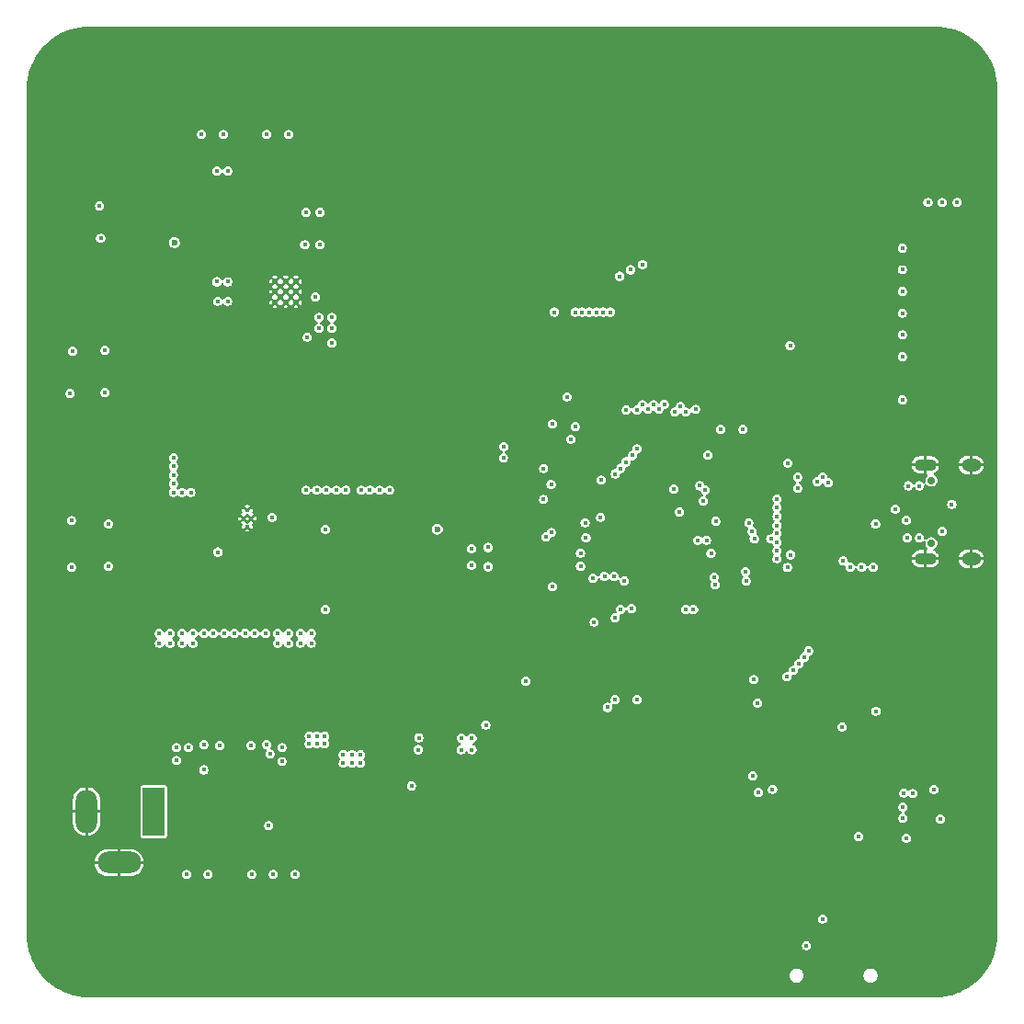
<source format=gbr>
%TF.GenerationSoftware,KiCad,Pcbnew,9.0.6*%
%TF.CreationDate,2026-01-15T20:05:28-05:00*%
%TF.ProjectId,DebuggingBoard,44656275-6767-4696-9e67-426f6172642e,rev?*%
%TF.SameCoordinates,Original*%
%TF.FileFunction,Copper,L2,Inr*%
%TF.FilePolarity,Positive*%
%FSLAX46Y46*%
G04 Gerber Fmt 4.6, Leading zero omitted, Abs format (unit mm)*
G04 Created by KiCad (PCBNEW 9.0.6) date 2026-01-15 20:05:28*
%MOMM*%
%LPD*%
G01*
G04 APERTURE LIST*
%TA.AperFunction,ComponentPad*%
%ADD10C,0.800000*%
%TD*%
%TA.AperFunction,ComponentPad*%
%ADD11C,6.400000*%
%TD*%
%TA.AperFunction,ComponentPad*%
%ADD12C,0.450000*%
%TD*%
%TA.AperFunction,ComponentPad*%
%ADD13R,2.000000X4.500000*%
%TD*%
%TA.AperFunction,ComponentPad*%
%ADD14O,2.000000X4.000000*%
%TD*%
%TA.AperFunction,ComponentPad*%
%ADD15O,4.000000X2.000000*%
%TD*%
%TA.AperFunction,ComponentPad*%
%ADD16C,0.700000*%
%TD*%
%TA.AperFunction,ComponentPad*%
%ADD17O,2.000000X1.100000*%
%TD*%
%TA.AperFunction,ComponentPad*%
%ADD18O,1.800000X1.200000*%
%TD*%
%TA.AperFunction,HeatsinkPad*%
%ADD19C,0.500000*%
%TD*%
%TA.AperFunction,ViaPad*%
%ADD20C,0.450000*%
%TD*%
%TA.AperFunction,ViaPad*%
%ADD21C,0.600000*%
%TD*%
G04 APERTURE END LIST*
D10*
%TO.N,GND*%
%TO.C,H4*%
X151600000Y-51000000D03*
X152302944Y-49302944D03*
X152302944Y-52697056D03*
X154000000Y-48600000D03*
D11*
X154000000Y-51000000D03*
D10*
X154000000Y-53400000D03*
X155697056Y-49302944D03*
X155697056Y-52697056D03*
X156400000Y-51000000D03*
%TD*%
D12*
%TO.N,GND*%
%TO.C,U7*%
X90250000Y-90600000D03*
X90600000Y-89850000D03*
X90600000Y-91350000D03*
X90950000Y-90600000D03*
%TD*%
D13*
%TO.N,+12V*%
%TO.C,J1*%
X82000000Y-117600000D03*
D14*
%TO.N,GND*%
X75800000Y-117600000D03*
D15*
X78800000Y-122300000D03*
%TD*%
D16*
%TO.N,*%
%TO.C,USB1*%
X153600000Y-92890000D03*
X153600000Y-87110000D03*
D17*
%TO.N,GND*%
X153070000Y-94320000D03*
D18*
X157280000Y-94320000D03*
D17*
X153070000Y-85680000D03*
D18*
X157280000Y-85680000D03*
%TD*%
D10*
%TO.N,GND*%
%TO.C,H3*%
X151600000Y-129000000D03*
X152302944Y-127302944D03*
X152302944Y-130697056D03*
X154000000Y-126600000D03*
D11*
X154000000Y-129000000D03*
D10*
X154000000Y-131400000D03*
X155697056Y-127302944D03*
X155697056Y-130697056D03*
X156400000Y-129000000D03*
%TD*%
D19*
%TO.N,GND*%
%TO.C,U5*%
X93155000Y-70695000D03*
X94130000Y-70695000D03*
X95105000Y-70695000D03*
X93155000Y-69720000D03*
X94130000Y-69720000D03*
X95105000Y-69720000D03*
X93155000Y-68745000D03*
X94130000Y-68745000D03*
X95105000Y-68745000D03*
%TD*%
D10*
%TO.N,GND*%
%TO.C,H1*%
X73600000Y-51000000D03*
X74302944Y-49302944D03*
X74302944Y-52697056D03*
X76000000Y-48600000D03*
D11*
X76000000Y-51000000D03*
D10*
X76000000Y-53400000D03*
X77697056Y-49302944D03*
X77697056Y-52697056D03*
X78400000Y-51000000D03*
%TD*%
%TO.N,GND*%
%TO.C,H2*%
X73600000Y-129000000D03*
X74302944Y-127302944D03*
X74302944Y-130697056D03*
X76000000Y-126600000D03*
D11*
X76000000Y-129000000D03*
D10*
X76000000Y-131400000D03*
X77697056Y-127302944D03*
X77697056Y-130697056D03*
X78400000Y-129000000D03*
%TD*%
D20*
%TO.N,GND*%
X108900000Y-77200000D03*
X97600000Y-85025000D03*
X115700000Y-83020000D03*
X108200000Y-99000000D03*
%TO.N,+5V*%
X97800000Y-99000000D03*
%TO.N,+3.3V*%
X97800000Y-91600000D03*
%TO.N,/BOOT0*%
X137250000Y-105450000D03*
D21*
%TO.N,/OP_AMP+*%
X83900000Y-65200000D03*
%TO.N,+3.3VA*%
X108100000Y-91600000D03*
D20*
%TO.N,GND*%
X112330000Y-89600000D03*
X140740000Y-96770000D03*
X116080000Y-87250000D03*
X116830000Y-91240000D03*
X122400000Y-101750000D03*
X149300000Y-117700000D03*
X125400000Y-67100000D03*
X111300000Y-112900000D03*
X124600000Y-71000000D03*
X112930000Y-92000000D03*
X125500000Y-112400000D03*
X140300000Y-100270000D03*
X112330000Y-88900000D03*
X128400000Y-76100000D03*
X94000000Y-118900000D03*
X137100000Y-84300000D03*
X143300000Y-100470000D03*
X145600000Y-102800000D03*
X131800000Y-79600000D03*
X112830000Y-87100000D03*
X104900000Y-57500000D03*
X147200000Y-94080000D03*
X146400000Y-110900000D03*
X155300000Y-73700000D03*
X114230000Y-87100000D03*
X123275000Y-100800000D03*
X108000000Y-56600000D03*
X148250000Y-96110000D03*
X147200000Y-96060000D03*
X123025000Y-99150000D03*
X112330000Y-88100000D03*
X104600000Y-110025000D03*
X106600000Y-57200000D03*
X141500000Y-100470000D03*
X119200000Y-101000000D03*
X144200000Y-96170000D03*
X116500000Y-100000000D03*
X99200000Y-118900000D03*
X116830000Y-88300000D03*
X115330000Y-92000000D03*
X142500000Y-104000000D03*
X144600000Y-98870000D03*
X140000000Y-98370000D03*
X117800000Y-101000000D03*
X136900000Y-107000000D03*
X126800000Y-115200000D03*
X138700000Y-69000000D03*
X119100000Y-104900000D03*
X114930000Y-87100000D03*
X119700000Y-82500000D03*
X144600000Y-98170000D03*
X115530000Y-87100000D03*
X118200000Y-99700000D03*
X112330000Y-91700000D03*
X151500000Y-109400000D03*
X113530000Y-87100000D03*
X127100000Y-106300000D03*
X119000000Y-119100000D03*
X123157168Y-89764275D03*
X140340000Y-86800000D03*
X112330000Y-91000000D03*
X121100000Y-120400000D03*
X140900000Y-100470000D03*
X142300000Y-105100000D03*
X144600000Y-96770000D03*
X143900000Y-100470000D03*
X108800000Y-119200000D03*
X147800000Y-117700000D03*
X141340000Y-96170000D03*
X107000000Y-113900000D03*
X112330000Y-87400000D03*
X140800000Y-89100000D03*
X116480000Y-87650000D03*
X113500000Y-100200000D03*
X109400000Y-56000000D03*
X147200000Y-91780000D03*
X114900000Y-100900000D03*
X114530000Y-92000000D03*
X143262500Y-91500000D03*
X120200000Y-71100000D03*
X109800000Y-120900000D03*
X144600000Y-97470000D03*
X142100000Y-100470000D03*
X117800000Y-103800000D03*
X144400000Y-102200000D03*
X140340000Y-87800000D03*
X112330000Y-90300000D03*
X116130000Y-92000000D03*
X140100000Y-97070000D03*
X140000000Y-99770000D03*
X147700000Y-99700000D03*
X146150000Y-96060000D03*
X144450000Y-100220000D03*
X142700000Y-100470000D03*
X140000000Y-99070000D03*
X140000000Y-97670000D03*
X144600000Y-99570000D03*
X126000000Y-94500000D03*
X116700000Y-83107106D03*
X132600000Y-107100000D03*
X104300000Y-123600000D03*
X113730000Y-92000000D03*
X101900000Y-116200000D03*
X126400000Y-66700000D03*
%TO.N,+3.3VA*%
X112787500Y-93270000D03*
X103700000Y-88000000D03*
X101900000Y-88000000D03*
X111250000Y-94900000D03*
X111250000Y-93370000D03*
X102800000Y-88000000D03*
X101100000Y-88000000D03*
X112787500Y-95050000D03*
%TO.N,+3.3V*%
X148475000Y-91100000D03*
X87800000Y-58600000D03*
X96000000Y-88000000D03*
X133700000Y-96700000D03*
X98800000Y-88000000D03*
X150934805Y-65694920D03*
X146150000Y-95100000D03*
X150934805Y-79694920D03*
X141300000Y-87800000D03*
X147200000Y-95100000D03*
X88800000Y-58600000D03*
X99700000Y-88000000D03*
X97000000Y-88000000D03*
X136269100Y-82396247D03*
X97900000Y-88000000D03*
X145396446Y-109803554D03*
X142100000Y-129950000D03*
X148500000Y-108350000D03*
X117900000Y-88860000D03*
X116250000Y-105600000D03*
X112575000Y-109625000D03*
X120050000Y-79400000D03*
X117900000Y-86000000D03*
X154453598Y-118303510D03*
X122550000Y-100150000D03*
X140650000Y-93950000D03*
%TO.N,VBUS*%
X110300000Y-111900000D03*
X138987500Y-115550000D03*
X152520000Y-87600000D03*
X110350000Y-110850000D03*
X152520000Y-92400000D03*
X137687500Y-115850000D03*
X137150000Y-114300000D03*
X106350000Y-111900000D03*
X151900000Y-115950000D03*
X151500000Y-87600000D03*
X111300000Y-111900000D03*
X106400000Y-110800000D03*
X151400000Y-92400000D03*
X151087500Y-115900000D03*
X111300000Y-110850000D03*
%TO.N,/nRST*%
X146900000Y-119900000D03*
X123150000Y-90500000D03*
%TO.N,+5V*%
X85600000Y-101200000D03*
X77100000Y-64800000D03*
X83800000Y-87400000D03*
X93400000Y-101200000D03*
X94400000Y-102100000D03*
X91300000Y-101200000D03*
X88500000Y-101200000D03*
X87500000Y-101200000D03*
X83800000Y-88200000D03*
X89400000Y-101200000D03*
X97200000Y-73100000D03*
X83500000Y-102100000D03*
X98400000Y-74450000D03*
X84600000Y-101200000D03*
X95500000Y-102100000D03*
X77000000Y-61800000D03*
X96500000Y-102100000D03*
X97200000Y-72100000D03*
X94400000Y-101200000D03*
X83500000Y-101200000D03*
X85400000Y-88200000D03*
X98400000Y-72100000D03*
X85600000Y-102100000D03*
X86600000Y-113760000D03*
X137600000Y-107600000D03*
X96500000Y-101200000D03*
X98400000Y-73100000D03*
X92575000Y-118910000D03*
X92300000Y-101200000D03*
X82500000Y-101200000D03*
X83800000Y-85800000D03*
X86600000Y-101200000D03*
X123800000Y-108000000D03*
X90400000Y-101200000D03*
X84600000Y-88200000D03*
X93400000Y-102100000D03*
X83800000Y-85000000D03*
X83800000Y-86600000D03*
X95500000Y-101200000D03*
X84600000Y-102100000D03*
X82500000Y-102100000D03*
%TO.N,Net-(C35-Pad1)*%
X140350000Y-95120000D03*
X141300000Y-86800000D03*
%TO.N,Net-(U5-ENN)*%
X96140000Y-73900000D03*
X96900000Y-70200000D03*
%TO.N,Net-(U7-SNS)*%
X87900000Y-93700000D03*
X92900000Y-90500000D03*
%TO.N,/DISP_CS*%
X150934805Y-71694920D03*
X129003813Y-80100000D03*
%TO.N,/OP_AMP+*%
X88800000Y-70600000D03*
X87875000Y-70600000D03*
X77800000Y-91100000D03*
X77500000Y-75100000D03*
X88800000Y-68800000D03*
X77500000Y-79000000D03*
X77800000Y-95000000D03*
X87800000Y-68800000D03*
%TO.N,/OP_AMP-*%
X74300000Y-79100000D03*
X97300000Y-62400000D03*
X97300000Y-65400000D03*
X74500000Y-75200000D03*
X74400000Y-90800000D03*
X96000000Y-62400000D03*
X95900000Y-65400000D03*
X74400000Y-95100000D03*
%TO.N,/V_SELECT*%
X86595000Y-111420000D03*
X84100000Y-112900000D03*
X99450000Y-113150000D03*
X90950000Y-111500000D03*
X99450000Y-112350000D03*
X92700000Y-112300000D03*
X93795000Y-111715000D03*
X84100000Y-111715000D03*
X92400000Y-111420000D03*
X85200000Y-111715000D03*
X101050000Y-112350000D03*
X88050000Y-111500000D03*
X100250000Y-113150000D03*
X101050000Y-113150000D03*
X93795000Y-112990000D03*
X100250000Y-112350000D03*
%TO.N,+12V*%
X97000000Y-110650000D03*
X96300000Y-111350000D03*
X96300000Y-110650000D03*
X97000000Y-111350000D03*
X97750000Y-111350000D03*
X97750000Y-110650000D03*
%TO.N,/SWCLK*%
X129900000Y-87900000D03*
X153850000Y-115550000D03*
%TO.N,/SWDIO*%
X151300000Y-120050038D03*
X130400000Y-90000000D03*
%TO.N,/DISP_MOSI*%
X150934805Y-75694920D03*
X131900000Y-80550000D03*
%TO.N,/DISP_RST*%
X150934805Y-67694920D03*
X128002813Y-80135876D03*
%TO.N,/DISP_DC*%
X150934805Y-69694920D03*
X128503813Y-80550000D03*
%TO.N,/DISP_SCK*%
X150934805Y-73694920D03*
X140600000Y-74700000D03*
%TO.N,/BOOT0*%
X143590000Y-127500000D03*
X124500000Y-86500000D03*
%TO.N,Net-(U4-RBIAS)*%
X145496138Y-94525000D03*
X148250000Y-95090000D03*
%TO.N,/ULPI_CK*%
X140400000Y-85500000D03*
X123500000Y-95951073D03*
%TO.N,/CC2*%
X155500000Y-89300000D03*
X151000000Y-118200000D03*
%TO.N,/CC1*%
X154600000Y-91800000D03*
X151000000Y-117200000D03*
%TO.N,/V_NEG_DAC*%
X114200000Y-85000000D03*
X87000000Y-123400000D03*
%TO.N,/ULPI_D4*%
X131704313Y-99004313D03*
X139400000Y-91250000D03*
%TO.N,/ULPI_D0*%
X118700000Y-96900000D03*
X139400000Y-94300000D03*
%TO.N,/PSSI_PDCK*%
X124400000Y-95951073D03*
X133025000Y-84775000D03*
%TO.N,/ULPI_DIR*%
X143623074Y-86810614D03*
X118600000Y-91898927D03*
%TO.N,/ULPI_D5*%
X136500000Y-95500000D03*
X139400000Y-90400000D03*
%TO.N,/ULPI_D2*%
X139400000Y-92800000D03*
X126007991Y-98894477D03*
%TO.N,/ULPI_STP*%
X121720882Y-91000000D03*
X143105902Y-87212122D03*
%TO.N,/ULPI_D7*%
X126500000Y-84200000D03*
X139400000Y-88800000D03*
%TO.N,/ULPI_D1*%
X139395687Y-93595687D03*
X125000000Y-99000000D03*
%TO.N,/PSSI_DE*%
X134200000Y-82400000D03*
X122466819Y-96116822D03*
%TO.N,/ULPI_NXT*%
X118093361Y-92306138D03*
X144124147Y-87300000D03*
%TO.N,/V_POS_DAC*%
X114220000Y-83980000D03*
X85000000Y-123400000D03*
%TO.N,/ULPI_D3*%
X139400000Y-92000000D03*
X131000000Y-99000000D03*
%TO.N,/ULPI_D6*%
X133600000Y-96000000D03*
X139400000Y-89600000D03*
%TO.N,/D-*%
X150300000Y-89727400D03*
X151300000Y-90749612D03*
%TO.N,/FGEN_SGAIN*%
X122100006Y-71600000D03*
X125507455Y-80604223D03*
%TO.N,/FGEN_SOFF*%
X121450003Y-71600000D03*
X120800000Y-82150000D03*
%TO.N,/FGEN_SAMP*%
X126500000Y-80600000D03*
X122750009Y-71600000D03*
%TO.N,/FGEN_SCLK*%
X123400012Y-71600000D03*
X127000000Y-80140379D03*
%TO.N,/FGEN_MOSI*%
X124050015Y-71600000D03*
X127502813Y-80552304D03*
%TO.N,/ADC2_INP8*%
X125350000Y-96350000D03*
X126500000Y-107300000D03*
%TO.N,/ADC1_INP4*%
X124501073Y-99750000D03*
X124500000Y-107300000D03*
%TO.N,/SPI2_CK*%
X136550000Y-96350000D03*
X133750000Y-90850000D03*
%TO.N,/V_NEG_I*%
X95000000Y-123400000D03*
X121800000Y-92400000D03*
%TO.N,/V_POS_I*%
X121300000Y-95000000D03*
X93000000Y-123400000D03*
%TO.N,/VPSU_CONN_IND*%
X91000000Y-123400000D03*
X121300000Y-93800000D03*
%TO.N,/FGEN_CONN_IND*%
X120400000Y-83300000D03*
X120800000Y-71600000D03*
%TO.N,/CAN_RX*%
X125900000Y-67700000D03*
X130503232Y-80300000D03*
X132800000Y-88003753D03*
%TO.N,/CAN_TX*%
X131003861Y-80803753D03*
X132293603Y-87596247D03*
X127000000Y-67200000D03*
%TO.N,/CAN_CONN_IND*%
X124900000Y-68300000D03*
X130003232Y-80803753D03*
%TO.N,/USB_PD_PG*%
X133319176Y-93803754D03*
X140300000Y-105200000D03*
%TO.N,/UART4_RX*%
X125500000Y-85400000D03*
X92400000Y-55238462D03*
%TO.N,/UART4_TX*%
X94400000Y-55238462D03*
X126100000Y-84800000D03*
%TO.N,/COMP_CONN_IND*%
X125000000Y-85992077D03*
X88400000Y-55238462D03*
%TO.N,/COMP_RST*%
X118587218Y-87470865D03*
X86400000Y-55238462D03*
%TO.N,/ENC_BUTTON*%
X142300000Y-102800000D03*
X138825339Y-92496247D03*
%TO.N,/ENC_A*%
X141400000Y-104000000D03*
X137104961Y-91805360D03*
%TO.N,/ENC_B*%
X136798200Y-91000000D03*
X141900000Y-103400000D03*
%TO.N,/BUTTON*%
X137301800Y-92500000D03*
X140900000Y-104600000D03*
%TO.N,/DBUG_LED*%
X154600000Y-61500000D03*
X132100000Y-92603753D03*
%TO.N,/POWER_IND*%
X105725000Y-115225000D03*
X123203753Y-87069015D03*
%TO.N,/LED2*%
X153300000Y-61500000D03*
X132600000Y-89000000D03*
%TO.N,/LED3*%
X132900000Y-92603753D03*
X156000000Y-61500000D03*
%TO.N,/GPIO*%
X118900000Y-71600000D03*
X118728054Y-81920946D03*
%TD*%
%TA.AperFunction,Conductor*%
%TO.N,GND*%
G36*
X154002443Y-45300596D02*
G01*
X154442304Y-45317878D01*
X154451999Y-45318640D01*
X154886780Y-45370099D01*
X154896376Y-45371620D01*
X155325764Y-45457031D01*
X155335195Y-45459295D01*
X155756553Y-45578130D01*
X155765787Y-45581130D01*
X155983588Y-45661481D01*
X156176534Y-45732663D01*
X156185528Y-45736389D01*
X156583092Y-45919667D01*
X156591768Y-45924088D01*
X156973734Y-46138000D01*
X156982036Y-46143087D01*
X157346031Y-46386301D01*
X157353905Y-46392022D01*
X157697711Y-46663056D01*
X157705102Y-46669369D01*
X158026583Y-46966543D01*
X158033462Y-46973422D01*
X158330625Y-47294891D01*
X158336948Y-47302294D01*
X158607975Y-47646091D01*
X158613698Y-47653968D01*
X158856912Y-48017963D01*
X158861999Y-48026265D01*
X159075911Y-48408231D01*
X159080332Y-48416907D01*
X159263610Y-48814471D01*
X159267336Y-48823465D01*
X159418865Y-49234199D01*
X159421873Y-49243460D01*
X159540699Y-49664787D01*
X159542972Y-49674254D01*
X159628377Y-50103613D01*
X159629901Y-50113230D01*
X159681358Y-50547995D01*
X159682121Y-50557700D01*
X159699404Y-50997555D01*
X159699500Y-51002424D01*
X159699500Y-128997575D01*
X159699404Y-129002444D01*
X159682121Y-129442299D01*
X159681358Y-129452004D01*
X159629901Y-129886769D01*
X159628377Y-129896386D01*
X159542972Y-130325745D01*
X159540699Y-130335212D01*
X159421873Y-130756539D01*
X159418865Y-130765800D01*
X159267336Y-131176534D01*
X159263610Y-131185528D01*
X159080332Y-131583092D01*
X159075911Y-131591768D01*
X158861999Y-131973734D01*
X158856912Y-131982036D01*
X158613698Y-132346031D01*
X158607975Y-132353908D01*
X158336948Y-132697705D01*
X158330625Y-132705108D01*
X158033462Y-133026577D01*
X158026577Y-133033462D01*
X157705108Y-133330625D01*
X157697705Y-133336948D01*
X157353908Y-133607975D01*
X157346031Y-133613698D01*
X156982036Y-133856912D01*
X156973734Y-133861999D01*
X156591768Y-134075911D01*
X156583092Y-134080332D01*
X156185528Y-134263610D01*
X156176534Y-134267336D01*
X155765800Y-134418865D01*
X155756539Y-134421873D01*
X155335212Y-134540699D01*
X155325745Y-134542972D01*
X154896386Y-134628377D01*
X154886769Y-134629901D01*
X154452004Y-134681358D01*
X154442299Y-134682121D01*
X154018672Y-134698766D01*
X154002442Y-134699404D01*
X153997575Y-134699500D01*
X76002425Y-134699500D01*
X75997557Y-134699404D01*
X75980399Y-134698729D01*
X75557700Y-134682121D01*
X75547995Y-134681358D01*
X75113230Y-134629901D01*
X75103613Y-134628377D01*
X74674254Y-134542972D01*
X74664787Y-134540699D01*
X74243460Y-134421873D01*
X74234199Y-134418865D01*
X73823465Y-134267336D01*
X73814471Y-134263610D01*
X73416907Y-134080332D01*
X73408231Y-134075911D01*
X73026265Y-133861999D01*
X73017963Y-133856912D01*
X72653968Y-133613698D01*
X72646091Y-133607975D01*
X72302294Y-133336948D01*
X72294891Y-133330625D01*
X72289347Y-133325500D01*
X71973416Y-133033456D01*
X71966543Y-133026583D01*
X71723879Y-132764071D01*
X140549499Y-132764071D01*
X140574497Y-132889738D01*
X140574499Y-132889744D01*
X140623533Y-133008124D01*
X140623538Y-133008133D01*
X140694723Y-133114668D01*
X140694726Y-133114672D01*
X140785327Y-133205273D01*
X140785331Y-133205276D01*
X140891866Y-133276461D01*
X140891872Y-133276464D01*
X140891873Y-133276465D01*
X141010256Y-133325501D01*
X141010260Y-133325501D01*
X141010261Y-133325502D01*
X141135928Y-133350500D01*
X141135931Y-133350500D01*
X141264071Y-133350500D01*
X141348615Y-133333682D01*
X141389744Y-133325501D01*
X141508127Y-133276465D01*
X141614669Y-133205276D01*
X141705276Y-133114669D01*
X141776465Y-133008127D01*
X141825501Y-132889744D01*
X141850500Y-132764071D01*
X147349499Y-132764071D01*
X147374497Y-132889738D01*
X147374499Y-132889744D01*
X147423533Y-133008124D01*
X147423538Y-133008133D01*
X147494723Y-133114668D01*
X147494726Y-133114672D01*
X147585327Y-133205273D01*
X147585331Y-133205276D01*
X147691866Y-133276461D01*
X147691872Y-133276464D01*
X147691873Y-133276465D01*
X147810256Y-133325501D01*
X147810260Y-133325501D01*
X147810261Y-133325502D01*
X147935928Y-133350500D01*
X147935931Y-133350500D01*
X148064071Y-133350500D01*
X148148615Y-133333682D01*
X148189744Y-133325501D01*
X148308127Y-133276465D01*
X148414669Y-133205276D01*
X148505276Y-133114669D01*
X148576465Y-133008127D01*
X148625501Y-132889744D01*
X148650500Y-132764069D01*
X148650500Y-132635931D01*
X148650500Y-132635928D01*
X148625502Y-132510261D01*
X148625501Y-132510260D01*
X148625501Y-132510256D01*
X148576465Y-132391873D01*
X148576464Y-132391872D01*
X148576461Y-132391866D01*
X148505276Y-132285331D01*
X148505273Y-132285327D01*
X148414672Y-132194726D01*
X148414668Y-132194723D01*
X148308133Y-132123538D01*
X148308124Y-132123533D01*
X148189744Y-132074499D01*
X148189738Y-132074497D01*
X148064071Y-132049500D01*
X148064069Y-132049500D01*
X147935931Y-132049500D01*
X147935929Y-132049500D01*
X147810261Y-132074497D01*
X147810255Y-132074499D01*
X147691875Y-132123533D01*
X147691866Y-132123538D01*
X147585331Y-132194723D01*
X147585327Y-132194726D01*
X147494726Y-132285327D01*
X147494723Y-132285331D01*
X147423538Y-132391866D01*
X147423533Y-132391875D01*
X147374499Y-132510255D01*
X147374497Y-132510261D01*
X147349500Y-132635928D01*
X147349500Y-132635931D01*
X147349500Y-132764069D01*
X147349500Y-132764071D01*
X147349499Y-132764071D01*
X141850500Y-132764071D01*
X141850500Y-132764069D01*
X141850500Y-132635931D01*
X141850500Y-132635928D01*
X141825502Y-132510261D01*
X141825501Y-132510260D01*
X141825501Y-132510256D01*
X141776465Y-132391873D01*
X141776464Y-132391872D01*
X141776461Y-132391866D01*
X141705276Y-132285331D01*
X141705273Y-132285327D01*
X141614672Y-132194726D01*
X141614668Y-132194723D01*
X141508133Y-132123538D01*
X141508124Y-132123533D01*
X141389744Y-132074499D01*
X141389738Y-132074497D01*
X141264071Y-132049500D01*
X141264069Y-132049500D01*
X141135931Y-132049500D01*
X141135929Y-132049500D01*
X141010261Y-132074497D01*
X141010255Y-132074499D01*
X140891875Y-132123533D01*
X140891866Y-132123538D01*
X140785331Y-132194723D01*
X140785327Y-132194726D01*
X140694726Y-132285327D01*
X140694723Y-132285331D01*
X140623538Y-132391866D01*
X140623533Y-132391875D01*
X140574499Y-132510255D01*
X140574497Y-132510261D01*
X140549500Y-132635928D01*
X140549500Y-132635931D01*
X140549500Y-132764069D01*
X140549500Y-132764071D01*
X140549499Y-132764071D01*
X71723879Y-132764071D01*
X71669357Y-132705090D01*
X71663051Y-132697705D01*
X71614352Y-132635931D01*
X71392022Y-132353905D01*
X71386301Y-132346031D01*
X71143087Y-131982036D01*
X71138000Y-131973734D01*
X70924088Y-131591768D01*
X70919667Y-131583092D01*
X70736389Y-131185528D01*
X70732663Y-131176534D01*
X70697927Y-131082379D01*
X70581130Y-130765787D01*
X70578130Y-130756553D01*
X70459295Y-130335195D01*
X70457031Y-130325764D01*
X70371617Y-129896363D01*
X70371173Y-129893561D01*
X141671300Y-129893561D01*
X141671300Y-130006438D01*
X141700515Y-130115473D01*
X141728735Y-130164350D01*
X141756955Y-130213228D01*
X141836772Y-130293045D01*
X141934528Y-130349485D01*
X142043561Y-130378700D01*
X142043563Y-130378700D01*
X142156437Y-130378700D01*
X142156439Y-130378700D01*
X142265472Y-130349485D01*
X142363228Y-130293045D01*
X142443045Y-130213228D01*
X142499485Y-130115472D01*
X142528700Y-130006439D01*
X142528700Y-129893561D01*
X142499485Y-129784528D01*
X142443045Y-129686772D01*
X142363228Y-129606955D01*
X142314350Y-129578735D01*
X142265473Y-129550515D01*
X142210955Y-129535907D01*
X142156439Y-129521300D01*
X142043561Y-129521300D01*
X141934526Y-129550515D01*
X141836772Y-129606955D01*
X141836769Y-129606957D01*
X141756957Y-129686769D01*
X141756955Y-129686772D01*
X141700515Y-129784526D01*
X141671300Y-129893561D01*
X70371173Y-129893561D01*
X70370098Y-129886769D01*
X70357997Y-129784528D01*
X70318640Y-129451999D01*
X70317878Y-129442298D01*
X70300596Y-129002443D01*
X70300500Y-128997575D01*
X70300500Y-127443561D01*
X143161300Y-127443561D01*
X143161300Y-127556438D01*
X143190515Y-127665473D01*
X143218735Y-127714350D01*
X143246955Y-127763228D01*
X143326772Y-127843045D01*
X143424528Y-127899485D01*
X143533561Y-127928700D01*
X143533563Y-127928700D01*
X143646437Y-127928700D01*
X143646439Y-127928700D01*
X143755472Y-127899485D01*
X143853228Y-127843045D01*
X143933045Y-127763228D01*
X143989485Y-127665472D01*
X144018700Y-127556439D01*
X144018700Y-127443561D01*
X143989485Y-127334528D01*
X143933045Y-127236772D01*
X143853228Y-127156955D01*
X143804350Y-127128735D01*
X143755473Y-127100515D01*
X143700955Y-127085907D01*
X143646439Y-127071300D01*
X143533561Y-127071300D01*
X143424526Y-127100515D01*
X143326772Y-127156955D01*
X143326769Y-127156957D01*
X143246957Y-127236769D01*
X143246955Y-127236772D01*
X143190515Y-127334526D01*
X143161300Y-127443561D01*
X70300500Y-127443561D01*
X70300500Y-122173000D01*
X76550483Y-122173000D01*
X77316392Y-122173000D01*
X77300000Y-122234174D01*
X77300000Y-122365826D01*
X77316392Y-122427000D01*
X76550483Y-122427000D01*
X76576876Y-122593646D01*
X76637873Y-122781373D01*
X76727485Y-122957242D01*
X76843496Y-123116919D01*
X76843500Y-123116924D01*
X76983075Y-123256499D01*
X76983080Y-123256503D01*
X77142757Y-123372514D01*
X77318626Y-123462126D01*
X77506353Y-123523123D01*
X77701303Y-123554000D01*
X78673000Y-123554000D01*
X78673000Y-122800000D01*
X78927000Y-122800000D01*
X78927000Y-123554000D01*
X79898697Y-123554000D01*
X80093646Y-123523123D01*
X80281373Y-123462126D01*
X80457242Y-123372514D01*
X80497093Y-123343561D01*
X84571300Y-123343561D01*
X84571300Y-123456438D01*
X84600515Y-123565473D01*
X84628735Y-123614350D01*
X84656955Y-123663228D01*
X84736772Y-123743045D01*
X84834528Y-123799485D01*
X84943561Y-123828700D01*
X84943563Y-123828700D01*
X85056437Y-123828700D01*
X85056439Y-123828700D01*
X85165472Y-123799485D01*
X85263228Y-123743045D01*
X85343045Y-123663228D01*
X85399485Y-123565472D01*
X85428700Y-123456439D01*
X85428700Y-123343561D01*
X86571300Y-123343561D01*
X86571300Y-123456438D01*
X86600515Y-123565473D01*
X86628735Y-123614350D01*
X86656955Y-123663228D01*
X86736772Y-123743045D01*
X86834528Y-123799485D01*
X86943561Y-123828700D01*
X86943563Y-123828700D01*
X87056437Y-123828700D01*
X87056439Y-123828700D01*
X87165472Y-123799485D01*
X87263228Y-123743045D01*
X87343045Y-123663228D01*
X87399485Y-123565472D01*
X87428700Y-123456439D01*
X87428700Y-123343561D01*
X90571300Y-123343561D01*
X90571300Y-123456438D01*
X90600515Y-123565473D01*
X90628735Y-123614350D01*
X90656955Y-123663228D01*
X90736772Y-123743045D01*
X90834528Y-123799485D01*
X90943561Y-123828700D01*
X90943563Y-123828700D01*
X91056437Y-123828700D01*
X91056439Y-123828700D01*
X91165472Y-123799485D01*
X91263228Y-123743045D01*
X91343045Y-123663228D01*
X91399485Y-123565472D01*
X91428700Y-123456439D01*
X91428700Y-123343561D01*
X92571300Y-123343561D01*
X92571300Y-123456438D01*
X92600515Y-123565473D01*
X92628735Y-123614350D01*
X92656955Y-123663228D01*
X92736772Y-123743045D01*
X92834528Y-123799485D01*
X92943561Y-123828700D01*
X92943563Y-123828700D01*
X93056437Y-123828700D01*
X93056439Y-123828700D01*
X93165472Y-123799485D01*
X93263228Y-123743045D01*
X93343045Y-123663228D01*
X93399485Y-123565472D01*
X93428700Y-123456439D01*
X93428700Y-123343561D01*
X94571300Y-123343561D01*
X94571300Y-123456438D01*
X94600515Y-123565473D01*
X94628735Y-123614350D01*
X94656955Y-123663228D01*
X94736772Y-123743045D01*
X94834528Y-123799485D01*
X94943561Y-123828700D01*
X94943563Y-123828700D01*
X95056437Y-123828700D01*
X95056439Y-123828700D01*
X95165472Y-123799485D01*
X95263228Y-123743045D01*
X95343045Y-123663228D01*
X95399485Y-123565472D01*
X95428700Y-123456439D01*
X95428700Y-123343561D01*
X95399485Y-123234528D01*
X95343045Y-123136772D01*
X95263228Y-123056955D01*
X95214350Y-123028735D01*
X95165473Y-123000515D01*
X95110955Y-122985907D01*
X95056439Y-122971300D01*
X94943561Y-122971300D01*
X94834526Y-123000515D01*
X94736772Y-123056955D01*
X94736769Y-123056957D01*
X94656957Y-123136769D01*
X94656955Y-123136772D01*
X94600515Y-123234526D01*
X94571300Y-123343561D01*
X93428700Y-123343561D01*
X93399485Y-123234528D01*
X93343045Y-123136772D01*
X93263228Y-123056955D01*
X93214350Y-123028735D01*
X93165473Y-123000515D01*
X93110955Y-122985907D01*
X93056439Y-122971300D01*
X92943561Y-122971300D01*
X92834526Y-123000515D01*
X92736772Y-123056955D01*
X92736769Y-123056957D01*
X92656957Y-123136769D01*
X92656955Y-123136772D01*
X92600515Y-123234526D01*
X92571300Y-123343561D01*
X91428700Y-123343561D01*
X91399485Y-123234528D01*
X91343045Y-123136772D01*
X91263228Y-123056955D01*
X91214350Y-123028735D01*
X91165473Y-123000515D01*
X91110955Y-122985907D01*
X91056439Y-122971300D01*
X90943561Y-122971300D01*
X90834526Y-123000515D01*
X90736772Y-123056955D01*
X90736769Y-123056957D01*
X90656957Y-123136769D01*
X90656955Y-123136772D01*
X90600515Y-123234526D01*
X90571300Y-123343561D01*
X87428700Y-123343561D01*
X87399485Y-123234528D01*
X87343045Y-123136772D01*
X87263228Y-123056955D01*
X87214350Y-123028735D01*
X87165473Y-123000515D01*
X87110955Y-122985907D01*
X87056439Y-122971300D01*
X86943561Y-122971300D01*
X86834526Y-123000515D01*
X86736772Y-123056955D01*
X86736769Y-123056957D01*
X86656957Y-123136769D01*
X86656955Y-123136772D01*
X86600515Y-123234526D01*
X86571300Y-123343561D01*
X85428700Y-123343561D01*
X85399485Y-123234528D01*
X85343045Y-123136772D01*
X85263228Y-123056955D01*
X85214350Y-123028735D01*
X85165473Y-123000515D01*
X85110955Y-122985907D01*
X85056439Y-122971300D01*
X84943561Y-122971300D01*
X84834526Y-123000515D01*
X84736772Y-123056955D01*
X84736769Y-123056957D01*
X84656957Y-123136769D01*
X84656955Y-123136772D01*
X84600515Y-123234526D01*
X84571300Y-123343561D01*
X80497093Y-123343561D01*
X80616919Y-123256503D01*
X80616924Y-123256499D01*
X80625671Y-123247753D01*
X80756499Y-123116924D01*
X80756503Y-123116919D01*
X80872514Y-122957242D01*
X80962126Y-122781373D01*
X81023123Y-122593646D01*
X81049517Y-122427000D01*
X80283608Y-122427000D01*
X80300000Y-122365826D01*
X80300000Y-122234174D01*
X80283608Y-122173000D01*
X81049517Y-122173000D01*
X81023123Y-122006353D01*
X80962126Y-121818626D01*
X80872514Y-121642757D01*
X80756503Y-121483080D01*
X80756499Y-121483075D01*
X80616924Y-121343500D01*
X80616919Y-121343496D01*
X80457242Y-121227485D01*
X80281373Y-121137873D01*
X80093646Y-121076876D01*
X79898697Y-121046000D01*
X78927000Y-121046000D01*
X78927000Y-121800000D01*
X78673000Y-121800000D01*
X78673000Y-121046000D01*
X77701303Y-121046000D01*
X77506353Y-121076876D01*
X77318626Y-121137873D01*
X77142757Y-121227485D01*
X76983080Y-121343496D01*
X76983075Y-121343500D01*
X76843500Y-121483075D01*
X76843496Y-121483080D01*
X76727485Y-121642757D01*
X76637873Y-121818626D01*
X76576876Y-122006353D01*
X76550483Y-122173000D01*
X70300500Y-122173000D01*
X70300500Y-119870066D01*
X80796299Y-119870066D01*
X80808117Y-119929476D01*
X80808118Y-119929479D01*
X80808119Y-119929480D01*
X80853140Y-119996860D01*
X80920520Y-120041881D01*
X80920523Y-120041882D01*
X80979933Y-120053700D01*
X80979936Y-120053700D01*
X83020066Y-120053700D01*
X83079476Y-120041882D01*
X83079477Y-120041881D01*
X83079480Y-120041881D01*
X83146860Y-119996860D01*
X83191881Y-119929480D01*
X83191882Y-119929476D01*
X83203700Y-119870066D01*
X83203700Y-119843561D01*
X146471300Y-119843561D01*
X146471300Y-119956439D01*
X146482130Y-119996859D01*
X146500515Y-120065473D01*
X146524188Y-120106475D01*
X146556955Y-120163228D01*
X146636772Y-120243045D01*
X146734528Y-120299485D01*
X146843561Y-120328700D01*
X146843563Y-120328700D01*
X146956437Y-120328700D01*
X146956439Y-120328700D01*
X147065472Y-120299485D01*
X147163228Y-120243045D01*
X147243045Y-120163228D01*
X147299485Y-120065472D01*
X147318743Y-119993599D01*
X150871300Y-119993599D01*
X150871300Y-120106476D01*
X150900515Y-120215511D01*
X150916411Y-120243042D01*
X150956955Y-120313266D01*
X151036772Y-120393083D01*
X151134528Y-120449523D01*
X151243561Y-120478738D01*
X151243563Y-120478738D01*
X151356437Y-120478738D01*
X151356439Y-120478738D01*
X151465472Y-120449523D01*
X151563228Y-120393083D01*
X151643045Y-120313266D01*
X151699485Y-120215510D01*
X151728700Y-120106477D01*
X151728700Y-119993599D01*
X151699485Y-119884566D01*
X151643045Y-119786810D01*
X151563228Y-119706993D01*
X151503509Y-119672514D01*
X151465473Y-119650553D01*
X151410955Y-119635945D01*
X151356439Y-119621338D01*
X151243561Y-119621338D01*
X151134526Y-119650553D01*
X151036772Y-119706993D01*
X151036769Y-119706995D01*
X150956957Y-119786807D01*
X150956955Y-119786810D01*
X150900515Y-119884564D01*
X150871300Y-119993599D01*
X147318743Y-119993599D01*
X147328700Y-119956439D01*
X147328700Y-119843561D01*
X147299485Y-119734528D01*
X147243045Y-119636772D01*
X147163228Y-119556955D01*
X147114350Y-119528735D01*
X147065473Y-119500515D01*
X147010955Y-119485907D01*
X146956439Y-119471300D01*
X146843561Y-119471300D01*
X146734526Y-119500515D01*
X146636772Y-119556955D01*
X146636769Y-119556957D01*
X146556957Y-119636769D01*
X146556955Y-119636772D01*
X146500515Y-119734526D01*
X146493120Y-119762126D01*
X146471300Y-119843561D01*
X83203700Y-119843561D01*
X83203700Y-118853561D01*
X92146300Y-118853561D01*
X92146300Y-118966438D01*
X92175515Y-119075473D01*
X92189676Y-119100000D01*
X92231955Y-119173228D01*
X92311772Y-119253045D01*
X92409528Y-119309485D01*
X92518561Y-119338700D01*
X92518563Y-119338700D01*
X92631437Y-119338700D01*
X92631439Y-119338700D01*
X92740472Y-119309485D01*
X92838228Y-119253045D01*
X92918045Y-119173228D01*
X92974485Y-119075472D01*
X93003700Y-118966439D01*
X93003700Y-118853561D01*
X92974485Y-118744528D01*
X92918045Y-118646772D01*
X92838228Y-118566955D01*
X92789350Y-118538735D01*
X92740473Y-118510515D01*
X92685955Y-118495907D01*
X92631439Y-118481300D01*
X92518561Y-118481300D01*
X92409526Y-118510515D01*
X92311772Y-118566955D01*
X92311769Y-118566957D01*
X92231957Y-118646769D01*
X92231955Y-118646772D01*
X92175515Y-118744526D01*
X92146300Y-118853561D01*
X83203700Y-118853561D01*
X83203700Y-117143561D01*
X150571300Y-117143561D01*
X150571300Y-117256438D01*
X150600515Y-117365473D01*
X150628735Y-117414350D01*
X150656955Y-117463228D01*
X150736772Y-117543045D01*
X150759796Y-117556338D01*
X150822625Y-117592614D01*
X150870840Y-117643181D01*
X150884062Y-117711788D01*
X150858094Y-117776653D01*
X150822625Y-117807386D01*
X150736778Y-117856951D01*
X150736769Y-117856957D01*
X150656957Y-117936769D01*
X150656955Y-117936772D01*
X150600515Y-118034526D01*
X150571300Y-118143561D01*
X150571300Y-118256438D01*
X150600515Y-118365473D01*
X150628735Y-118414350D01*
X150656955Y-118463228D01*
X150736772Y-118543045D01*
X150834528Y-118599485D01*
X150943561Y-118628700D01*
X150943563Y-118628700D01*
X151056437Y-118628700D01*
X151056439Y-118628700D01*
X151165472Y-118599485D01*
X151263228Y-118543045D01*
X151343045Y-118463228D01*
X151399485Y-118365472D01*
X151428700Y-118256439D01*
X151428700Y-118247071D01*
X154024898Y-118247071D01*
X154024898Y-118359948D01*
X154054113Y-118468983D01*
X154078092Y-118510515D01*
X154110553Y-118566738D01*
X154190370Y-118646555D01*
X154288126Y-118702995D01*
X154397159Y-118732210D01*
X154397161Y-118732210D01*
X154510035Y-118732210D01*
X154510037Y-118732210D01*
X154619070Y-118702995D01*
X154716826Y-118646555D01*
X154796643Y-118566738D01*
X154853083Y-118468982D01*
X154882298Y-118359949D01*
X154882298Y-118247071D01*
X154853083Y-118138038D01*
X154796643Y-118040282D01*
X154716826Y-117960465D01*
X154667948Y-117932245D01*
X154619071Y-117904025D01*
X154564553Y-117889417D01*
X154510037Y-117874810D01*
X154397159Y-117874810D01*
X154288124Y-117904025D01*
X154190370Y-117960465D01*
X154190367Y-117960467D01*
X154110555Y-118040279D01*
X154110553Y-118040282D01*
X154054113Y-118138036D01*
X154024898Y-118247071D01*
X151428700Y-118247071D01*
X151428700Y-118143561D01*
X151399485Y-118034528D01*
X151343045Y-117936772D01*
X151263228Y-117856955D01*
X151177373Y-117807386D01*
X151129159Y-117756819D01*
X151115937Y-117688212D01*
X151141905Y-117623348D01*
X151177372Y-117592613D01*
X151263228Y-117543045D01*
X151343045Y-117463228D01*
X151399485Y-117365472D01*
X151428700Y-117256439D01*
X151428700Y-117143561D01*
X151399485Y-117034528D01*
X151343045Y-116936772D01*
X151263228Y-116856955D01*
X151214350Y-116828735D01*
X151165473Y-116800515D01*
X151110955Y-116785907D01*
X151056439Y-116771300D01*
X150943561Y-116771300D01*
X150834526Y-116800515D01*
X150736772Y-116856955D01*
X150736769Y-116856957D01*
X150656957Y-116936769D01*
X150656955Y-116936772D01*
X150600515Y-117034526D01*
X150571300Y-117143561D01*
X83203700Y-117143561D01*
X83203700Y-115793561D01*
X137258800Y-115793561D01*
X137258800Y-115906438D01*
X137288015Y-116015473D01*
X137316235Y-116064350D01*
X137344455Y-116113228D01*
X137424272Y-116193045D01*
X137508928Y-116241922D01*
X137510868Y-116243042D01*
X137522028Y-116249485D01*
X137631061Y-116278700D01*
X137631063Y-116278700D01*
X137743937Y-116278700D01*
X137743939Y-116278700D01*
X137852972Y-116249485D01*
X137950728Y-116193045D01*
X138030545Y-116113228D01*
X138086985Y-116015472D01*
X138116200Y-115906439D01*
X138116200Y-115793561D01*
X138086985Y-115684528D01*
X138030545Y-115586772D01*
X137950728Y-115506955D01*
X137927529Y-115493561D01*
X138558800Y-115493561D01*
X138558800Y-115606439D01*
X138566927Y-115636769D01*
X138588015Y-115715473D01*
X138599016Y-115734526D01*
X138644455Y-115813228D01*
X138724272Y-115893045D01*
X138822028Y-115949485D01*
X138931061Y-115978700D01*
X138931063Y-115978700D01*
X139043937Y-115978700D01*
X139043939Y-115978700D01*
X139152972Y-115949485D01*
X139250728Y-115893045D01*
X139300212Y-115843561D01*
X150658800Y-115843561D01*
X150658800Y-115956439D01*
X150664765Y-115978700D01*
X150688015Y-116065473D01*
X150707950Y-116100000D01*
X150744455Y-116163228D01*
X150824272Y-116243045D01*
X150886026Y-116278699D01*
X150910868Y-116293042D01*
X150922028Y-116299485D01*
X151031061Y-116328700D01*
X151031063Y-116328700D01*
X151143937Y-116328700D01*
X151143939Y-116328700D01*
X151252972Y-116299485D01*
X151350728Y-116243045D01*
X151381069Y-116212704D01*
X151442392Y-116179219D01*
X151512084Y-116184203D01*
X151556431Y-116212704D01*
X151556954Y-116213227D01*
X151556955Y-116213228D01*
X151636772Y-116293045D01*
X151734528Y-116349485D01*
X151843561Y-116378700D01*
X151843563Y-116378700D01*
X151956437Y-116378700D01*
X151956439Y-116378700D01*
X152065472Y-116349485D01*
X152163228Y-116293045D01*
X152243045Y-116213228D01*
X152299485Y-116115472D01*
X152328700Y-116006439D01*
X152328700Y-115893561D01*
X152299485Y-115784528D01*
X152243045Y-115686772D01*
X152163228Y-115606955D01*
X152163225Y-115606953D01*
X152163221Y-115606950D01*
X152138750Y-115592821D01*
X152138747Y-115592821D01*
X152065473Y-115550515D01*
X152010955Y-115535907D01*
X151956439Y-115521300D01*
X151843561Y-115521300D01*
X151734526Y-115550515D01*
X151636772Y-115606955D01*
X151636769Y-115606957D01*
X151606431Y-115637296D01*
X151545108Y-115670781D01*
X151475416Y-115665797D01*
X151431069Y-115637296D01*
X151350730Y-115556957D01*
X151350728Y-115556955D01*
X151299685Y-115527485D01*
X151252973Y-115500515D01*
X151227020Y-115493561D01*
X153421300Y-115493561D01*
X153421300Y-115606439D01*
X153429427Y-115636769D01*
X153450515Y-115715473D01*
X153461516Y-115734526D01*
X153506955Y-115813228D01*
X153586772Y-115893045D01*
X153684528Y-115949485D01*
X153793561Y-115978700D01*
X153793563Y-115978700D01*
X153906437Y-115978700D01*
X153906439Y-115978700D01*
X154015472Y-115949485D01*
X154113228Y-115893045D01*
X154193045Y-115813228D01*
X154249485Y-115715472D01*
X154278700Y-115606439D01*
X154278700Y-115493561D01*
X154249485Y-115384528D01*
X154193045Y-115286772D01*
X154113228Y-115206955D01*
X154046732Y-115168563D01*
X154015473Y-115150515D01*
X153960955Y-115135907D01*
X153906439Y-115121300D01*
X153793561Y-115121300D01*
X153684526Y-115150515D01*
X153586772Y-115206955D01*
X153586769Y-115206957D01*
X153506957Y-115286769D01*
X153506955Y-115286772D01*
X153450515Y-115384526D01*
X153448922Y-115390472D01*
X153421300Y-115493561D01*
X151227020Y-115493561D01*
X151198455Y-115485907D01*
X151143939Y-115471300D01*
X151031061Y-115471300D01*
X150922026Y-115500515D01*
X150824272Y-115556955D01*
X150824269Y-115556957D01*
X150744457Y-115636769D01*
X150744455Y-115636772D01*
X150688015Y-115734526D01*
X150666927Y-115813230D01*
X150658800Y-115843561D01*
X139300212Y-115843561D01*
X139330545Y-115813228D01*
X139347954Y-115783075D01*
X139353522Y-115773432D01*
X139353522Y-115773431D01*
X139386983Y-115715475D01*
X139386985Y-115715472D01*
X139416200Y-115606439D01*
X139416200Y-115493561D01*
X139386985Y-115384528D01*
X139330545Y-115286772D01*
X139250728Y-115206955D01*
X139184232Y-115168563D01*
X139152973Y-115150515D01*
X139098455Y-115135907D01*
X139043939Y-115121300D01*
X138931061Y-115121300D01*
X138822026Y-115150515D01*
X138724272Y-115206955D01*
X138724269Y-115206957D01*
X138644457Y-115286769D01*
X138644455Y-115286772D01*
X138588015Y-115384526D01*
X138586422Y-115390472D01*
X138558800Y-115493561D01*
X137927529Y-115493561D01*
X137901850Y-115478735D01*
X137852973Y-115450515D01*
X137798455Y-115435907D01*
X137743939Y-115421300D01*
X137631061Y-115421300D01*
X137522026Y-115450515D01*
X137424272Y-115506955D01*
X137424269Y-115506957D01*
X137344457Y-115586769D01*
X137344455Y-115586772D01*
X137288015Y-115684526D01*
X137258800Y-115793561D01*
X83203700Y-115793561D01*
X83203700Y-115329933D01*
X83191882Y-115270523D01*
X83191881Y-115270520D01*
X83164355Y-115229324D01*
X83146860Y-115203140D01*
X83095108Y-115168561D01*
X105296300Y-115168561D01*
X105296300Y-115281438D01*
X105325515Y-115390473D01*
X105343314Y-115421300D01*
X105381955Y-115488228D01*
X105461772Y-115568045D01*
X105559528Y-115624485D01*
X105668561Y-115653700D01*
X105668563Y-115653700D01*
X105781437Y-115653700D01*
X105781439Y-115653700D01*
X105890472Y-115624485D01*
X105988228Y-115568045D01*
X106068045Y-115488228D01*
X106124485Y-115390472D01*
X106153700Y-115281439D01*
X106153700Y-115168561D01*
X106124485Y-115059528D01*
X106068045Y-114961772D01*
X105988228Y-114881955D01*
X105939350Y-114853735D01*
X105890473Y-114825515D01*
X105835955Y-114810907D01*
X105781439Y-114796300D01*
X105668561Y-114796300D01*
X105559526Y-114825515D01*
X105461772Y-114881955D01*
X105461769Y-114881957D01*
X105381957Y-114961769D01*
X105381955Y-114961772D01*
X105325515Y-115059526D01*
X105296300Y-115168561D01*
X83095108Y-115168561D01*
X83079480Y-115158119D01*
X83079479Y-115158118D01*
X83079476Y-115158117D01*
X83020066Y-115146300D01*
X83020064Y-115146300D01*
X80979936Y-115146300D01*
X80979934Y-115146300D01*
X80920523Y-115158117D01*
X80920520Y-115158118D01*
X80853140Y-115203140D01*
X80808118Y-115270520D01*
X80808117Y-115270523D01*
X80796300Y-115329933D01*
X80796300Y-115329936D01*
X80796300Y-119870064D01*
X80796300Y-119870066D01*
X80796299Y-119870066D01*
X70300500Y-119870066D01*
X70300500Y-116501302D01*
X74546000Y-116501302D01*
X74546000Y-117473000D01*
X75300000Y-117473000D01*
X75300000Y-117727000D01*
X74546000Y-117727000D01*
X74546000Y-118698697D01*
X74576876Y-118893646D01*
X74637873Y-119081373D01*
X74727485Y-119257242D01*
X74843496Y-119416919D01*
X74843500Y-119416924D01*
X74983075Y-119556499D01*
X74983080Y-119556503D01*
X75142757Y-119672514D01*
X75318626Y-119762126D01*
X75506354Y-119823123D01*
X75672999Y-119849516D01*
X75673000Y-119849516D01*
X75673000Y-119083608D01*
X75734174Y-119100000D01*
X75865826Y-119100000D01*
X75927000Y-119083608D01*
X75927000Y-119849516D01*
X76093644Y-119823123D01*
X76093645Y-119823123D01*
X76281373Y-119762126D01*
X76457242Y-119672514D01*
X76616919Y-119556503D01*
X76616924Y-119556499D01*
X76756499Y-119416924D01*
X76756503Y-119416919D01*
X76872514Y-119257242D01*
X76962126Y-119081373D01*
X77023123Y-118893646D01*
X77054000Y-118698697D01*
X77054000Y-117727000D01*
X76300000Y-117727000D01*
X76300000Y-117473000D01*
X77054000Y-117473000D01*
X77054000Y-116501302D01*
X77023123Y-116306353D01*
X76962126Y-116118626D01*
X76872514Y-115942757D01*
X76756503Y-115783080D01*
X76756499Y-115783075D01*
X76616924Y-115643500D01*
X76616919Y-115643496D01*
X76457242Y-115527485D01*
X76281373Y-115437873D01*
X76093646Y-115376876D01*
X75927000Y-115350482D01*
X75927000Y-116116391D01*
X75865826Y-116100000D01*
X75734174Y-116100000D01*
X75673000Y-116116391D01*
X75673000Y-115350482D01*
X75506353Y-115376876D01*
X75318626Y-115437873D01*
X75142757Y-115527485D01*
X74983080Y-115643496D01*
X74983075Y-115643500D01*
X74843500Y-115783075D01*
X74843496Y-115783080D01*
X74727485Y-115942757D01*
X74637873Y-116118626D01*
X74576876Y-116306353D01*
X74546000Y-116501302D01*
X70300500Y-116501302D01*
X70300500Y-114243561D01*
X136721300Y-114243561D01*
X136721300Y-114356438D01*
X136750515Y-114465473D01*
X136778735Y-114514350D01*
X136806955Y-114563228D01*
X136886772Y-114643045D01*
X136984528Y-114699485D01*
X137093561Y-114728700D01*
X137093563Y-114728700D01*
X137206437Y-114728700D01*
X137206439Y-114728700D01*
X137315472Y-114699485D01*
X137413228Y-114643045D01*
X137493045Y-114563228D01*
X137549485Y-114465472D01*
X137578700Y-114356439D01*
X137578700Y-114243561D01*
X137549485Y-114134528D01*
X137493045Y-114036772D01*
X137413228Y-113956955D01*
X137358698Y-113925472D01*
X137315473Y-113900515D01*
X137260955Y-113885907D01*
X137206439Y-113871300D01*
X137093561Y-113871300D01*
X136984526Y-113900515D01*
X136886772Y-113956955D01*
X136886769Y-113956957D01*
X136806957Y-114036769D01*
X136806955Y-114036772D01*
X136750515Y-114134526D01*
X136721300Y-114243561D01*
X70300500Y-114243561D01*
X70300500Y-113703561D01*
X86171300Y-113703561D01*
X86171300Y-113816438D01*
X86200515Y-113925473D01*
X86218692Y-113956955D01*
X86256955Y-114023228D01*
X86336772Y-114103045D01*
X86434528Y-114159485D01*
X86543561Y-114188700D01*
X86543563Y-114188700D01*
X86656437Y-114188700D01*
X86656439Y-114188700D01*
X86765472Y-114159485D01*
X86863228Y-114103045D01*
X86943045Y-114023228D01*
X86999485Y-113925472D01*
X87028700Y-113816439D01*
X87028700Y-113703561D01*
X86999485Y-113594528D01*
X86943045Y-113496772D01*
X86863228Y-113416955D01*
X86814350Y-113388735D01*
X86765473Y-113360515D01*
X86662951Y-113333045D01*
X86656439Y-113331300D01*
X86543561Y-113331300D01*
X86434526Y-113360515D01*
X86336772Y-113416955D01*
X86336769Y-113416957D01*
X86256957Y-113496769D01*
X86256955Y-113496772D01*
X86200515Y-113594526D01*
X86171300Y-113703561D01*
X70300500Y-113703561D01*
X70300500Y-112843561D01*
X83671300Y-112843561D01*
X83671300Y-112956438D01*
X83700515Y-113065473D01*
X83728735Y-113114350D01*
X83756955Y-113163228D01*
X83836772Y-113243045D01*
X83934528Y-113299485D01*
X84043561Y-113328700D01*
X84043563Y-113328700D01*
X84156437Y-113328700D01*
X84156439Y-113328700D01*
X84265472Y-113299485D01*
X84363228Y-113243045D01*
X84443045Y-113163228D01*
X84499485Y-113065472D01*
X84528700Y-112956439D01*
X84528700Y-112933561D01*
X93366300Y-112933561D01*
X93366300Y-113046438D01*
X93395515Y-113155473D01*
X93399994Y-113163230D01*
X93451955Y-113253228D01*
X93531772Y-113333045D01*
X93629528Y-113389485D01*
X93738561Y-113418700D01*
X93738563Y-113418700D01*
X93851437Y-113418700D01*
X93851439Y-113418700D01*
X93960472Y-113389485D01*
X94058228Y-113333045D01*
X94138045Y-113253228D01*
X94194485Y-113155472D01*
X94223700Y-113046439D01*
X94223700Y-112933561D01*
X94194485Y-112824528D01*
X94138045Y-112726772D01*
X94058228Y-112646955D01*
X93999810Y-112613227D01*
X93960473Y-112590515D01*
X93905955Y-112575907D01*
X93851439Y-112561300D01*
X93738561Y-112561300D01*
X93629526Y-112590515D01*
X93531772Y-112646955D01*
X93531769Y-112646957D01*
X93451957Y-112726769D01*
X93451955Y-112726772D01*
X93395515Y-112824526D01*
X93366300Y-112933561D01*
X84528700Y-112933561D01*
X84528700Y-112843561D01*
X84499485Y-112734528D01*
X84443045Y-112636772D01*
X84363228Y-112556955D01*
X84291380Y-112515473D01*
X84265473Y-112500515D01*
X84210955Y-112485907D01*
X84156439Y-112471300D01*
X84043561Y-112471300D01*
X83934526Y-112500515D01*
X83836772Y-112556955D01*
X83836769Y-112556957D01*
X83756957Y-112636769D01*
X83756955Y-112636772D01*
X83700515Y-112734526D01*
X83671300Y-112843561D01*
X70300500Y-112843561D01*
X70300500Y-111658561D01*
X83671300Y-111658561D01*
X83671300Y-111771439D01*
X83684174Y-111819485D01*
X83700515Y-111880473D01*
X83711492Y-111899485D01*
X83756955Y-111978228D01*
X83836772Y-112058045D01*
X83934528Y-112114485D01*
X84043561Y-112143700D01*
X84043563Y-112143700D01*
X84156437Y-112143700D01*
X84156439Y-112143700D01*
X84265472Y-112114485D01*
X84363228Y-112058045D01*
X84443045Y-111978228D01*
X84499485Y-111880472D01*
X84528700Y-111771439D01*
X84528700Y-111658561D01*
X84771300Y-111658561D01*
X84771300Y-111771439D01*
X84784174Y-111819485D01*
X84800515Y-111880473D01*
X84811492Y-111899485D01*
X84856955Y-111978228D01*
X84936772Y-112058045D01*
X85034528Y-112114485D01*
X85143561Y-112143700D01*
X85143563Y-112143700D01*
X85256437Y-112143700D01*
X85256439Y-112143700D01*
X85365472Y-112114485D01*
X85463228Y-112058045D01*
X85543045Y-111978228D01*
X85599485Y-111880472D01*
X85628700Y-111771439D01*
X85628700Y-111658561D01*
X85599485Y-111549528D01*
X85543045Y-111451772D01*
X85463228Y-111371955D01*
X85448689Y-111363561D01*
X86166300Y-111363561D01*
X86166300Y-111476439D01*
X86169418Y-111488076D01*
X86195515Y-111585473D01*
X86211540Y-111613228D01*
X86251955Y-111683228D01*
X86331772Y-111763045D01*
X86429528Y-111819485D01*
X86538561Y-111848700D01*
X86538563Y-111848700D01*
X86651437Y-111848700D01*
X86651439Y-111848700D01*
X86760472Y-111819485D01*
X86858228Y-111763045D01*
X86938045Y-111683228D01*
X86994485Y-111585472D01*
X87023700Y-111476439D01*
X87023700Y-111443561D01*
X87621300Y-111443561D01*
X87621300Y-111556439D01*
X87635907Y-111610955D01*
X87650515Y-111665473D01*
X87666434Y-111693044D01*
X87706955Y-111763228D01*
X87786772Y-111843045D01*
X87884528Y-111899485D01*
X87993561Y-111928700D01*
X87993563Y-111928700D01*
X88106437Y-111928700D01*
X88106439Y-111928700D01*
X88215472Y-111899485D01*
X88313228Y-111843045D01*
X88393045Y-111763228D01*
X88449485Y-111665472D01*
X88478700Y-111556439D01*
X88478700Y-111443561D01*
X90521300Y-111443561D01*
X90521300Y-111556439D01*
X90535907Y-111610955D01*
X90550515Y-111665473D01*
X90566434Y-111693044D01*
X90606955Y-111763228D01*
X90686772Y-111843045D01*
X90784528Y-111899485D01*
X90893561Y-111928700D01*
X90893563Y-111928700D01*
X91006437Y-111928700D01*
X91006439Y-111928700D01*
X91115472Y-111899485D01*
X91213228Y-111843045D01*
X91293045Y-111763228D01*
X91349485Y-111665472D01*
X91378700Y-111556439D01*
X91378700Y-111443561D01*
X91367630Y-111402247D01*
X91363688Y-111387533D01*
X91363686Y-111387528D01*
X91357264Y-111363561D01*
X91971300Y-111363561D01*
X91971300Y-111476439D01*
X91974418Y-111488076D01*
X92000515Y-111585473D01*
X92016540Y-111613228D01*
X92056955Y-111683228D01*
X92136772Y-111763045D01*
X92234528Y-111819485D01*
X92295116Y-111835719D01*
X92354777Y-111872084D01*
X92385306Y-111934931D01*
X92377011Y-112004306D01*
X92361400Y-112030979D01*
X92356957Y-112036769D01*
X92356955Y-112036771D01*
X92356955Y-112036772D01*
X92346327Y-112055179D01*
X92300515Y-112134526D01*
X92271300Y-112243561D01*
X92271300Y-112356438D01*
X92300515Y-112465473D01*
X92320747Y-112500515D01*
X92356955Y-112563228D01*
X92436772Y-112643045D01*
X92534528Y-112699485D01*
X92643561Y-112728700D01*
X92643563Y-112728700D01*
X92756437Y-112728700D01*
X92756439Y-112728700D01*
X92865472Y-112699485D01*
X92963228Y-112643045D01*
X93043045Y-112563228D01*
X93099485Y-112465472D01*
X93128700Y-112356439D01*
X93128700Y-112293561D01*
X99021300Y-112293561D01*
X99021300Y-112406438D01*
X99050515Y-112515473D01*
X99074465Y-112556955D01*
X99106955Y-112613228D01*
X99106957Y-112613230D01*
X99156046Y-112662319D01*
X99189531Y-112723642D01*
X99184547Y-112793334D01*
X99156046Y-112837681D01*
X99106957Y-112886769D01*
X99106955Y-112886772D01*
X99050515Y-112984526D01*
X99033926Y-113046438D01*
X99021300Y-113093561D01*
X99021300Y-113206439D01*
X99035907Y-113260955D01*
X99050515Y-113315473D01*
X99058152Y-113328700D01*
X99106955Y-113413228D01*
X99186772Y-113493045D01*
X99284528Y-113549485D01*
X99393561Y-113578700D01*
X99393563Y-113578700D01*
X99506437Y-113578700D01*
X99506439Y-113578700D01*
X99615472Y-113549485D01*
X99713228Y-113493045D01*
X99762319Y-113443954D01*
X99823642Y-113410469D01*
X99893334Y-113415453D01*
X99937681Y-113443954D01*
X99986772Y-113493045D01*
X100084528Y-113549485D01*
X100193561Y-113578700D01*
X100193563Y-113578700D01*
X100306437Y-113578700D01*
X100306439Y-113578700D01*
X100415472Y-113549485D01*
X100513228Y-113493045D01*
X100562319Y-113443954D01*
X100623642Y-113410469D01*
X100693334Y-113415453D01*
X100737681Y-113443954D01*
X100786772Y-113493045D01*
X100884528Y-113549485D01*
X100993561Y-113578700D01*
X100993563Y-113578700D01*
X101106437Y-113578700D01*
X101106439Y-113578700D01*
X101215472Y-113549485D01*
X101313228Y-113493045D01*
X101393045Y-113413228D01*
X101449485Y-113315472D01*
X101478700Y-113206439D01*
X101478700Y-113093561D01*
X101449485Y-112984528D01*
X101393045Y-112886772D01*
X101343954Y-112837681D01*
X101310469Y-112776358D01*
X101315453Y-112706666D01*
X101343954Y-112662319D01*
X101363231Y-112643042D01*
X101393045Y-112613228D01*
X101449485Y-112515472D01*
X101478700Y-112406439D01*
X101478700Y-112293561D01*
X101449485Y-112184528D01*
X101393045Y-112086772D01*
X101313228Y-112006955D01*
X101263470Y-111978227D01*
X101215473Y-111950515D01*
X101134056Y-111928700D01*
X101106439Y-111921300D01*
X100993561Y-111921300D01*
X100884526Y-111950515D01*
X100786772Y-112006955D01*
X100786769Y-112006957D01*
X100737681Y-112056046D01*
X100676358Y-112089531D01*
X100606666Y-112084547D01*
X100562319Y-112056046D01*
X100513230Y-112006957D01*
X100513228Y-112006955D01*
X100463470Y-111978227D01*
X100415473Y-111950515D01*
X100334056Y-111928700D01*
X100306439Y-111921300D01*
X100193561Y-111921300D01*
X100084526Y-111950515D01*
X99986772Y-112006955D01*
X99986769Y-112006957D01*
X99937681Y-112056046D01*
X99876358Y-112089531D01*
X99806666Y-112084547D01*
X99762319Y-112056046D01*
X99713230Y-112006957D01*
X99713228Y-112006955D01*
X99663470Y-111978227D01*
X99615473Y-111950515D01*
X99534056Y-111928700D01*
X99506439Y-111921300D01*
X99393561Y-111921300D01*
X99284526Y-111950515D01*
X99186772Y-112006955D01*
X99186769Y-112006957D01*
X99106957Y-112086769D01*
X99106955Y-112086772D01*
X99050515Y-112184526D01*
X99021300Y-112293561D01*
X93128700Y-112293561D01*
X93128700Y-112243561D01*
X93099485Y-112134528D01*
X93043045Y-112036772D01*
X92963228Y-111956955D01*
X92914288Y-111928699D01*
X92865473Y-111900515D01*
X92804882Y-111884280D01*
X92782758Y-111870794D01*
X92758855Y-111860802D01*
X92753410Y-111852906D01*
X92745221Y-111847914D01*
X92733901Y-111824610D01*
X92719194Y-111803280D01*
X92718883Y-111793692D01*
X92714693Y-111785067D01*
X92717768Y-111759341D01*
X92716929Y-111733447D01*
X92722143Y-111722758D01*
X92722988Y-111715692D01*
X92730541Y-111700884D01*
X92738196Y-111688076D01*
X92743045Y-111683228D01*
X92757287Y-111658561D01*
X93366300Y-111658561D01*
X93366300Y-111771439D01*
X93379174Y-111819485D01*
X93395515Y-111880473D01*
X93406492Y-111899485D01*
X93451955Y-111978228D01*
X93531772Y-112058045D01*
X93629528Y-112114485D01*
X93738561Y-112143700D01*
X93738563Y-112143700D01*
X93851437Y-112143700D01*
X93851439Y-112143700D01*
X93960472Y-112114485D01*
X94058228Y-112058045D01*
X94138045Y-111978228D01*
X94194485Y-111880472D01*
X94204375Y-111843561D01*
X105921300Y-111843561D01*
X105921300Y-111956439D01*
X105921439Y-111956957D01*
X105950515Y-112065473D01*
X105978735Y-112114350D01*
X106006955Y-112163228D01*
X106086772Y-112243045D01*
X106184528Y-112299485D01*
X106293561Y-112328700D01*
X106293563Y-112328700D01*
X106406437Y-112328700D01*
X106406439Y-112328700D01*
X106515472Y-112299485D01*
X106613228Y-112243045D01*
X106693045Y-112163228D01*
X106749485Y-112065472D01*
X106778700Y-111956439D01*
X106778700Y-111843561D01*
X109871300Y-111843561D01*
X109871300Y-111956439D01*
X109871439Y-111956957D01*
X109900515Y-112065473D01*
X109928735Y-112114350D01*
X109956955Y-112163228D01*
X110036772Y-112243045D01*
X110134528Y-112299485D01*
X110243561Y-112328700D01*
X110243563Y-112328700D01*
X110356437Y-112328700D01*
X110356439Y-112328700D01*
X110465472Y-112299485D01*
X110563228Y-112243045D01*
X110643045Y-112163228D01*
X110692613Y-112077373D01*
X110743181Y-112029159D01*
X110811788Y-112015937D01*
X110876652Y-112041905D01*
X110907386Y-112077372D01*
X110956955Y-112163228D01*
X111036772Y-112243045D01*
X111134528Y-112299485D01*
X111243561Y-112328700D01*
X111243563Y-112328700D01*
X111356437Y-112328700D01*
X111356439Y-112328700D01*
X111465472Y-112299485D01*
X111563228Y-112243045D01*
X111643045Y-112163228D01*
X111699485Y-112065472D01*
X111728700Y-111956439D01*
X111728700Y-111843561D01*
X111699485Y-111734528D01*
X111643045Y-111636772D01*
X111563228Y-111556955D01*
X111491380Y-111515473D01*
X111465473Y-111500515D01*
X111457835Y-111498468D01*
X111444046Y-111494774D01*
X111384388Y-111458411D01*
X111353858Y-111395564D01*
X111362152Y-111326188D01*
X111406637Y-111272310D01*
X111444045Y-111255226D01*
X111465472Y-111249485D01*
X111563228Y-111193045D01*
X111643045Y-111113228D01*
X111699485Y-111015472D01*
X111728700Y-110906439D01*
X111728700Y-110793561D01*
X111699485Y-110684528D01*
X111695450Y-110677540D01*
X111667613Y-110629325D01*
X111643045Y-110586772D01*
X111563228Y-110506955D01*
X111514350Y-110478735D01*
X111465473Y-110450515D01*
X111410955Y-110435907D01*
X111356439Y-110421300D01*
X111243561Y-110421300D01*
X111134526Y-110450515D01*
X111036772Y-110506955D01*
X111036769Y-110506957D01*
X110956957Y-110586769D01*
X110956955Y-110586772D01*
X110932387Y-110629325D01*
X110881819Y-110677540D01*
X110813212Y-110690762D01*
X110748347Y-110664794D01*
X110717613Y-110629325D01*
X110693045Y-110586772D01*
X110613228Y-110506955D01*
X110564350Y-110478735D01*
X110515473Y-110450515D01*
X110460955Y-110435907D01*
X110406439Y-110421300D01*
X110293561Y-110421300D01*
X110184526Y-110450515D01*
X110086772Y-110506955D01*
X110086769Y-110506957D01*
X110006957Y-110586769D01*
X110006955Y-110586772D01*
X109950515Y-110684526D01*
X109944644Y-110706438D01*
X109921300Y-110793561D01*
X109921300Y-110906439D01*
X109934758Y-110956666D01*
X109950515Y-111015473D01*
X109956800Y-111026358D01*
X110006955Y-111113228D01*
X110086772Y-111193045D01*
X110162509Y-111236772D01*
X110184528Y-111249485D01*
X110192032Y-111252593D01*
X110191142Y-111254739D01*
X110240608Y-111284887D01*
X110271140Y-111347732D01*
X110262849Y-111417108D01*
X110218366Y-111470988D01*
X110180952Y-111488075D01*
X110171132Y-111490706D01*
X110134526Y-111500515D01*
X110036772Y-111556955D01*
X110036769Y-111556957D01*
X109956957Y-111636769D01*
X109956955Y-111636772D01*
X109900515Y-111734526D01*
X109886973Y-111785067D01*
X109871300Y-111843561D01*
X106778700Y-111843561D01*
X106749485Y-111734528D01*
X106693045Y-111636772D01*
X106613228Y-111556955D01*
X106515472Y-111500515D01*
X106469049Y-111488076D01*
X106424175Y-111476052D01*
X106424173Y-111476051D01*
X106406439Y-111471300D01*
X106293561Y-111471300D01*
X106184526Y-111500515D01*
X106086772Y-111556955D01*
X106086769Y-111556957D01*
X106006957Y-111636769D01*
X106006955Y-111636772D01*
X105950515Y-111734526D01*
X105936973Y-111785067D01*
X105921300Y-111843561D01*
X94204375Y-111843561D01*
X94223700Y-111771439D01*
X94223700Y-111658561D01*
X94194485Y-111549528D01*
X94138045Y-111451772D01*
X94058228Y-111371955D01*
X93990537Y-111332873D01*
X93960473Y-111315515D01*
X93878545Y-111293563D01*
X93851439Y-111286300D01*
X93738561Y-111286300D01*
X93629526Y-111315515D01*
X93531772Y-111371955D01*
X93531769Y-111371957D01*
X93451957Y-111451769D01*
X93451955Y-111451772D01*
X93395515Y-111549526D01*
X93378447Y-111613227D01*
X93366300Y-111658561D01*
X92757287Y-111658561D01*
X92799485Y-111585472D01*
X92828700Y-111476439D01*
X92828700Y-111363561D01*
X92799485Y-111254528D01*
X92743045Y-111156772D01*
X92663228Y-111076955D01*
X92590914Y-111035204D01*
X92565473Y-111020515D01*
X92462951Y-110993045D01*
X92456439Y-110991300D01*
X92343561Y-110991300D01*
X92234526Y-111020515D01*
X92136772Y-111076955D01*
X92136769Y-111076957D01*
X92056957Y-111156769D01*
X92056955Y-111156772D01*
X92000515Y-111254526D01*
X91984174Y-111315515D01*
X91971300Y-111363561D01*
X91357264Y-111363561D01*
X91349485Y-111334528D01*
X91293045Y-111236772D01*
X91213228Y-111156955D01*
X91137495Y-111113230D01*
X91115473Y-111100515D01*
X91060955Y-111085907D01*
X91006439Y-111071300D01*
X90893561Y-111071300D01*
X90784526Y-111100515D01*
X90686772Y-111156955D01*
X90686769Y-111156957D01*
X90606957Y-111236769D01*
X90606955Y-111236772D01*
X90550515Y-111334526D01*
X90532370Y-111402247D01*
X90521300Y-111443561D01*
X88478700Y-111443561D01*
X88449485Y-111334528D01*
X88448529Y-111332873D01*
X88438508Y-111315515D01*
X88393045Y-111236772D01*
X88313228Y-111156955D01*
X88237495Y-111113230D01*
X88215473Y-111100515D01*
X88160955Y-111085907D01*
X88106439Y-111071300D01*
X87993561Y-111071300D01*
X87884526Y-111100515D01*
X87786772Y-111156955D01*
X87786769Y-111156957D01*
X87706957Y-111236769D01*
X87706955Y-111236772D01*
X87650515Y-111334526D01*
X87632370Y-111402247D01*
X87621300Y-111443561D01*
X87023700Y-111443561D01*
X87023700Y-111363561D01*
X86994485Y-111254528D01*
X86938045Y-111156772D01*
X86858228Y-111076955D01*
X86785914Y-111035204D01*
X86760473Y-111020515D01*
X86657951Y-110993045D01*
X86651439Y-110991300D01*
X86538561Y-110991300D01*
X86429526Y-111020515D01*
X86331772Y-111076955D01*
X86331769Y-111076957D01*
X86251957Y-111156769D01*
X86251955Y-111156772D01*
X86195515Y-111254526D01*
X86179174Y-111315515D01*
X86166300Y-111363561D01*
X85448689Y-111363561D01*
X85395537Y-111332873D01*
X85365473Y-111315515D01*
X85283545Y-111293563D01*
X85256439Y-111286300D01*
X85143561Y-111286300D01*
X85034526Y-111315515D01*
X84936772Y-111371955D01*
X84936769Y-111371957D01*
X84856957Y-111451769D01*
X84856955Y-111451772D01*
X84800515Y-111549527D01*
X84800515Y-111549528D01*
X84771300Y-111658561D01*
X84528700Y-111658561D01*
X84499485Y-111549528D01*
X84443045Y-111451772D01*
X84363228Y-111371955D01*
X84295537Y-111332873D01*
X84265473Y-111315515D01*
X84183545Y-111293563D01*
X84156439Y-111286300D01*
X84043561Y-111286300D01*
X83934526Y-111315515D01*
X83836772Y-111371955D01*
X83836769Y-111371957D01*
X83756957Y-111451769D01*
X83756955Y-111451772D01*
X83700515Y-111549526D01*
X83683447Y-111613227D01*
X83671300Y-111658561D01*
X70300500Y-111658561D01*
X70300500Y-110593561D01*
X95871300Y-110593561D01*
X95871300Y-110706438D01*
X95900515Y-110815473D01*
X95928735Y-110864350D01*
X95956955Y-110913228D01*
X95956958Y-110913231D01*
X95961902Y-110919674D01*
X95960606Y-110920667D01*
X95989533Y-110973654D01*
X95984541Y-111043346D01*
X95961147Y-111079746D01*
X95961902Y-111080326D01*
X95956955Y-111086772D01*
X95900515Y-111184526D01*
X95871300Y-111293561D01*
X95871300Y-111406438D01*
X95900515Y-111515473D01*
X95928735Y-111564350D01*
X95956955Y-111613228D01*
X96036772Y-111693045D01*
X96134528Y-111749485D01*
X96243561Y-111778700D01*
X96243563Y-111778700D01*
X96356437Y-111778700D01*
X96356439Y-111778700D01*
X96465472Y-111749485D01*
X96563228Y-111693045D01*
X96563235Y-111693037D01*
X96569674Y-111688098D01*
X96570668Y-111689394D01*
X96623642Y-111660469D01*
X96693334Y-111665453D01*
X96729745Y-111688854D01*
X96730326Y-111688098D01*
X96736767Y-111693040D01*
X96736772Y-111693045D01*
X96834528Y-111749485D01*
X96943561Y-111778700D01*
X96943563Y-111778700D01*
X97056437Y-111778700D01*
X97056439Y-111778700D01*
X97165472Y-111749485D01*
X97263228Y-111693045D01*
X97287319Y-111668954D01*
X97348642Y-111635469D01*
X97418334Y-111640453D01*
X97462681Y-111668954D01*
X97486772Y-111693045D01*
X97584528Y-111749485D01*
X97693561Y-111778700D01*
X97693563Y-111778700D01*
X97806437Y-111778700D01*
X97806439Y-111778700D01*
X97915472Y-111749485D01*
X98013228Y-111693045D01*
X98093045Y-111613228D01*
X98149485Y-111515472D01*
X98178700Y-111406439D01*
X98178700Y-111293561D01*
X98149485Y-111184528D01*
X98093045Y-111086772D01*
X98093040Y-111086767D01*
X98088098Y-111080326D01*
X98089394Y-111079331D01*
X98060469Y-111026358D01*
X98065453Y-110956666D01*
X98088854Y-110920254D01*
X98088098Y-110919674D01*
X98093037Y-110913235D01*
X98093045Y-110913228D01*
X98149485Y-110815472D01*
X98168753Y-110743561D01*
X105971300Y-110743561D01*
X105971300Y-110856439D01*
X105984697Y-110906437D01*
X106000515Y-110965473D01*
X106015427Y-110991300D01*
X106056955Y-111063228D01*
X106136772Y-111143045D01*
X106234528Y-111199485D01*
X106343561Y-111228700D01*
X106445377Y-111228700D01*
X106456437Y-111228700D01*
X106456439Y-111228700D01*
X106565472Y-111199485D01*
X106663228Y-111143045D01*
X106743045Y-111063228D01*
X106799485Y-110965472D01*
X106828700Y-110856439D01*
X106828700Y-110743561D01*
X106799485Y-110634528D01*
X106743045Y-110536772D01*
X106663228Y-110456955D01*
X106614350Y-110428735D01*
X106565473Y-110400515D01*
X106510955Y-110385907D01*
X106456439Y-110371300D01*
X106343561Y-110371300D01*
X106234526Y-110400515D01*
X106136772Y-110456955D01*
X106136769Y-110456957D01*
X106056957Y-110536769D01*
X106056955Y-110536772D01*
X106000515Y-110634526D01*
X105985447Y-110690762D01*
X105971300Y-110743561D01*
X98168753Y-110743561D01*
X98178700Y-110706439D01*
X98178700Y-110593561D01*
X98149485Y-110484528D01*
X98093045Y-110386772D01*
X98013228Y-110306955D01*
X97964350Y-110278735D01*
X97915473Y-110250515D01*
X97847320Y-110232254D01*
X97806439Y-110221300D01*
X97693561Y-110221300D01*
X97584526Y-110250515D01*
X97486772Y-110306955D01*
X97486769Y-110306957D01*
X97462681Y-110331046D01*
X97401358Y-110364531D01*
X97331666Y-110359547D01*
X97287319Y-110331046D01*
X97263230Y-110306957D01*
X97263228Y-110306955D01*
X97214350Y-110278735D01*
X97165473Y-110250515D01*
X97097320Y-110232254D01*
X97056439Y-110221300D01*
X96943561Y-110221300D01*
X96834526Y-110250515D01*
X96736772Y-110306955D01*
X96730326Y-110311902D01*
X96729332Y-110310606D01*
X96676346Y-110339533D01*
X96606654Y-110334541D01*
X96570253Y-110311147D01*
X96569674Y-110311902D01*
X96563230Y-110306957D01*
X96563228Y-110306955D01*
X96514350Y-110278735D01*
X96465473Y-110250515D01*
X96397320Y-110232254D01*
X96356439Y-110221300D01*
X96243561Y-110221300D01*
X96134526Y-110250515D01*
X96036772Y-110306955D01*
X96036769Y-110306957D01*
X95956957Y-110386769D01*
X95956955Y-110386772D01*
X95900515Y-110484526D01*
X95871300Y-110593561D01*
X70300500Y-110593561D01*
X70300500Y-109568561D01*
X112146300Y-109568561D01*
X112146300Y-109681438D01*
X112175515Y-109790473D01*
X112203735Y-109839350D01*
X112231955Y-109888228D01*
X112311772Y-109968045D01*
X112409528Y-110024485D01*
X112518561Y-110053700D01*
X112518563Y-110053700D01*
X112631437Y-110053700D01*
X112631439Y-110053700D01*
X112740472Y-110024485D01*
X112838228Y-109968045D01*
X112918045Y-109888228D01*
X112974485Y-109790472D01*
X112986102Y-109747115D01*
X144967746Y-109747115D01*
X144967746Y-109859993D01*
X144975312Y-109888230D01*
X144996961Y-109969027D01*
X145025181Y-110017904D01*
X145053401Y-110066782D01*
X145133218Y-110146599D01*
X145230974Y-110203039D01*
X145340007Y-110232254D01*
X145340009Y-110232254D01*
X145452883Y-110232254D01*
X145452885Y-110232254D01*
X145561918Y-110203039D01*
X145659674Y-110146599D01*
X145739491Y-110066782D01*
X145795931Y-109969026D01*
X145825146Y-109859993D01*
X145825146Y-109747115D01*
X145795931Y-109638082D01*
X145739491Y-109540326D01*
X145659674Y-109460509D01*
X145610796Y-109432289D01*
X145561919Y-109404069D01*
X145507401Y-109389461D01*
X145452885Y-109374854D01*
X145340007Y-109374854D01*
X145230972Y-109404069D01*
X145133218Y-109460509D01*
X145133215Y-109460511D01*
X145053403Y-109540323D01*
X145053401Y-109540326D01*
X144996961Y-109638080D01*
X144978523Y-109706895D01*
X144967746Y-109747115D01*
X112986102Y-109747115D01*
X113003700Y-109681439D01*
X113003700Y-109568561D01*
X112974485Y-109459528D01*
X112918045Y-109361772D01*
X112838228Y-109281955D01*
X112789350Y-109253735D01*
X112740473Y-109225515D01*
X112685955Y-109210907D01*
X112631439Y-109196300D01*
X112518561Y-109196300D01*
X112409526Y-109225515D01*
X112311772Y-109281955D01*
X112311769Y-109281957D01*
X112231957Y-109361769D01*
X112231955Y-109361772D01*
X112175515Y-109459526D01*
X112146300Y-109568561D01*
X70300500Y-109568561D01*
X70300500Y-107943561D01*
X123371300Y-107943561D01*
X123371300Y-108056438D01*
X123400515Y-108165473D01*
X123411516Y-108184526D01*
X123456955Y-108263228D01*
X123536772Y-108343045D01*
X123634528Y-108399485D01*
X123743561Y-108428700D01*
X123743563Y-108428700D01*
X123856437Y-108428700D01*
X123856439Y-108428700D01*
X123965472Y-108399485D01*
X124063228Y-108343045D01*
X124112712Y-108293561D01*
X148071300Y-108293561D01*
X148071300Y-108406439D01*
X148077265Y-108428700D01*
X148100515Y-108515473D01*
X148128735Y-108564350D01*
X148156955Y-108613228D01*
X148236772Y-108693045D01*
X148334528Y-108749485D01*
X148443561Y-108778700D01*
X148443563Y-108778700D01*
X148556437Y-108778700D01*
X148556439Y-108778700D01*
X148665472Y-108749485D01*
X148763228Y-108693045D01*
X148843045Y-108613228D01*
X148899485Y-108515472D01*
X148928700Y-108406439D01*
X148928700Y-108293561D01*
X148899485Y-108184528D01*
X148843045Y-108086772D01*
X148763228Y-108006955D01*
X148714350Y-107978735D01*
X148665473Y-107950515D01*
X148610955Y-107935907D01*
X148556439Y-107921300D01*
X148443561Y-107921300D01*
X148334526Y-107950515D01*
X148236772Y-108006955D01*
X148236769Y-108006957D01*
X148156957Y-108086769D01*
X148156955Y-108086772D01*
X148100515Y-108184526D01*
X148079427Y-108263230D01*
X148071300Y-108293561D01*
X124112712Y-108293561D01*
X124143045Y-108263228D01*
X124159261Y-108235141D01*
X124166022Y-108223432D01*
X124166022Y-108223431D01*
X124199483Y-108165475D01*
X124199485Y-108165472D01*
X124228700Y-108056439D01*
X124228700Y-107943561D01*
X124205642Y-107857506D01*
X124207305Y-107787661D01*
X124246467Y-107729798D01*
X124310695Y-107702294D01*
X124357504Y-107705641D01*
X124443561Y-107728700D01*
X124443564Y-107728700D01*
X124556437Y-107728700D01*
X124556439Y-107728700D01*
X124665472Y-107699485D01*
X124763228Y-107643045D01*
X124843045Y-107563228D01*
X124899485Y-107465472D01*
X124928700Y-107356439D01*
X124928700Y-107243561D01*
X126071300Y-107243561D01*
X126071300Y-107356438D01*
X126100515Y-107465473D01*
X126100516Y-107465474D01*
X126156955Y-107563228D01*
X126236772Y-107643045D01*
X126334528Y-107699485D01*
X126443561Y-107728700D01*
X126443563Y-107728700D01*
X126556437Y-107728700D01*
X126556439Y-107728700D01*
X126665472Y-107699485D01*
X126763228Y-107643045D01*
X126843045Y-107563228D01*
X126854400Y-107543561D01*
X137171300Y-107543561D01*
X137171300Y-107656439D01*
X137171439Y-107656957D01*
X137200515Y-107765473D01*
X137213326Y-107787661D01*
X137256955Y-107863228D01*
X137336772Y-107943045D01*
X137434528Y-107999485D01*
X137543561Y-108028700D01*
X137543563Y-108028700D01*
X137656437Y-108028700D01*
X137656439Y-108028700D01*
X137765472Y-107999485D01*
X137863228Y-107943045D01*
X137943045Y-107863228D01*
X137999485Y-107765472D01*
X138028700Y-107656439D01*
X138028700Y-107543561D01*
X137999485Y-107434528D01*
X137943045Y-107336772D01*
X137863228Y-107256955D01*
X137814350Y-107228735D01*
X137765473Y-107200515D01*
X137710955Y-107185907D01*
X137656439Y-107171300D01*
X137543561Y-107171300D01*
X137434526Y-107200515D01*
X137336772Y-107256955D01*
X137336769Y-107256957D01*
X137256957Y-107336769D01*
X137256955Y-107336772D01*
X137200515Y-107434526D01*
X137192223Y-107465473D01*
X137171300Y-107543561D01*
X126854400Y-107543561D01*
X126899485Y-107465472D01*
X126928700Y-107356439D01*
X126928700Y-107243561D01*
X126899485Y-107134528D01*
X126843045Y-107036772D01*
X126763228Y-106956955D01*
X126714350Y-106928735D01*
X126665473Y-106900515D01*
X126610955Y-106885907D01*
X126556439Y-106871300D01*
X126443561Y-106871300D01*
X126334526Y-106900515D01*
X126236772Y-106956955D01*
X126236769Y-106956957D01*
X126156957Y-107036769D01*
X126156955Y-107036772D01*
X126100515Y-107134526D01*
X126071300Y-107243561D01*
X124928700Y-107243561D01*
X124899485Y-107134528D01*
X124843045Y-107036772D01*
X124763228Y-106956955D01*
X124714350Y-106928735D01*
X124665473Y-106900515D01*
X124610955Y-106885907D01*
X124556439Y-106871300D01*
X124443561Y-106871300D01*
X124334526Y-106900515D01*
X124236772Y-106956955D01*
X124236769Y-106956957D01*
X124156957Y-107036769D01*
X124156955Y-107036772D01*
X124100515Y-107134526D01*
X124071300Y-107243561D01*
X124071300Y-107356438D01*
X124094357Y-107442489D01*
X124092694Y-107512339D01*
X124053531Y-107570201D01*
X123989303Y-107597705D01*
X123942490Y-107594357D01*
X123856439Y-107571300D01*
X123743561Y-107571300D01*
X123634526Y-107600515D01*
X123536772Y-107656955D01*
X123536769Y-107656957D01*
X123456957Y-107736769D01*
X123456955Y-107736772D01*
X123400515Y-107834526D01*
X123371300Y-107943561D01*
X70300500Y-107943561D01*
X70300500Y-105543561D01*
X115821300Y-105543561D01*
X115821300Y-105656438D01*
X115850515Y-105765473D01*
X115866434Y-105793044D01*
X115906955Y-105863228D01*
X115986772Y-105943045D01*
X116084528Y-105999485D01*
X116193561Y-106028700D01*
X116193563Y-106028700D01*
X116306437Y-106028700D01*
X116306439Y-106028700D01*
X116415472Y-105999485D01*
X116513228Y-105943045D01*
X116593045Y-105863228D01*
X116649485Y-105765472D01*
X116678700Y-105656439D01*
X116678700Y-105543561D01*
X116649485Y-105434528D01*
X116625832Y-105393561D01*
X136821300Y-105393561D01*
X136821300Y-105506439D01*
X136831247Y-105543561D01*
X136850515Y-105615473D01*
X136878735Y-105664350D01*
X136906955Y-105713228D01*
X136986772Y-105793045D01*
X137084528Y-105849485D01*
X137193561Y-105878700D01*
X137193563Y-105878700D01*
X137306437Y-105878700D01*
X137306439Y-105878700D01*
X137415472Y-105849485D01*
X137513228Y-105793045D01*
X137593045Y-105713228D01*
X137649485Y-105615472D01*
X137678700Y-105506439D01*
X137678700Y-105393561D01*
X137649485Y-105284528D01*
X137599200Y-105197432D01*
X137593049Y-105186778D01*
X137593046Y-105186775D01*
X137593045Y-105186772D01*
X137549834Y-105143561D01*
X139871300Y-105143561D01*
X139871300Y-105256439D01*
X139871439Y-105256957D01*
X139900515Y-105365473D01*
X139928735Y-105414350D01*
X139956955Y-105463228D01*
X140036772Y-105543045D01*
X140134528Y-105599485D01*
X140243561Y-105628700D01*
X140243563Y-105628700D01*
X140356437Y-105628700D01*
X140356439Y-105628700D01*
X140465472Y-105599485D01*
X140563228Y-105543045D01*
X140643045Y-105463228D01*
X140699485Y-105365472D01*
X140728700Y-105256439D01*
X140728700Y-105152700D01*
X140748385Y-105085661D01*
X140801189Y-105039906D01*
X140852700Y-105028700D01*
X140956437Y-105028700D01*
X140956439Y-105028700D01*
X141065472Y-104999485D01*
X141163228Y-104943045D01*
X141243045Y-104863228D01*
X141299485Y-104765472D01*
X141328700Y-104656439D01*
X141328700Y-104552700D01*
X141348385Y-104485661D01*
X141401189Y-104439906D01*
X141452700Y-104428700D01*
X141456437Y-104428700D01*
X141456439Y-104428700D01*
X141565472Y-104399485D01*
X141663228Y-104343045D01*
X141743045Y-104263228D01*
X141799485Y-104165472D01*
X141828700Y-104056439D01*
X141828700Y-103952700D01*
X141848385Y-103885661D01*
X141901189Y-103839906D01*
X141952700Y-103828700D01*
X141956437Y-103828700D01*
X141956439Y-103828700D01*
X142065472Y-103799485D01*
X142163228Y-103743045D01*
X142243045Y-103663228D01*
X142299485Y-103565472D01*
X142328700Y-103456439D01*
X142328700Y-103343561D01*
X142328700Y-103335434D01*
X142331135Y-103335434D01*
X142339987Y-103278594D01*
X142386357Y-103226329D01*
X142420073Y-103211649D01*
X142465472Y-103199485D01*
X142563228Y-103143045D01*
X142643045Y-103063228D01*
X142699485Y-102965472D01*
X142728700Y-102856439D01*
X142728700Y-102743561D01*
X142699485Y-102634528D01*
X142643045Y-102536772D01*
X142563228Y-102456955D01*
X142514350Y-102428735D01*
X142465473Y-102400515D01*
X142410955Y-102385907D01*
X142356439Y-102371300D01*
X142243561Y-102371300D01*
X142134526Y-102400515D01*
X142036772Y-102456955D01*
X142036769Y-102456957D01*
X141956957Y-102536769D01*
X141956955Y-102536772D01*
X141900515Y-102634526D01*
X141871300Y-102743561D01*
X141871300Y-102864566D01*
X141868869Y-102864566D01*
X141860001Y-102921429D01*
X141813620Y-102973684D01*
X141779922Y-102988351D01*
X141769537Y-102991134D01*
X141734526Y-103000515D01*
X141636772Y-103056955D01*
X141636769Y-103056957D01*
X141556957Y-103136769D01*
X141556955Y-103136772D01*
X141500515Y-103234526D01*
X141471300Y-103343561D01*
X141471300Y-103447300D01*
X141451615Y-103514339D01*
X141398811Y-103560094D01*
X141347300Y-103571300D01*
X141343561Y-103571300D01*
X141234526Y-103600515D01*
X141136772Y-103656955D01*
X141136769Y-103656957D01*
X141056957Y-103736769D01*
X141056955Y-103736772D01*
X141000515Y-103834526D01*
X140971300Y-103943561D01*
X140971300Y-104047300D01*
X140951615Y-104114339D01*
X140898811Y-104160094D01*
X140847300Y-104171300D01*
X140843561Y-104171300D01*
X140734526Y-104200515D01*
X140636772Y-104256955D01*
X140636769Y-104256957D01*
X140556957Y-104336769D01*
X140556955Y-104336772D01*
X140500515Y-104434526D01*
X140471300Y-104543561D01*
X140471300Y-104647300D01*
X140451615Y-104714339D01*
X140398811Y-104760094D01*
X140347300Y-104771300D01*
X140243561Y-104771300D01*
X140134526Y-104800515D01*
X140036772Y-104856955D01*
X140036769Y-104856957D01*
X139956957Y-104936769D01*
X139956955Y-104936772D01*
X139900515Y-105034526D01*
X139896231Y-105050515D01*
X139871300Y-105143561D01*
X137549834Y-105143561D01*
X137513228Y-105106955D01*
X137464350Y-105078735D01*
X137415473Y-105050515D01*
X137334056Y-105028700D01*
X137306439Y-105021300D01*
X137193561Y-105021300D01*
X137084526Y-105050515D01*
X136986772Y-105106955D01*
X136986769Y-105106957D01*
X136906957Y-105186769D01*
X136906955Y-105186772D01*
X136850515Y-105284526D01*
X136836517Y-105336769D01*
X136821300Y-105393561D01*
X116625832Y-105393561D01*
X116593045Y-105336772D01*
X116513228Y-105256955D01*
X116464350Y-105228735D01*
X116415473Y-105200515D01*
X116360955Y-105185907D01*
X116306439Y-105171300D01*
X116193561Y-105171300D01*
X116084526Y-105200515D01*
X115986772Y-105256955D01*
X115986769Y-105256957D01*
X115906957Y-105336769D01*
X115906955Y-105336772D01*
X115850515Y-105434526D01*
X115821300Y-105543561D01*
X70300500Y-105543561D01*
X70300500Y-101143561D01*
X82071300Y-101143561D01*
X82071300Y-101256438D01*
X82100515Y-101365473D01*
X82121915Y-101402537D01*
X82156955Y-101463228D01*
X82236772Y-101543045D01*
X82236775Y-101543047D01*
X82243221Y-101547993D01*
X82242299Y-101549193D01*
X82284242Y-101593186D01*
X82297461Y-101661794D01*
X82271489Y-101726657D01*
X82242826Y-101751493D01*
X82243221Y-101752007D01*
X82236769Y-101756957D01*
X82156957Y-101836769D01*
X82156955Y-101836772D01*
X82100515Y-101934526D01*
X82071300Y-102043561D01*
X82071300Y-102156438D01*
X82100515Y-102265473D01*
X82128735Y-102314350D01*
X82156955Y-102363228D01*
X82236772Y-102443045D01*
X82334528Y-102499485D01*
X82443561Y-102528700D01*
X82443563Y-102528700D01*
X82556437Y-102528700D01*
X82556439Y-102528700D01*
X82665472Y-102499485D01*
X82763228Y-102443045D01*
X82843045Y-102363228D01*
X82892613Y-102277373D01*
X82943181Y-102229159D01*
X83011788Y-102215937D01*
X83076652Y-102241905D01*
X83107386Y-102277372D01*
X83156955Y-102363228D01*
X83236772Y-102443045D01*
X83334528Y-102499485D01*
X83443561Y-102528700D01*
X83443563Y-102528700D01*
X83556437Y-102528700D01*
X83556439Y-102528700D01*
X83665472Y-102499485D01*
X83763228Y-102443045D01*
X83843045Y-102363228D01*
X83899485Y-102265472D01*
X83928700Y-102156439D01*
X83928700Y-102043561D01*
X83899485Y-101934528D01*
X83843045Y-101836772D01*
X83763228Y-101756955D01*
X83763225Y-101756953D01*
X83756779Y-101752007D01*
X83757700Y-101750805D01*
X83715761Y-101706822D01*
X83702537Y-101638215D01*
X83728504Y-101573350D01*
X83757173Y-101548507D01*
X83756779Y-101547993D01*
X83763220Y-101543049D01*
X83763228Y-101543045D01*
X83843045Y-101463228D01*
X83899485Y-101365472D01*
X83928700Y-101256439D01*
X83928700Y-101143561D01*
X84171300Y-101143561D01*
X84171300Y-101256439D01*
X84174000Y-101266514D01*
X84200515Y-101365473D01*
X84221915Y-101402537D01*
X84256955Y-101463228D01*
X84336772Y-101543045D01*
X84336775Y-101543047D01*
X84343221Y-101547993D01*
X84342299Y-101549193D01*
X84384242Y-101593186D01*
X84397461Y-101661794D01*
X84371489Y-101726657D01*
X84342826Y-101751493D01*
X84343221Y-101752007D01*
X84336769Y-101756957D01*
X84256957Y-101836769D01*
X84256955Y-101836772D01*
X84200515Y-101934527D01*
X84184368Y-101994788D01*
X84171300Y-102043561D01*
X84171300Y-102156439D01*
X84174000Y-102166514D01*
X84200515Y-102265473D01*
X84228735Y-102314350D01*
X84256955Y-102363228D01*
X84336772Y-102443045D01*
X84434528Y-102499485D01*
X84543561Y-102528700D01*
X84543563Y-102528700D01*
X84656437Y-102528700D01*
X84656439Y-102528700D01*
X84765472Y-102499485D01*
X84863228Y-102443045D01*
X84943045Y-102363228D01*
X84992613Y-102277373D01*
X85043181Y-102229159D01*
X85111788Y-102215937D01*
X85176652Y-102241905D01*
X85207386Y-102277372D01*
X85256955Y-102363228D01*
X85336772Y-102443045D01*
X85434528Y-102499485D01*
X85543561Y-102528700D01*
X85543563Y-102528700D01*
X85656437Y-102528700D01*
X85656439Y-102528700D01*
X85765472Y-102499485D01*
X85863228Y-102443045D01*
X85943045Y-102363228D01*
X85999485Y-102265472D01*
X86028700Y-102156439D01*
X86028700Y-102043561D01*
X85999485Y-101934528D01*
X85943045Y-101836772D01*
X85863228Y-101756955D01*
X85863225Y-101756953D01*
X85856779Y-101752007D01*
X85857700Y-101750805D01*
X85815761Y-101706822D01*
X85802537Y-101638215D01*
X85828504Y-101573350D01*
X85857173Y-101548507D01*
X85856779Y-101547993D01*
X85863220Y-101543049D01*
X85863228Y-101543045D01*
X85943045Y-101463228D01*
X85992613Y-101377373D01*
X86043181Y-101329159D01*
X86111788Y-101315937D01*
X86176652Y-101341905D01*
X86207386Y-101377372D01*
X86256955Y-101463228D01*
X86336772Y-101543045D01*
X86434528Y-101599485D01*
X86543561Y-101628700D01*
X86543563Y-101628700D01*
X86656437Y-101628700D01*
X86656439Y-101628700D01*
X86765472Y-101599485D01*
X86863228Y-101543045D01*
X86943045Y-101463228D01*
X86943049Y-101463220D01*
X86947993Y-101456779D01*
X86949194Y-101457700D01*
X86993178Y-101415761D01*
X87061785Y-101402537D01*
X87126650Y-101428504D01*
X87151492Y-101457173D01*
X87152007Y-101456779D01*
X87156953Y-101463225D01*
X87156955Y-101463228D01*
X87236772Y-101543045D01*
X87334528Y-101599485D01*
X87443561Y-101628700D01*
X87443563Y-101628700D01*
X87556437Y-101628700D01*
X87556439Y-101628700D01*
X87665472Y-101599485D01*
X87763228Y-101543045D01*
X87843045Y-101463228D01*
X87892613Y-101377373D01*
X87943181Y-101329159D01*
X88011788Y-101315937D01*
X88076652Y-101341905D01*
X88107386Y-101377372D01*
X88156955Y-101463228D01*
X88236772Y-101543045D01*
X88334528Y-101599485D01*
X88443561Y-101628700D01*
X88443563Y-101628700D01*
X88556437Y-101628700D01*
X88556439Y-101628700D01*
X88665472Y-101599485D01*
X88763228Y-101543045D01*
X88843045Y-101463228D01*
X88843049Y-101463220D01*
X88847993Y-101456779D01*
X88849194Y-101457700D01*
X88893178Y-101415761D01*
X88961785Y-101402537D01*
X89026650Y-101428504D01*
X89051492Y-101457173D01*
X89052007Y-101456779D01*
X89056953Y-101463225D01*
X89056955Y-101463228D01*
X89136772Y-101543045D01*
X89234528Y-101599485D01*
X89343561Y-101628700D01*
X89343563Y-101628700D01*
X89456437Y-101628700D01*
X89456439Y-101628700D01*
X89565472Y-101599485D01*
X89663228Y-101543045D01*
X89743045Y-101463228D01*
X89792613Y-101377373D01*
X89843181Y-101329159D01*
X89911788Y-101315937D01*
X89976652Y-101341905D01*
X90007386Y-101377372D01*
X90056955Y-101463228D01*
X90136772Y-101543045D01*
X90234528Y-101599485D01*
X90343561Y-101628700D01*
X90343563Y-101628700D01*
X90456437Y-101628700D01*
X90456439Y-101628700D01*
X90565472Y-101599485D01*
X90663228Y-101543045D01*
X90743045Y-101463228D01*
X90743049Y-101463220D01*
X90747993Y-101456779D01*
X90749194Y-101457700D01*
X90793178Y-101415761D01*
X90861785Y-101402537D01*
X90926650Y-101428504D01*
X90951492Y-101457173D01*
X90952007Y-101456779D01*
X90956953Y-101463225D01*
X90956955Y-101463228D01*
X91036772Y-101543045D01*
X91134528Y-101599485D01*
X91243561Y-101628700D01*
X91243563Y-101628700D01*
X91356437Y-101628700D01*
X91356439Y-101628700D01*
X91465472Y-101599485D01*
X91563228Y-101543045D01*
X91643045Y-101463228D01*
X91692613Y-101377373D01*
X91743181Y-101329159D01*
X91811788Y-101315937D01*
X91876652Y-101341905D01*
X91907386Y-101377372D01*
X91956955Y-101463228D01*
X92036772Y-101543045D01*
X92134528Y-101599485D01*
X92243561Y-101628700D01*
X92243563Y-101628700D01*
X92356437Y-101628700D01*
X92356439Y-101628700D01*
X92465472Y-101599485D01*
X92563228Y-101543045D01*
X92643045Y-101463228D01*
X92699485Y-101365472D01*
X92728700Y-101256439D01*
X92728700Y-101143561D01*
X92971300Y-101143561D01*
X92971300Y-101256439D01*
X92974000Y-101266514D01*
X93000515Y-101365473D01*
X93021915Y-101402537D01*
X93056955Y-101463228D01*
X93136772Y-101543045D01*
X93136775Y-101543047D01*
X93143221Y-101547993D01*
X93142299Y-101549193D01*
X93184242Y-101593186D01*
X93197461Y-101661794D01*
X93171489Y-101726657D01*
X93142826Y-101751493D01*
X93143221Y-101752007D01*
X93136769Y-101756957D01*
X93056957Y-101836769D01*
X93056955Y-101836772D01*
X93000515Y-101934526D01*
X92971300Y-102043561D01*
X92971300Y-102156438D01*
X93000515Y-102265473D01*
X93028735Y-102314350D01*
X93056955Y-102363228D01*
X93136772Y-102443045D01*
X93234528Y-102499485D01*
X93343561Y-102528700D01*
X93343563Y-102528700D01*
X93456437Y-102528700D01*
X93456439Y-102528700D01*
X93565472Y-102499485D01*
X93663228Y-102443045D01*
X93743045Y-102363228D01*
X93792613Y-102277373D01*
X93843181Y-102229159D01*
X93911788Y-102215937D01*
X93976652Y-102241905D01*
X94007386Y-102277372D01*
X94056955Y-102363228D01*
X94136772Y-102443045D01*
X94234528Y-102499485D01*
X94343561Y-102528700D01*
X94343563Y-102528700D01*
X94456437Y-102528700D01*
X94456439Y-102528700D01*
X94565472Y-102499485D01*
X94663228Y-102443045D01*
X94743045Y-102363228D01*
X94799485Y-102265472D01*
X94828700Y-102156439D01*
X94828700Y-102043561D01*
X94799485Y-101934528D01*
X94743045Y-101836772D01*
X94663228Y-101756955D01*
X94663225Y-101756953D01*
X94656779Y-101752007D01*
X94657700Y-101750805D01*
X94615761Y-101706822D01*
X94602537Y-101638215D01*
X94628504Y-101573350D01*
X94657173Y-101548507D01*
X94656779Y-101547993D01*
X94663220Y-101543049D01*
X94663228Y-101543045D01*
X94743045Y-101463228D01*
X94799485Y-101365472D01*
X94828700Y-101256439D01*
X94828700Y-101143561D01*
X95071300Y-101143561D01*
X95071300Y-101256439D01*
X95074000Y-101266514D01*
X95100515Y-101365473D01*
X95121915Y-101402537D01*
X95156955Y-101463228D01*
X95236772Y-101543045D01*
X95236775Y-101543047D01*
X95243221Y-101547993D01*
X95242299Y-101549193D01*
X95284242Y-101593186D01*
X95297461Y-101661794D01*
X95271489Y-101726657D01*
X95242826Y-101751493D01*
X95243221Y-101752007D01*
X95236769Y-101756957D01*
X95156957Y-101836769D01*
X95156955Y-101836772D01*
X95100515Y-101934527D01*
X95084368Y-101994788D01*
X95071300Y-102043561D01*
X95071300Y-102156439D01*
X95074000Y-102166514D01*
X95100515Y-102265473D01*
X95128735Y-102314350D01*
X95156955Y-102363228D01*
X95236772Y-102443045D01*
X95334528Y-102499485D01*
X95443561Y-102528700D01*
X95443563Y-102528700D01*
X95556437Y-102528700D01*
X95556439Y-102528700D01*
X95665472Y-102499485D01*
X95763228Y-102443045D01*
X95843045Y-102363228D01*
X95892613Y-102277373D01*
X95943181Y-102229159D01*
X96011788Y-102215937D01*
X96076652Y-102241905D01*
X96107386Y-102277372D01*
X96156955Y-102363228D01*
X96236772Y-102443045D01*
X96334528Y-102499485D01*
X96443561Y-102528700D01*
X96443563Y-102528700D01*
X96556437Y-102528700D01*
X96556439Y-102528700D01*
X96665472Y-102499485D01*
X96763228Y-102443045D01*
X96843045Y-102363228D01*
X96899485Y-102265472D01*
X96928700Y-102156439D01*
X96928700Y-102043561D01*
X96899485Y-101934528D01*
X96843045Y-101836772D01*
X96763228Y-101756955D01*
X96763225Y-101756953D01*
X96756779Y-101752007D01*
X96757700Y-101750805D01*
X96715761Y-101706822D01*
X96702537Y-101638215D01*
X96728504Y-101573350D01*
X96757173Y-101548507D01*
X96756779Y-101547993D01*
X96763220Y-101543049D01*
X96763228Y-101543045D01*
X96843045Y-101463228D01*
X96899485Y-101365472D01*
X96928700Y-101256439D01*
X96928700Y-101143561D01*
X96899485Y-101034528D01*
X96843045Y-100936772D01*
X96763228Y-100856955D01*
X96714350Y-100828735D01*
X96665473Y-100800515D01*
X96610955Y-100785907D01*
X96556439Y-100771300D01*
X96443561Y-100771300D01*
X96334526Y-100800515D01*
X96236772Y-100856955D01*
X96236769Y-100856957D01*
X96156957Y-100936769D01*
X96156951Y-100936778D01*
X96107386Y-101022625D01*
X96056819Y-101070840D01*
X95988212Y-101084062D01*
X95923347Y-101058094D01*
X95892614Y-101022625D01*
X95843048Y-100936778D01*
X95843045Y-100936772D01*
X95763228Y-100856955D01*
X95714350Y-100828735D01*
X95665473Y-100800515D01*
X95610955Y-100785907D01*
X95556439Y-100771300D01*
X95443561Y-100771300D01*
X95334526Y-100800515D01*
X95236772Y-100856955D01*
X95236769Y-100856957D01*
X95156957Y-100936769D01*
X95156955Y-100936772D01*
X95100515Y-101034527D01*
X95084368Y-101094788D01*
X95071300Y-101143561D01*
X94828700Y-101143561D01*
X94799485Y-101034528D01*
X94743045Y-100936772D01*
X94663228Y-100856955D01*
X94614350Y-100828735D01*
X94565473Y-100800515D01*
X94510955Y-100785907D01*
X94456439Y-100771300D01*
X94343561Y-100771300D01*
X94234526Y-100800515D01*
X94136772Y-100856955D01*
X94136769Y-100856957D01*
X94056957Y-100936769D01*
X94056951Y-100936778D01*
X94007386Y-101022625D01*
X93956819Y-101070840D01*
X93888212Y-101084062D01*
X93823347Y-101058094D01*
X93792614Y-101022625D01*
X93743048Y-100936778D01*
X93743045Y-100936772D01*
X93663228Y-100856955D01*
X93614350Y-100828735D01*
X93565473Y-100800515D01*
X93510955Y-100785907D01*
X93456439Y-100771300D01*
X93343561Y-100771300D01*
X93234526Y-100800515D01*
X93136772Y-100856955D01*
X93136769Y-100856957D01*
X93056957Y-100936769D01*
X93056955Y-100936772D01*
X93000515Y-101034527D01*
X92984368Y-101094788D01*
X92971300Y-101143561D01*
X92728700Y-101143561D01*
X92699485Y-101034528D01*
X92643045Y-100936772D01*
X92563228Y-100856955D01*
X92514350Y-100828735D01*
X92465473Y-100800515D01*
X92410955Y-100785907D01*
X92356439Y-100771300D01*
X92243561Y-100771300D01*
X92134526Y-100800515D01*
X92036772Y-100856955D01*
X92036769Y-100856957D01*
X91956957Y-100936769D01*
X91956951Y-100936778D01*
X91907386Y-101022625D01*
X91856819Y-101070840D01*
X91788212Y-101084062D01*
X91723347Y-101058094D01*
X91692614Y-101022625D01*
X91643048Y-100936778D01*
X91643045Y-100936772D01*
X91563228Y-100856955D01*
X91514350Y-100828735D01*
X91465473Y-100800515D01*
X91410955Y-100785907D01*
X91356439Y-100771300D01*
X91243561Y-100771300D01*
X91134526Y-100800515D01*
X91036772Y-100856955D01*
X91036769Y-100856957D01*
X90956957Y-100936769D01*
X90952007Y-100943221D01*
X90950806Y-100942299D01*
X90906814Y-100984242D01*
X90838206Y-100997461D01*
X90773343Y-100971489D01*
X90748506Y-100942826D01*
X90747993Y-100943221D01*
X90743047Y-100936775D01*
X90743045Y-100936772D01*
X90663228Y-100856955D01*
X90614350Y-100828735D01*
X90565473Y-100800515D01*
X90510955Y-100785907D01*
X90456439Y-100771300D01*
X90343561Y-100771300D01*
X90234526Y-100800515D01*
X90136772Y-100856955D01*
X90136769Y-100856957D01*
X90056957Y-100936769D01*
X90056951Y-100936778D01*
X90007386Y-101022625D01*
X89956819Y-101070840D01*
X89888212Y-101084062D01*
X89823347Y-101058094D01*
X89792614Y-101022625D01*
X89743048Y-100936778D01*
X89743045Y-100936772D01*
X89663228Y-100856955D01*
X89614350Y-100828735D01*
X89565473Y-100800515D01*
X89510955Y-100785907D01*
X89456439Y-100771300D01*
X89343561Y-100771300D01*
X89234526Y-100800515D01*
X89136772Y-100856955D01*
X89136769Y-100856957D01*
X89056957Y-100936769D01*
X89052007Y-100943221D01*
X89050806Y-100942299D01*
X89006814Y-100984242D01*
X88938206Y-100997461D01*
X88873343Y-100971489D01*
X88848506Y-100942826D01*
X88847993Y-100943221D01*
X88843047Y-100936775D01*
X88843045Y-100936772D01*
X88763228Y-100856955D01*
X88714350Y-100828735D01*
X88665473Y-100800515D01*
X88610955Y-100785907D01*
X88556439Y-100771300D01*
X88443561Y-100771300D01*
X88334526Y-100800515D01*
X88236772Y-100856955D01*
X88236769Y-100856957D01*
X88156957Y-100936769D01*
X88156951Y-100936778D01*
X88107386Y-101022625D01*
X88056819Y-101070840D01*
X87988212Y-101084062D01*
X87923347Y-101058094D01*
X87892614Y-101022625D01*
X87843048Y-100936778D01*
X87843045Y-100936772D01*
X87763228Y-100856955D01*
X87714350Y-100828735D01*
X87665473Y-100800515D01*
X87610955Y-100785907D01*
X87556439Y-100771300D01*
X87443561Y-100771300D01*
X87334526Y-100800515D01*
X87236772Y-100856955D01*
X87236769Y-100856957D01*
X87156957Y-100936769D01*
X87152007Y-100943221D01*
X87150806Y-100942299D01*
X87106814Y-100984242D01*
X87038206Y-100997461D01*
X86973343Y-100971489D01*
X86948506Y-100942826D01*
X86947993Y-100943221D01*
X86943047Y-100936775D01*
X86943045Y-100936772D01*
X86863228Y-100856955D01*
X86814350Y-100828735D01*
X86765473Y-100800515D01*
X86710955Y-100785907D01*
X86656439Y-100771300D01*
X86543561Y-100771300D01*
X86434526Y-100800515D01*
X86336772Y-100856955D01*
X86336769Y-100856957D01*
X86256957Y-100936769D01*
X86256951Y-100936778D01*
X86207386Y-101022625D01*
X86156819Y-101070840D01*
X86088212Y-101084062D01*
X86023347Y-101058094D01*
X85992614Y-101022625D01*
X85943048Y-100936778D01*
X85943045Y-100936772D01*
X85863228Y-100856955D01*
X85814350Y-100828735D01*
X85765473Y-100800515D01*
X85710955Y-100785907D01*
X85656439Y-100771300D01*
X85543561Y-100771300D01*
X85434526Y-100800515D01*
X85336772Y-100856955D01*
X85336769Y-100856957D01*
X85256957Y-100936769D01*
X85256951Y-100936778D01*
X85207386Y-101022625D01*
X85156819Y-101070840D01*
X85088212Y-101084062D01*
X85023347Y-101058094D01*
X84992614Y-101022625D01*
X84943048Y-100936778D01*
X84943045Y-100936772D01*
X84863228Y-100856955D01*
X84814350Y-100828735D01*
X84765473Y-100800515D01*
X84710955Y-100785907D01*
X84656439Y-100771300D01*
X84543561Y-100771300D01*
X84434526Y-100800515D01*
X84336772Y-100856955D01*
X84336769Y-100856957D01*
X84256957Y-100936769D01*
X84256955Y-100936772D01*
X84200515Y-101034527D01*
X84184368Y-101094788D01*
X84171300Y-101143561D01*
X83928700Y-101143561D01*
X83899485Y-101034528D01*
X83843045Y-100936772D01*
X83763228Y-100856955D01*
X83714350Y-100828735D01*
X83665473Y-100800515D01*
X83610955Y-100785907D01*
X83556439Y-100771300D01*
X83443561Y-100771300D01*
X83334526Y-100800515D01*
X83236772Y-100856955D01*
X83236769Y-100856957D01*
X83156957Y-100936769D01*
X83156951Y-100936778D01*
X83107386Y-101022625D01*
X83056819Y-101070840D01*
X82988212Y-101084062D01*
X82923347Y-101058094D01*
X82892614Y-101022625D01*
X82843048Y-100936778D01*
X82843045Y-100936772D01*
X82763228Y-100856955D01*
X82714350Y-100828735D01*
X82665473Y-100800515D01*
X82610955Y-100785907D01*
X82556439Y-100771300D01*
X82443561Y-100771300D01*
X82334526Y-100800515D01*
X82236772Y-100856955D01*
X82236769Y-100856957D01*
X82156957Y-100936769D01*
X82156955Y-100936772D01*
X82100515Y-101034526D01*
X82071300Y-101143561D01*
X70300500Y-101143561D01*
X70300500Y-100093561D01*
X122121300Y-100093561D01*
X122121300Y-100206438D01*
X122150515Y-100315473D01*
X122178735Y-100364350D01*
X122206955Y-100413228D01*
X122286772Y-100493045D01*
X122384528Y-100549485D01*
X122493561Y-100578700D01*
X122493563Y-100578700D01*
X122606437Y-100578700D01*
X122606439Y-100578700D01*
X122715472Y-100549485D01*
X122813228Y-100493045D01*
X122893045Y-100413228D01*
X122949485Y-100315472D01*
X122978700Y-100206439D01*
X122978700Y-100093561D01*
X122949485Y-99984528D01*
X122893045Y-99886772D01*
X122813228Y-99806955D01*
X122813225Y-99806953D01*
X122813221Y-99806950D01*
X122788750Y-99792821D01*
X122788747Y-99792821D01*
X122715473Y-99750515D01*
X122660955Y-99735907D01*
X122606439Y-99721300D01*
X122493561Y-99721300D01*
X122384526Y-99750515D01*
X122286772Y-99806955D01*
X122286769Y-99806957D01*
X122206957Y-99886769D01*
X122206955Y-99886772D01*
X122150515Y-99984526D01*
X122121300Y-100093561D01*
X70300500Y-100093561D01*
X70300500Y-99693561D01*
X124072373Y-99693561D01*
X124072373Y-99806439D01*
X124072512Y-99806957D01*
X124101588Y-99915473D01*
X124129808Y-99964350D01*
X124158028Y-100013228D01*
X124237845Y-100093045D01*
X124335601Y-100149485D01*
X124444634Y-100178700D01*
X124444636Y-100178700D01*
X124557510Y-100178700D01*
X124557512Y-100178700D01*
X124666545Y-100149485D01*
X124764301Y-100093045D01*
X124844118Y-100013228D01*
X124900558Y-99915472D01*
X124929773Y-99806439D01*
X124929773Y-99693561D01*
X124900629Y-99584792D01*
X124902292Y-99514943D01*
X124941455Y-99457081D01*
X125005684Y-99429577D01*
X125020404Y-99428700D01*
X125056437Y-99428700D01*
X125056439Y-99428700D01*
X125165472Y-99399485D01*
X125263228Y-99343045D01*
X125343045Y-99263228D01*
X125399485Y-99165472D01*
X125407574Y-99135283D01*
X125443934Y-99075627D01*
X125506780Y-99045095D01*
X125576156Y-99053388D01*
X125630035Y-99097872D01*
X125634733Y-99105377D01*
X125664941Y-99157698D01*
X125664944Y-99157702D01*
X125664946Y-99157705D01*
X125744763Y-99237522D01*
X125842519Y-99293962D01*
X125951552Y-99323177D01*
X125951554Y-99323177D01*
X126064428Y-99323177D01*
X126064430Y-99323177D01*
X126173463Y-99293962D01*
X126271219Y-99237522D01*
X126351036Y-99157705D01*
X126407476Y-99059949D01*
X126436691Y-98950916D01*
X126436691Y-98943561D01*
X130571300Y-98943561D01*
X130571300Y-99056439D01*
X130582402Y-99097872D01*
X130600515Y-99165473D01*
X130628735Y-99214350D01*
X130656955Y-99263228D01*
X130736772Y-99343045D01*
X130834528Y-99399485D01*
X130943561Y-99428700D01*
X130943563Y-99428700D01*
X131056437Y-99428700D01*
X131056439Y-99428700D01*
X131165472Y-99399485D01*
X131263228Y-99343045D01*
X131263235Y-99343037D01*
X131269674Y-99338098D01*
X131270670Y-99339396D01*
X131323628Y-99310472D01*
X131393321Y-99315449D01*
X131437675Y-99343949D01*
X131441079Y-99347353D01*
X131441082Y-99347355D01*
X131441085Y-99347358D01*
X131538841Y-99403798D01*
X131647874Y-99433013D01*
X131647876Y-99433013D01*
X131760750Y-99433013D01*
X131760752Y-99433013D01*
X131869785Y-99403798D01*
X131967541Y-99347358D01*
X132047358Y-99267541D01*
X132103798Y-99169785D01*
X132133013Y-99060752D01*
X132133013Y-98947874D01*
X132103798Y-98838841D01*
X132103334Y-98838038D01*
X132075079Y-98789099D01*
X132047358Y-98741085D01*
X131967541Y-98661268D01*
X131915542Y-98631246D01*
X131869786Y-98604828D01*
X131815268Y-98590220D01*
X131760752Y-98575613D01*
X131647874Y-98575613D01*
X131538839Y-98604828D01*
X131441085Y-98661268D01*
X131434639Y-98666215D01*
X131433646Y-98664921D01*
X131380645Y-98693849D01*
X131310954Y-98688850D01*
X131266631Y-98660358D01*
X131263230Y-98656957D01*
X131263228Y-98656955D01*
X131214350Y-98628735D01*
X131165473Y-98600515D01*
X131110955Y-98585907D01*
X131056439Y-98571300D01*
X130943561Y-98571300D01*
X130834526Y-98600515D01*
X130736772Y-98656955D01*
X130736769Y-98656957D01*
X130656957Y-98736769D01*
X130656955Y-98736772D01*
X130600515Y-98834526D01*
X130596535Y-98849381D01*
X130571300Y-98943561D01*
X126436691Y-98943561D01*
X126436691Y-98838038D01*
X126407476Y-98729005D01*
X126351036Y-98631249D01*
X126271219Y-98551432D01*
X126222341Y-98523212D01*
X126173464Y-98494992D01*
X126118946Y-98480384D01*
X126064430Y-98465777D01*
X125951552Y-98465777D01*
X125842517Y-98494992D01*
X125744763Y-98551432D01*
X125744760Y-98551434D01*
X125664948Y-98631246D01*
X125664946Y-98631249D01*
X125628804Y-98693849D01*
X125608506Y-98729005D01*
X125605270Y-98741085D01*
X125600418Y-98759192D01*
X125564053Y-98818852D01*
X125501206Y-98849381D01*
X125431830Y-98841086D01*
X125377952Y-98796601D01*
X125373256Y-98789099D01*
X125355989Y-98759192D01*
X125343045Y-98736772D01*
X125263228Y-98656955D01*
X125214350Y-98628735D01*
X125165473Y-98600515D01*
X125110955Y-98585907D01*
X125056439Y-98571300D01*
X124943561Y-98571300D01*
X124834526Y-98600515D01*
X124736772Y-98656955D01*
X124736769Y-98656957D01*
X124656957Y-98736769D01*
X124656955Y-98736772D01*
X124600515Y-98834526D01*
X124596535Y-98849381D01*
X124571300Y-98943561D01*
X124571300Y-99056439D01*
X124582402Y-99097872D01*
X124600444Y-99165207D01*
X124598781Y-99235057D01*
X124559618Y-99292919D01*
X124495389Y-99320423D01*
X124480669Y-99321300D01*
X124444634Y-99321300D01*
X124335599Y-99350515D01*
X124237845Y-99406955D01*
X124237842Y-99406957D01*
X124158030Y-99486769D01*
X124158028Y-99486772D01*
X124101588Y-99584526D01*
X124072373Y-99693561D01*
X70300500Y-99693561D01*
X70300500Y-98943561D01*
X97371300Y-98943561D01*
X97371300Y-99056439D01*
X97382402Y-99097872D01*
X97400515Y-99165473D01*
X97428735Y-99214350D01*
X97456955Y-99263228D01*
X97536772Y-99343045D01*
X97634528Y-99399485D01*
X97743561Y-99428700D01*
X97743563Y-99428700D01*
X97856437Y-99428700D01*
X97856439Y-99428700D01*
X97965472Y-99399485D01*
X98063228Y-99343045D01*
X98143045Y-99263228D01*
X98199485Y-99165472D01*
X98228700Y-99056439D01*
X98228700Y-98943561D01*
X98199485Y-98834528D01*
X98143045Y-98736772D01*
X98063228Y-98656955D01*
X98014350Y-98628735D01*
X97965473Y-98600515D01*
X97910955Y-98585907D01*
X97856439Y-98571300D01*
X97743561Y-98571300D01*
X97634526Y-98600515D01*
X97536772Y-98656955D01*
X97536769Y-98656957D01*
X97456957Y-98736769D01*
X97456955Y-98736772D01*
X97400515Y-98834526D01*
X97396535Y-98849381D01*
X97371300Y-98943561D01*
X70300500Y-98943561D01*
X70300500Y-96843561D01*
X118271300Y-96843561D01*
X118271300Y-96956438D01*
X118300515Y-97065473D01*
X118328735Y-97114350D01*
X118356955Y-97163228D01*
X118436772Y-97243045D01*
X118534528Y-97299485D01*
X118643561Y-97328700D01*
X118643563Y-97328700D01*
X118756437Y-97328700D01*
X118756439Y-97328700D01*
X118865472Y-97299485D01*
X118963228Y-97243045D01*
X119043045Y-97163228D01*
X119099485Y-97065472D01*
X119128700Y-96956439D01*
X119128700Y-96843561D01*
X119099485Y-96734528D01*
X119043045Y-96636772D01*
X118963228Y-96556955D01*
X118914350Y-96528735D01*
X118865473Y-96500515D01*
X118810955Y-96485907D01*
X118756439Y-96471300D01*
X118643561Y-96471300D01*
X118534526Y-96500515D01*
X118436772Y-96556955D01*
X118436769Y-96556957D01*
X118356957Y-96636769D01*
X118356955Y-96636772D01*
X118300515Y-96734526D01*
X118271300Y-96843561D01*
X70300500Y-96843561D01*
X70300500Y-96060383D01*
X122038119Y-96060383D01*
X122038119Y-96173261D01*
X122041138Y-96184528D01*
X122067334Y-96282295D01*
X122090758Y-96322866D01*
X122123774Y-96380050D01*
X122203591Y-96459867D01*
X122301347Y-96516307D01*
X122410380Y-96545522D01*
X122410382Y-96545522D01*
X122523256Y-96545522D01*
X122523258Y-96545522D01*
X122632291Y-96516307D01*
X122730047Y-96459867D01*
X122809864Y-96380050D01*
X122866304Y-96282294D01*
X122893399Y-96181170D01*
X122929762Y-96121512D01*
X122992609Y-96090982D01*
X123061984Y-96099276D01*
X123115863Y-96143761D01*
X123120559Y-96151264D01*
X123156950Y-96214294D01*
X123156953Y-96214298D01*
X123156955Y-96214301D01*
X123236772Y-96294118D01*
X123334528Y-96350558D01*
X123443561Y-96379773D01*
X123443563Y-96379773D01*
X123556437Y-96379773D01*
X123556439Y-96379773D01*
X123665472Y-96350558D01*
X123763228Y-96294118D01*
X123843045Y-96214301D01*
X123843049Y-96214293D01*
X123847993Y-96207852D01*
X123849194Y-96208773D01*
X123893178Y-96166834D01*
X123961785Y-96153610D01*
X124026650Y-96179577D01*
X124051492Y-96208246D01*
X124052007Y-96207852D01*
X124056953Y-96214298D01*
X124056955Y-96214301D01*
X124136772Y-96294118D01*
X124234528Y-96350558D01*
X124343561Y-96379773D01*
X124343563Y-96379773D01*
X124456437Y-96379773D01*
X124456439Y-96379773D01*
X124565472Y-96350558D01*
X124663228Y-96294118D01*
X124709619Y-96247727D01*
X124770942Y-96214242D01*
X124840634Y-96219226D01*
X124896567Y-96261098D01*
X124920984Y-96326562D01*
X124921300Y-96335408D01*
X124921300Y-96406438D01*
X124950515Y-96515473D01*
X124974465Y-96556955D01*
X125006955Y-96613228D01*
X125086772Y-96693045D01*
X125184528Y-96749485D01*
X125293561Y-96778700D01*
X125293563Y-96778700D01*
X125406437Y-96778700D01*
X125406439Y-96778700D01*
X125515472Y-96749485D01*
X125613228Y-96693045D01*
X125693045Y-96613228D01*
X125749485Y-96515472D01*
X125778700Y-96406439D01*
X125778700Y-96293561D01*
X125749485Y-96184528D01*
X125693045Y-96086772D01*
X125613228Y-96006955D01*
X125557034Y-95974511D01*
X125515473Y-95950515D01*
X125489520Y-95943561D01*
X133171300Y-95943561D01*
X133171300Y-96056439D01*
X133180556Y-96090982D01*
X133200515Y-96165473D01*
X133209580Y-96181173D01*
X133256955Y-96263228D01*
X133256957Y-96263230D01*
X133316593Y-96322866D01*
X133350078Y-96384189D01*
X133345094Y-96453881D01*
X133336299Y-96472547D01*
X133300516Y-96534524D01*
X133300516Y-96534525D01*
X133300516Y-96534526D01*
X133300515Y-96534528D01*
X133271300Y-96643561D01*
X133271300Y-96756439D01*
X133277265Y-96778700D01*
X133300515Y-96865473D01*
X133328735Y-96914350D01*
X133356955Y-96963228D01*
X133436772Y-97043045D01*
X133534528Y-97099485D01*
X133643561Y-97128700D01*
X133643563Y-97128700D01*
X133756437Y-97128700D01*
X133756439Y-97128700D01*
X133865472Y-97099485D01*
X133963228Y-97043045D01*
X134043045Y-96963228D01*
X134099485Y-96865472D01*
X134128700Y-96756439D01*
X134128700Y-96643561D01*
X134099485Y-96534528D01*
X134043045Y-96436772D01*
X133983405Y-96377132D01*
X133949921Y-96315808D01*
X133954906Y-96246117D01*
X133963695Y-96227460D01*
X133999485Y-96165472D01*
X134028700Y-96056439D01*
X134028700Y-95943561D01*
X133999485Y-95834528D01*
X133943045Y-95736772D01*
X133863228Y-95656955D01*
X133814350Y-95628735D01*
X133765473Y-95600515D01*
X133710955Y-95585907D01*
X133656439Y-95571300D01*
X133543561Y-95571300D01*
X133434526Y-95600515D01*
X133336772Y-95656955D01*
X133336769Y-95656957D01*
X133256957Y-95736769D01*
X133256955Y-95736772D01*
X133200515Y-95834526D01*
X133185574Y-95890289D01*
X133171300Y-95943561D01*
X125489520Y-95943561D01*
X125434056Y-95928700D01*
X125406439Y-95921300D01*
X125293561Y-95921300D01*
X125184526Y-95950515D01*
X125086772Y-96006955D01*
X125086769Y-96006957D01*
X125040381Y-96053346D01*
X124979058Y-96086831D01*
X124909366Y-96081847D01*
X124853433Y-96039975D01*
X124829016Y-95974511D01*
X124828700Y-95965665D01*
X124828700Y-95894636D01*
X124828700Y-95894634D01*
X124799485Y-95785601D01*
X124792659Y-95773779D01*
X124771293Y-95736772D01*
X124743045Y-95687845D01*
X124663228Y-95608028D01*
X124599614Y-95571300D01*
X124565473Y-95551588D01*
X124510955Y-95536980D01*
X124456439Y-95522373D01*
X124343561Y-95522373D01*
X124234526Y-95551588D01*
X124136772Y-95608028D01*
X124136769Y-95608030D01*
X124056957Y-95687842D01*
X124052007Y-95694294D01*
X124050806Y-95693372D01*
X124006814Y-95735315D01*
X123938206Y-95748534D01*
X123873343Y-95722562D01*
X123848506Y-95693899D01*
X123847993Y-95694294D01*
X123843047Y-95687848D01*
X123843045Y-95687845D01*
X123763228Y-95608028D01*
X123699614Y-95571300D01*
X123665473Y-95551588D01*
X123610955Y-95536980D01*
X123556439Y-95522373D01*
X123443561Y-95522373D01*
X123334526Y-95551588D01*
X123236772Y-95608028D01*
X123236769Y-95608030D01*
X123156957Y-95687842D01*
X123156955Y-95687845D01*
X123107341Y-95773779D01*
X123100515Y-95785601D01*
X123082297Y-95853594D01*
X123073420Y-95886723D01*
X123037055Y-95946383D01*
X122974208Y-95976912D01*
X122904832Y-95968617D01*
X122850954Y-95924132D01*
X122846258Y-95916630D01*
X122836359Y-95899485D01*
X122809864Y-95853594D01*
X122730047Y-95773777D01*
X122663430Y-95735315D01*
X122632292Y-95717337D01*
X122542851Y-95693372D01*
X122523258Y-95688122D01*
X122410380Y-95688122D01*
X122301345Y-95717337D01*
X122203591Y-95773777D01*
X122203588Y-95773779D01*
X122123776Y-95853591D01*
X122123774Y-95853594D01*
X122067334Y-95951348D01*
X122044757Y-96035608D01*
X122038119Y-96060383D01*
X70300500Y-96060383D01*
X70300500Y-95043561D01*
X73971300Y-95043561D01*
X73971300Y-95156439D01*
X73978789Y-95184388D01*
X74000515Y-95265473D01*
X74028087Y-95313227D01*
X74056955Y-95363228D01*
X74136772Y-95443045D01*
X74234528Y-95499485D01*
X74343561Y-95528700D01*
X74343563Y-95528700D01*
X74456437Y-95528700D01*
X74456439Y-95528700D01*
X74565472Y-95499485D01*
X74663228Y-95443045D01*
X74743045Y-95363228D01*
X74799485Y-95265472D01*
X74828700Y-95156439D01*
X74828700Y-95043561D01*
X74801905Y-94943561D01*
X77371300Y-94943561D01*
X77371300Y-95056439D01*
X77373721Y-95065473D01*
X77400515Y-95165473D01*
X77408550Y-95179389D01*
X77456955Y-95263228D01*
X77536772Y-95343045D01*
X77606374Y-95383230D01*
X77623368Y-95393042D01*
X77634528Y-95399485D01*
X77743561Y-95428700D01*
X77743563Y-95428700D01*
X77856437Y-95428700D01*
X77856439Y-95428700D01*
X77965472Y-95399485D01*
X78063228Y-95343045D01*
X78143045Y-95263228D01*
X78199485Y-95165472D01*
X78228700Y-95056439D01*
X78228700Y-94943561D01*
X78208466Y-94868045D01*
X78208327Y-94867527D01*
X78201905Y-94843561D01*
X110821300Y-94843561D01*
X110821300Y-94956439D01*
X110829853Y-94988360D01*
X110850515Y-95065473D01*
X110878735Y-95114350D01*
X110906955Y-95163228D01*
X110986772Y-95243045D01*
X111084528Y-95299485D01*
X111193561Y-95328700D01*
X111193563Y-95328700D01*
X111306437Y-95328700D01*
X111306439Y-95328700D01*
X111415472Y-95299485D01*
X111513228Y-95243045D01*
X111593045Y-95163228D01*
X111649485Y-95065472D01*
X111668753Y-94993561D01*
X112358800Y-94993561D01*
X112358800Y-95106439D01*
X112368109Y-95141182D01*
X112388015Y-95215473D01*
X112411109Y-95255471D01*
X112444455Y-95313228D01*
X112524272Y-95393045D01*
X112608928Y-95441922D01*
X112610868Y-95443042D01*
X112622028Y-95449485D01*
X112731061Y-95478700D01*
X112731063Y-95478700D01*
X112843937Y-95478700D01*
X112843939Y-95478700D01*
X112952972Y-95449485D01*
X112963233Y-95443561D01*
X136071300Y-95443561D01*
X136071300Y-95556438D01*
X136100515Y-95665473D01*
X136128735Y-95714350D01*
X136156955Y-95763228D01*
X136236772Y-95843045D01*
X136236775Y-95843047D01*
X136243221Y-95847993D01*
X136241578Y-95850133D01*
X136280642Y-95891090D01*
X136293876Y-95959695D01*
X136267919Y-96024564D01*
X136258118Y-96035608D01*
X136206958Y-96086768D01*
X136206955Y-96086772D01*
X136150515Y-96184526D01*
X136121300Y-96293561D01*
X136121300Y-96406438D01*
X136150515Y-96515473D01*
X136174465Y-96556955D01*
X136206955Y-96613228D01*
X136286772Y-96693045D01*
X136384528Y-96749485D01*
X136493561Y-96778700D01*
X136493563Y-96778700D01*
X136606437Y-96778700D01*
X136606439Y-96778700D01*
X136715472Y-96749485D01*
X136813228Y-96693045D01*
X136893045Y-96613228D01*
X136949485Y-96515472D01*
X136978700Y-96406439D01*
X136978700Y-96293561D01*
X136949485Y-96184528D01*
X136893045Y-96086772D01*
X136813228Y-96006955D01*
X136813225Y-96006953D01*
X136806779Y-96002007D01*
X136808420Y-95999868D01*
X136769350Y-95958896D01*
X136756124Y-95890289D01*
X136782089Y-95825423D01*
X136791875Y-95814397D01*
X136843045Y-95763228D01*
X136899485Y-95665472D01*
X136928700Y-95556439D01*
X136928700Y-95443561D01*
X136899485Y-95334528D01*
X136843045Y-95236772D01*
X136763228Y-95156955D01*
X136675733Y-95106439D01*
X136665473Y-95100515D01*
X136576969Y-95076801D01*
X136556439Y-95071300D01*
X136443561Y-95071300D01*
X136334526Y-95100515D01*
X136236772Y-95156955D01*
X136236769Y-95156957D01*
X136156957Y-95236769D01*
X136156955Y-95236772D01*
X136100515Y-95334526D01*
X136071300Y-95443561D01*
X112963233Y-95443561D01*
X113050728Y-95393045D01*
X113130545Y-95313228D01*
X113186985Y-95215472D01*
X113216200Y-95106439D01*
X113216200Y-94993561D01*
X113202803Y-94943561D01*
X120871300Y-94943561D01*
X120871300Y-95056439D01*
X120873721Y-95065473D01*
X120900515Y-95165473D01*
X120908550Y-95179389D01*
X120956955Y-95263228D01*
X121036772Y-95343045D01*
X121106374Y-95383230D01*
X121123368Y-95393042D01*
X121134528Y-95399485D01*
X121243561Y-95428700D01*
X121243563Y-95428700D01*
X121356437Y-95428700D01*
X121356439Y-95428700D01*
X121465472Y-95399485D01*
X121563228Y-95343045D01*
X121643045Y-95263228D01*
X121699485Y-95165472D01*
X121726792Y-95063561D01*
X139921300Y-95063561D01*
X139921300Y-95176439D01*
X139931759Y-95215472D01*
X139950515Y-95285473D01*
X139966540Y-95313228D01*
X140006955Y-95383228D01*
X140086772Y-95463045D01*
X140171428Y-95511922D01*
X140183166Y-95518699D01*
X140184528Y-95519485D01*
X140293561Y-95548700D01*
X140293563Y-95548700D01*
X140406437Y-95548700D01*
X140406439Y-95548700D01*
X140515472Y-95519485D01*
X140613228Y-95463045D01*
X140693045Y-95383228D01*
X140749485Y-95285472D01*
X140778700Y-95176439D01*
X140778700Y-95063561D01*
X140749485Y-94954528D01*
X140749006Y-94953699D01*
X140732163Y-94924526D01*
X140693045Y-94856772D01*
X140613228Y-94776955D01*
X140564350Y-94748735D01*
X140515473Y-94720515D01*
X140436982Y-94699484D01*
X140406439Y-94691300D01*
X140293561Y-94691300D01*
X140184526Y-94720515D01*
X140086772Y-94776955D01*
X140086769Y-94776957D01*
X140006957Y-94856769D01*
X140006955Y-94856772D01*
X139950515Y-94954526D01*
X139929624Y-95032495D01*
X139921300Y-95063561D01*
X121726792Y-95063561D01*
X121728700Y-95056439D01*
X121728700Y-94943561D01*
X121699485Y-94834528D01*
X121698327Y-94832523D01*
X121691922Y-94821428D01*
X121643045Y-94736772D01*
X121563228Y-94656955D01*
X121514350Y-94628735D01*
X121465473Y-94600515D01*
X121410955Y-94585907D01*
X121356439Y-94571300D01*
X121243561Y-94571300D01*
X121134526Y-94600515D01*
X121036772Y-94656955D01*
X121036769Y-94656957D01*
X120956957Y-94736769D01*
X120956955Y-94736772D01*
X120900515Y-94834526D01*
X120876412Y-94924484D01*
X120871300Y-94943561D01*
X113202803Y-94943561D01*
X113186985Y-94884528D01*
X113130545Y-94786772D01*
X113050728Y-94706955D01*
X112993983Y-94674193D01*
X112952973Y-94650515D01*
X112890799Y-94633856D01*
X112843939Y-94621300D01*
X112731061Y-94621300D01*
X112622026Y-94650515D01*
X112524272Y-94706955D01*
X112524269Y-94706957D01*
X112444457Y-94786769D01*
X112444455Y-94786772D01*
X112388015Y-94884526D01*
X112369259Y-94954526D01*
X112358800Y-94993561D01*
X111668753Y-94993561D01*
X111678700Y-94956439D01*
X111678700Y-94843561D01*
X111649485Y-94734528D01*
X111593045Y-94636772D01*
X111513228Y-94556955D01*
X111464350Y-94528735D01*
X111415473Y-94500515D01*
X111360955Y-94485907D01*
X111306439Y-94471300D01*
X111193561Y-94471300D01*
X111084526Y-94500515D01*
X110986772Y-94556955D01*
X110986769Y-94556957D01*
X110906957Y-94636769D01*
X110906955Y-94636772D01*
X110850515Y-94734526D01*
X110824260Y-94832515D01*
X110821300Y-94843561D01*
X78201905Y-94843561D01*
X78199484Y-94834526D01*
X78191922Y-94821428D01*
X78143045Y-94736772D01*
X78063228Y-94656955D01*
X78014350Y-94628735D01*
X77965473Y-94600515D01*
X77910955Y-94585907D01*
X77856439Y-94571300D01*
X77743561Y-94571300D01*
X77634526Y-94600515D01*
X77536772Y-94656955D01*
X77536769Y-94656957D01*
X77456957Y-94736769D01*
X77456955Y-94736772D01*
X77400515Y-94834526D01*
X77376412Y-94924484D01*
X77371300Y-94943561D01*
X74801905Y-94943561D01*
X74799485Y-94934528D01*
X74743045Y-94836772D01*
X74663228Y-94756955D01*
X74600113Y-94720515D01*
X74565473Y-94700515D01*
X74483709Y-94678607D01*
X74456439Y-94671300D01*
X74343561Y-94671300D01*
X74234526Y-94700515D01*
X74136772Y-94756955D01*
X74136769Y-94756957D01*
X74056957Y-94836769D01*
X74056955Y-94836772D01*
X74000515Y-94934526D01*
X73986091Y-94988360D01*
X73971300Y-95043561D01*
X70300500Y-95043561D01*
X70300500Y-93643561D01*
X87471300Y-93643561D01*
X87471300Y-93756439D01*
X87474796Y-93769485D01*
X87500515Y-93865473D01*
X87521804Y-93902346D01*
X87556955Y-93963228D01*
X87636772Y-94043045D01*
X87734528Y-94099485D01*
X87843561Y-94128700D01*
X87843563Y-94128700D01*
X87956437Y-94128700D01*
X87956439Y-94128700D01*
X88065472Y-94099485D01*
X88163228Y-94043045D01*
X88243045Y-93963228D01*
X88299485Y-93865472D01*
X88328700Y-93756439D01*
X88328700Y-93643561D01*
X88299485Y-93534528D01*
X88298734Y-93533228D01*
X88278867Y-93498817D01*
X88243045Y-93436772D01*
X88163228Y-93356955D01*
X88088072Y-93313563D01*
X88088069Y-93313561D01*
X110821300Y-93313561D01*
X110821300Y-93426439D01*
X110823721Y-93435473D01*
X110850515Y-93535473D01*
X110866523Y-93563198D01*
X110906955Y-93633228D01*
X110986772Y-93713045D01*
X111084528Y-93769485D01*
X111193561Y-93798700D01*
X111193563Y-93798700D01*
X111306437Y-93798700D01*
X111306439Y-93798700D01*
X111415472Y-93769485D01*
X111460373Y-93743561D01*
X120871300Y-93743561D01*
X120871300Y-93856439D01*
X120873721Y-93865473D01*
X120900515Y-93965473D01*
X120928735Y-94014350D01*
X120956955Y-94063228D01*
X121036772Y-94143045D01*
X121134528Y-94199485D01*
X121243561Y-94228700D01*
X121243563Y-94228700D01*
X121356437Y-94228700D01*
X121356439Y-94228700D01*
X121465472Y-94199485D01*
X121563228Y-94143045D01*
X121643045Y-94063228D01*
X121699485Y-93965472D01*
X121728700Y-93856439D01*
X121728700Y-93747315D01*
X132890476Y-93747315D01*
X132890476Y-93860193D01*
X132891891Y-93865473D01*
X132919691Y-93969227D01*
X132941176Y-94006439D01*
X132976131Y-94066982D01*
X133055948Y-94146799D01*
X133153704Y-94203239D01*
X133262737Y-94232454D01*
X133262739Y-94232454D01*
X133375613Y-94232454D01*
X133375615Y-94232454D01*
X133484648Y-94203239D01*
X133582404Y-94146799D01*
X133662221Y-94066982D01*
X133718661Y-93969226D01*
X133747876Y-93860193D01*
X133747876Y-93747315D01*
X133718661Y-93638282D01*
X133716492Y-93634526D01*
X133704090Y-93613044D01*
X133662221Y-93540526D01*
X133582404Y-93460709D01*
X133523047Y-93426439D01*
X133484649Y-93404269D01*
X133381306Y-93376579D01*
X133375615Y-93375054D01*
X133262737Y-93375054D01*
X133153702Y-93404269D01*
X133055948Y-93460709D01*
X133055945Y-93460711D01*
X132976133Y-93540523D01*
X132976131Y-93540526D01*
X132919691Y-93638280D01*
X132891482Y-93743561D01*
X132890476Y-93747315D01*
X121728700Y-93747315D01*
X121728700Y-93743561D01*
X121699485Y-93634528D01*
X121698734Y-93633228D01*
X121683884Y-93607506D01*
X121643045Y-93536772D01*
X121563228Y-93456955D01*
X121500423Y-93420694D01*
X121465473Y-93400515D01*
X121410955Y-93385907D01*
X121356439Y-93371300D01*
X121243561Y-93371300D01*
X121134526Y-93400515D01*
X121036772Y-93456955D01*
X121036769Y-93456957D01*
X120956957Y-93536769D01*
X120956955Y-93536772D01*
X120900515Y-93634526D01*
X120883320Y-93698700D01*
X120871300Y-93743561D01*
X111460373Y-93743561D01*
X111513228Y-93713045D01*
X111593045Y-93633228D01*
X111649485Y-93535472D01*
X111678700Y-93426439D01*
X111678700Y-93313561D01*
X111651905Y-93213561D01*
X112358800Y-93213561D01*
X112358800Y-93326438D01*
X112388015Y-93435473D01*
X112414131Y-93480706D01*
X112444455Y-93533228D01*
X112524272Y-93613045D01*
X112622028Y-93669485D01*
X112731061Y-93698700D01*
X112731063Y-93698700D01*
X112843937Y-93698700D01*
X112843939Y-93698700D01*
X112952972Y-93669485D01*
X113050728Y-93613045D01*
X113130545Y-93533228D01*
X113186985Y-93435472D01*
X113216200Y-93326439D01*
X113216200Y-93213561D01*
X113186985Y-93104528D01*
X113186518Y-93103720D01*
X113163140Y-93063228D01*
X113130545Y-93006772D01*
X113050728Y-92926955D01*
X113000537Y-92897977D01*
X112952973Y-92870515D01*
X112850451Y-92843045D01*
X112843939Y-92841300D01*
X112731061Y-92841300D01*
X112622026Y-92870515D01*
X112524272Y-92926955D01*
X112524269Y-92926957D01*
X112444457Y-93006769D01*
X112444455Y-93006772D01*
X112388015Y-93104526D01*
X112358800Y-93213561D01*
X111651905Y-93213561D01*
X111649485Y-93204528D01*
X111593045Y-93106772D01*
X111513228Y-93026955D01*
X111464350Y-92998735D01*
X111415473Y-92970515D01*
X111332571Y-92948302D01*
X111306439Y-92941300D01*
X111193561Y-92941300D01*
X111084526Y-92970515D01*
X110986772Y-93026955D01*
X110986769Y-93026957D01*
X110906957Y-93106769D01*
X110906955Y-93106772D01*
X110850515Y-93204526D01*
X110828234Y-93287681D01*
X110821300Y-93313561D01*
X88088069Y-93313561D01*
X88065473Y-93300515D01*
X88001470Y-93283366D01*
X87956439Y-93271300D01*
X87843561Y-93271300D01*
X87734526Y-93300515D01*
X87636772Y-93356955D01*
X87636769Y-93356957D01*
X87556957Y-93436769D01*
X87556955Y-93436772D01*
X87500515Y-93534526D01*
X87492833Y-93563198D01*
X87471300Y-93643561D01*
X70300500Y-93643561D01*
X70300500Y-92249699D01*
X117664661Y-92249699D01*
X117664661Y-92362576D01*
X117693876Y-92471611D01*
X117714362Y-92507092D01*
X117750316Y-92569366D01*
X117830133Y-92649183D01*
X117927889Y-92705623D01*
X118036922Y-92734838D01*
X118036924Y-92734838D01*
X118149798Y-92734838D01*
X118149800Y-92734838D01*
X118258833Y-92705623D01*
X118356589Y-92649183D01*
X118436406Y-92569366D01*
X118492846Y-92471610D01*
X118506800Y-92419532D01*
X118543164Y-92359874D01*
X118576744Y-92343561D01*
X121371300Y-92343561D01*
X121371300Y-92456439D01*
X121375365Y-92471610D01*
X121400515Y-92565473D01*
X121402763Y-92569366D01*
X121456955Y-92663228D01*
X121536772Y-92743045D01*
X121634528Y-92799485D01*
X121743561Y-92828700D01*
X121743563Y-92828700D01*
X121856437Y-92828700D01*
X121856439Y-92828700D01*
X121965472Y-92799485D01*
X122063228Y-92743045D01*
X122143045Y-92663228D01*
X122199485Y-92565472D01*
X122204350Y-92547314D01*
X131671300Y-92547314D01*
X131671300Y-92660192D01*
X131672114Y-92663230D01*
X131700515Y-92769226D01*
X131717985Y-92799484D01*
X131756955Y-92866981D01*
X131836772Y-92946798D01*
X131934528Y-93003238D01*
X132043561Y-93032453D01*
X132043563Y-93032453D01*
X132156437Y-93032453D01*
X132156439Y-93032453D01*
X132265472Y-93003238D01*
X132363228Y-92946798D01*
X132412319Y-92897707D01*
X132473642Y-92864222D01*
X132543334Y-92869206D01*
X132587681Y-92897707D01*
X132636772Y-92946798D01*
X132734528Y-93003238D01*
X132843561Y-93032453D01*
X132843563Y-93032453D01*
X132956437Y-93032453D01*
X132956439Y-93032453D01*
X133065472Y-93003238D01*
X133163228Y-92946798D01*
X133243045Y-92866981D01*
X133299485Y-92769225D01*
X133328700Y-92660192D01*
X133328700Y-92547314D01*
X133299485Y-92438281D01*
X133243045Y-92340525D01*
X133163228Y-92260708D01*
X133085209Y-92215663D01*
X133065473Y-92204268D01*
X133010955Y-92189660D01*
X132956439Y-92175053D01*
X132843561Y-92175053D01*
X132734526Y-92204268D01*
X132636772Y-92260708D01*
X132636769Y-92260710D01*
X132587681Y-92309799D01*
X132526358Y-92343284D01*
X132456666Y-92338300D01*
X132412319Y-92309799D01*
X132363230Y-92260710D01*
X132363228Y-92260708D01*
X132285209Y-92215663D01*
X132265473Y-92204268D01*
X132210955Y-92189660D01*
X132156439Y-92175053D01*
X132043561Y-92175053D01*
X131934526Y-92204268D01*
X131836772Y-92260708D01*
X131836769Y-92260710D01*
X131756957Y-92340522D01*
X131756955Y-92340525D01*
X131700515Y-92438279D01*
X131689145Y-92480713D01*
X131671300Y-92547314D01*
X122204350Y-92547314D01*
X122228700Y-92456439D01*
X122228700Y-92343561D01*
X122199485Y-92234528D01*
X122143045Y-92136772D01*
X122063228Y-92056955D01*
X122011371Y-92027015D01*
X121965473Y-92000515D01*
X121876965Y-91976800D01*
X121856439Y-91971300D01*
X121743561Y-91971300D01*
X121634526Y-92000515D01*
X121536772Y-92056955D01*
X121536769Y-92056957D01*
X121456957Y-92136769D01*
X121456955Y-92136772D01*
X121400515Y-92234526D01*
X121378247Y-92317635D01*
X121371300Y-92343561D01*
X118576744Y-92343561D01*
X118606010Y-92329344D01*
X118626574Y-92327627D01*
X118656437Y-92327627D01*
X118656439Y-92327627D01*
X118765472Y-92298412D01*
X118863228Y-92241972D01*
X118943045Y-92162155D01*
X118999485Y-92064399D01*
X119028700Y-91955366D01*
X119028700Y-91842488D01*
X118999485Y-91733455D01*
X118943045Y-91635699D01*
X118863228Y-91555882D01*
X118814350Y-91527662D01*
X118765473Y-91499442D01*
X118710955Y-91484834D01*
X118656439Y-91470227D01*
X118543561Y-91470227D01*
X118434526Y-91499442D01*
X118336772Y-91555882D01*
X118336769Y-91555884D01*
X118256957Y-91635696D01*
X118256955Y-91635699D01*
X118200515Y-91733453D01*
X118196371Y-91748921D01*
X118186560Y-91785532D01*
X118150197Y-91845191D01*
X118087351Y-91875721D01*
X118066787Y-91877438D01*
X118036922Y-91877438D01*
X117927887Y-91906653D01*
X117830133Y-91963093D01*
X117830130Y-91963095D01*
X117750318Y-92042907D01*
X117750316Y-92042910D01*
X117693876Y-92140664D01*
X117664661Y-92249699D01*
X70300500Y-92249699D01*
X70300500Y-91766391D01*
X90363212Y-91766391D01*
X90363212Y-91766392D01*
X90415107Y-91796354D01*
X90415108Y-91796355D01*
X90536941Y-91829000D01*
X90663060Y-91829000D01*
X90663061Y-91828999D01*
X90784888Y-91796356D01*
X90784889Y-91796356D01*
X90836785Y-91766392D01*
X90836786Y-91766391D01*
X90599999Y-91529604D01*
X90363212Y-91766391D01*
X70300500Y-91766391D01*
X70300500Y-90743561D01*
X73971300Y-90743561D01*
X73971300Y-90856438D01*
X74000515Y-90965473D01*
X74022784Y-91004043D01*
X74056955Y-91063228D01*
X74136772Y-91143045D01*
X74178627Y-91167210D01*
X74223368Y-91193042D01*
X74234528Y-91199485D01*
X74343561Y-91228700D01*
X74343563Y-91228700D01*
X74456437Y-91228700D01*
X74456439Y-91228700D01*
X74565472Y-91199485D01*
X74663228Y-91143045D01*
X74743045Y-91063228D01*
X74754400Y-91043561D01*
X77371300Y-91043561D01*
X77371300Y-91156439D01*
X77381247Y-91193561D01*
X77400515Y-91265473D01*
X77427306Y-91311875D01*
X77456955Y-91363228D01*
X77536772Y-91443045D01*
X77621428Y-91491922D01*
X77634453Y-91499442D01*
X77634528Y-91499485D01*
X77743561Y-91528700D01*
X77743563Y-91528700D01*
X77856437Y-91528700D01*
X77856439Y-91528700D01*
X77965472Y-91499485D01*
X78063228Y-91443045D01*
X78143045Y-91363228D01*
X78199485Y-91265472D01*
X78228700Y-91156439D01*
X78228700Y-91043561D01*
X78212691Y-90983813D01*
X90045791Y-90983813D01*
X90124954Y-91090020D01*
X90135054Y-91117272D01*
X90147788Y-91143395D01*
X90147444Y-91150704D01*
X90149235Y-91155535D01*
X90146669Y-91167210D01*
X90145308Y-91196218D01*
X90121000Y-91286938D01*
X90121000Y-91413059D01*
X90153644Y-91534888D01*
X90183607Y-91586785D01*
X90183608Y-91586786D01*
X90422516Y-91347878D01*
X90430461Y-91343539D01*
X90435887Y-91336292D01*
X90450000Y-91331027D01*
X90450000Y-91379837D01*
X90472836Y-91434968D01*
X90515032Y-91477164D01*
X90570163Y-91500000D01*
X90629837Y-91500000D01*
X90684968Y-91477164D01*
X90727164Y-91434968D01*
X90750000Y-91379837D01*
X90750000Y-91330212D01*
X90777484Y-91347878D01*
X91016392Y-91586786D01*
X91016392Y-91586785D01*
X91041349Y-91543561D01*
X97371300Y-91543561D01*
X97371300Y-91656439D01*
X97373945Y-91666310D01*
X97400515Y-91765473D01*
X97401046Y-91766392D01*
X97456955Y-91863228D01*
X97536772Y-91943045D01*
X97634528Y-91999485D01*
X97743561Y-92028700D01*
X97743563Y-92028700D01*
X97856437Y-92028700D01*
X97856439Y-92028700D01*
X97965472Y-91999485D01*
X98063228Y-91943045D01*
X98143045Y-91863228D01*
X98199485Y-91765472D01*
X98226055Y-91666310D01*
X107596299Y-91666310D01*
X107630627Y-91794422D01*
X107630628Y-91794423D01*
X107696937Y-91909275D01*
X107696939Y-91909278D01*
X107696940Y-91909279D01*
X107790721Y-92003060D01*
X107905579Y-92069373D01*
X108033687Y-92103700D01*
X108033690Y-92103700D01*
X108166310Y-92103700D01*
X108166313Y-92103700D01*
X108294421Y-92069373D01*
X108409279Y-92003060D01*
X108503060Y-91909279D01*
X108569373Y-91794421D01*
X108603700Y-91666313D01*
X108603700Y-91533687D01*
X108569373Y-91405579D01*
X108523848Y-91326727D01*
X108503062Y-91290724D01*
X108503058Y-91290719D01*
X108409280Y-91196941D01*
X108409275Y-91196937D01*
X108294423Y-91130628D01*
X108294422Y-91130627D01*
X108244580Y-91117272D01*
X108166313Y-91096300D01*
X108033687Y-91096300D01*
X107956822Y-91116896D01*
X107905577Y-91130627D01*
X107905576Y-91130628D01*
X107790724Y-91196937D01*
X107790719Y-91196941D01*
X107696941Y-91290719D01*
X107696937Y-91290724D01*
X107630628Y-91405576D01*
X107630627Y-91405577D01*
X107620588Y-91443044D01*
X107596300Y-91533687D01*
X107596300Y-91533689D01*
X107596300Y-91666310D01*
X107596299Y-91666310D01*
X98226055Y-91666310D01*
X98228700Y-91656439D01*
X98228700Y-91543561D01*
X98199485Y-91434528D01*
X98143045Y-91336772D01*
X98063228Y-91256955D01*
X97993737Y-91216834D01*
X97965473Y-91200515D01*
X97882608Y-91178312D01*
X97856439Y-91171300D01*
X97743561Y-91171300D01*
X97634526Y-91200515D01*
X97536772Y-91256955D01*
X97536769Y-91256957D01*
X97456957Y-91336769D01*
X97456955Y-91336772D01*
X97400515Y-91434526D01*
X97371684Y-91542129D01*
X97371300Y-91543561D01*
X91041349Y-91543561D01*
X91046355Y-91534890D01*
X91054810Y-91503339D01*
X91054810Y-91503337D01*
X91078999Y-91413061D01*
X91079000Y-91413060D01*
X91079000Y-91286940D01*
X91054691Y-91196219D01*
X91056354Y-91126369D01*
X91095516Y-91068506D01*
X91128288Y-91051667D01*
X91127377Y-91049468D01*
X91134889Y-91046356D01*
X91186785Y-91016392D01*
X91186786Y-91016392D01*
X91113955Y-90943561D01*
X121292182Y-90943561D01*
X121292182Y-91056439D01*
X121302863Y-91096300D01*
X121321397Y-91165473D01*
X121341332Y-91200000D01*
X121377837Y-91263228D01*
X121457654Y-91343045D01*
X121555410Y-91399485D01*
X121664443Y-91428700D01*
X121664445Y-91428700D01*
X121777319Y-91428700D01*
X121777321Y-91428700D01*
X121886354Y-91399485D01*
X121984110Y-91343045D01*
X122063927Y-91263228D01*
X122120367Y-91165472D01*
X122149582Y-91056439D01*
X122149582Y-90943561D01*
X122120367Y-90834528D01*
X122063927Y-90736772D01*
X121984110Y-90656955D01*
X121935232Y-90628735D01*
X121886355Y-90600515D01*
X121825241Y-90584140D01*
X121777321Y-90571300D01*
X121664443Y-90571300D01*
X121555408Y-90600515D01*
X121457654Y-90656955D01*
X121457651Y-90656957D01*
X121377839Y-90736769D01*
X121377837Y-90736772D01*
X121321397Y-90834526D01*
X121303992Y-90899484D01*
X121292182Y-90943561D01*
X91113955Y-90943561D01*
X90950000Y-90779606D01*
X90687681Y-91041924D01*
X90626358Y-91075409D01*
X90556666Y-91070425D01*
X90512319Y-91041924D01*
X90250001Y-90779606D01*
X90045791Y-90983813D01*
X78212691Y-90983813D01*
X78199485Y-90934528D01*
X78143045Y-90836772D01*
X78063228Y-90756955D01*
X78005163Y-90723431D01*
X77965473Y-90700515D01*
X77905800Y-90684526D01*
X77856439Y-90671300D01*
X77743561Y-90671300D01*
X77634526Y-90700515D01*
X77536772Y-90756955D01*
X77536769Y-90756957D01*
X77456957Y-90836769D01*
X77456955Y-90836772D01*
X77400515Y-90934526D01*
X77379531Y-91012842D01*
X77371300Y-91043561D01*
X74754400Y-91043561D01*
X74799485Y-90965472D01*
X74828700Y-90856439D01*
X74828700Y-90743561D01*
X74799485Y-90634528D01*
X74743142Y-90536940D01*
X89771000Y-90536940D01*
X89771000Y-90663059D01*
X89803644Y-90784888D01*
X89833606Y-90836784D01*
X90070393Y-90599999D01*
X90040557Y-90570163D01*
X90100000Y-90570163D01*
X90100000Y-90629837D01*
X90122836Y-90684968D01*
X90165032Y-90727164D01*
X90220163Y-90750000D01*
X90279837Y-90750000D01*
X90334968Y-90727164D01*
X90377164Y-90684968D01*
X90400000Y-90629837D01*
X90400000Y-90600000D01*
X90429606Y-90600000D01*
X90600000Y-90770394D01*
X90770394Y-90600000D01*
X90740557Y-90570163D01*
X90800000Y-90570163D01*
X90800000Y-90629837D01*
X90822836Y-90684968D01*
X90865032Y-90727164D01*
X90920163Y-90750000D01*
X90979837Y-90750000D01*
X91034968Y-90727164D01*
X91077164Y-90684968D01*
X91100000Y-90629837D01*
X91100000Y-90600000D01*
X91129606Y-90600000D01*
X91366391Y-90836786D01*
X91366392Y-90836785D01*
X91396356Y-90784889D01*
X91396356Y-90784888D01*
X91428999Y-90663061D01*
X91429000Y-90663060D01*
X91429000Y-90536940D01*
X91410401Y-90467528D01*
X91403979Y-90443561D01*
X92471300Y-90443561D01*
X92471300Y-90556439D01*
X92479427Y-90586769D01*
X92500515Y-90665473D01*
X92511516Y-90684526D01*
X92556955Y-90763228D01*
X92636772Y-90843045D01*
X92734528Y-90899485D01*
X92843561Y-90928700D01*
X92843563Y-90928700D01*
X92956437Y-90928700D01*
X92956439Y-90928700D01*
X93065472Y-90899485D01*
X93163228Y-90843045D01*
X93243045Y-90763228D01*
X93299485Y-90665472D01*
X93328700Y-90556439D01*
X93328700Y-90443561D01*
X122721300Y-90443561D01*
X122721300Y-90556439D01*
X122729427Y-90586769D01*
X122750515Y-90665473D01*
X122761516Y-90684526D01*
X122806955Y-90763228D01*
X122886772Y-90843045D01*
X122984528Y-90899485D01*
X123093561Y-90928700D01*
X123093563Y-90928700D01*
X123206437Y-90928700D01*
X123206439Y-90928700D01*
X123315472Y-90899485D01*
X123413228Y-90843045D01*
X123462712Y-90793561D01*
X133321300Y-90793561D01*
X133321300Y-90906439D01*
X133327265Y-90928700D01*
X133350515Y-91015473D01*
X133378083Y-91063221D01*
X133406955Y-91113228D01*
X133486772Y-91193045D01*
X133584528Y-91249485D01*
X133693561Y-91278700D01*
X133693563Y-91278700D01*
X133806437Y-91278700D01*
X133806439Y-91278700D01*
X133915472Y-91249485D01*
X134013228Y-91193045D01*
X134093045Y-91113228D01*
X134149485Y-91015472D01*
X134168753Y-90943561D01*
X136369500Y-90943561D01*
X136369500Y-91056439D01*
X136380181Y-91096300D01*
X136398715Y-91165473D01*
X136418650Y-91200000D01*
X136455155Y-91263228D01*
X136534972Y-91343045D01*
X136632728Y-91399485D01*
X136659837Y-91406748D01*
X136719497Y-91443112D01*
X136750027Y-91505958D01*
X136741733Y-91575334D01*
X136735131Y-91588523D01*
X136705477Y-91639884D01*
X136705477Y-91639885D01*
X136705477Y-91639886D01*
X136705476Y-91639888D01*
X136676261Y-91748921D01*
X136676261Y-91861799D01*
X136688982Y-91909275D01*
X136705476Y-91970833D01*
X136724082Y-92003058D01*
X136761916Y-92068588D01*
X136841733Y-92148405D01*
X136860375Y-92159168D01*
X136908591Y-92209735D01*
X136921813Y-92278342D01*
X136905765Y-92328549D01*
X136902318Y-92334518D01*
X136902316Y-92334525D01*
X136902316Y-92334526D01*
X136902315Y-92334528D01*
X136873100Y-92443561D01*
X136873100Y-92556439D01*
X136876564Y-92569366D01*
X136902315Y-92665473D01*
X136908555Y-92676280D01*
X136958755Y-92763228D01*
X137038572Y-92843045D01*
X137136328Y-92899485D01*
X137245361Y-92928700D01*
X137245363Y-92928700D01*
X137358237Y-92928700D01*
X137358239Y-92928700D01*
X137467272Y-92899485D01*
X137565028Y-92843045D01*
X137644845Y-92763228D01*
X137701285Y-92665472D01*
X137730500Y-92556439D01*
X137730500Y-92443561D01*
X137729494Y-92439808D01*
X138396639Y-92439808D01*
X138396639Y-92552686D01*
X138401109Y-92569368D01*
X138425854Y-92661720D01*
X138438605Y-92683804D01*
X138482294Y-92759475D01*
X138562111Y-92839292D01*
X138659867Y-92895732D01*
X138768900Y-92924947D01*
X138768902Y-92924947D01*
X138881776Y-92924947D01*
X138881778Y-92924947D01*
X138881779Y-92924946D01*
X138888230Y-92924097D01*
X138901251Y-92926126D01*
X138914152Y-92923417D01*
X138935109Y-92931404D01*
X138957266Y-92934859D01*
X138968597Y-92944169D01*
X138979440Y-92948302D01*
X138994688Y-92965606D01*
X139004218Y-92973436D01*
X139008340Y-92979025D01*
X139056955Y-93063228D01*
X139108320Y-93114593D01*
X139113847Y-93122087D01*
X139122758Y-93146511D01*
X139135217Y-93169328D01*
X139134539Y-93178802D01*
X139137795Y-93187725D01*
X139132087Y-93213086D01*
X139130233Y-93239020D01*
X139124105Y-93248554D01*
X139122455Y-93255890D01*
X139114095Y-93264130D01*
X139101734Y-93283366D01*
X139052642Y-93332459D01*
X138996202Y-93430213D01*
X138968252Y-93534526D01*
X138966987Y-93539248D01*
X138966987Y-93652126D01*
X138976270Y-93686772D01*
X138996202Y-93761160D01*
X139022943Y-93807476D01*
X139052642Y-93858915D01*
X139052644Y-93858917D01*
X139056045Y-93862318D01*
X139089530Y-93923641D01*
X139084546Y-93993333D01*
X139061148Y-94029747D01*
X139061902Y-94030326D01*
X139056955Y-94036772D01*
X139000515Y-94134526D01*
X138979427Y-94213230D01*
X138971300Y-94243561D01*
X138971300Y-94356439D01*
X138977265Y-94378700D01*
X139000515Y-94465473D01*
X139020747Y-94500515D01*
X139056955Y-94563228D01*
X139136772Y-94643045D01*
X139234528Y-94699485D01*
X139343561Y-94728700D01*
X139343563Y-94728700D01*
X139456437Y-94728700D01*
X139456439Y-94728700D01*
X139565472Y-94699485D01*
X139663228Y-94643045D01*
X139743045Y-94563228D01*
X139797702Y-94468561D01*
X145067438Y-94468561D01*
X145067438Y-94581439D01*
X145076407Y-94614912D01*
X145096653Y-94690473D01*
X145118724Y-94728700D01*
X145153093Y-94788228D01*
X145232910Y-94868045D01*
X145330666Y-94924485D01*
X145439699Y-94953700D01*
X145439701Y-94953700D01*
X145552575Y-94953700D01*
X145552577Y-94953700D01*
X145565206Y-94950316D01*
X145635054Y-94951977D01*
X145692917Y-94991139D01*
X145720423Y-95055367D01*
X145721300Y-95070090D01*
X145721300Y-95156439D01*
X145728789Y-95184388D01*
X145750515Y-95265473D01*
X145778087Y-95313227D01*
X145806955Y-95363228D01*
X145886772Y-95443045D01*
X145984528Y-95499485D01*
X146093561Y-95528700D01*
X146093563Y-95528700D01*
X146206437Y-95528700D01*
X146206439Y-95528700D01*
X146315472Y-95499485D01*
X146413228Y-95443045D01*
X146493045Y-95363228D01*
X146549485Y-95265472D01*
X146555225Y-95244046D01*
X146591589Y-95184388D01*
X146654436Y-95153858D01*
X146723812Y-95162152D01*
X146777690Y-95206637D01*
X146794775Y-95244048D01*
X146800515Y-95265473D01*
X146828087Y-95313227D01*
X146856955Y-95363228D01*
X146936772Y-95443045D01*
X147034528Y-95499485D01*
X147143561Y-95528700D01*
X147143563Y-95528700D01*
X147256437Y-95528700D01*
X147256439Y-95528700D01*
X147365472Y-95499485D01*
X147463228Y-95443045D01*
X147543045Y-95363228D01*
X147599485Y-95265472D01*
X147606565Y-95239046D01*
X147642927Y-95179389D01*
X147705773Y-95148858D01*
X147775149Y-95157151D01*
X147829028Y-95201635D01*
X147846113Y-95239045D01*
X147850514Y-95255471D01*
X147867836Y-95285472D01*
X147906955Y-95353228D01*
X147986772Y-95433045D01*
X148084528Y-95489485D01*
X148193561Y-95518700D01*
X148193563Y-95518700D01*
X148306437Y-95518700D01*
X148306439Y-95518700D01*
X148415472Y-95489485D01*
X148513228Y-95433045D01*
X148593045Y-95353228D01*
X148649485Y-95255472D01*
X148678700Y-95146439D01*
X148678700Y-95033561D01*
X148649485Y-94924528D01*
X148593045Y-94826772D01*
X148513228Y-94746955D01*
X148464350Y-94718735D01*
X148415473Y-94690515D01*
X148343760Y-94671300D01*
X148306439Y-94661300D01*
X148193561Y-94661300D01*
X148084526Y-94690515D01*
X147986772Y-94746955D01*
X147986769Y-94746957D01*
X147906957Y-94826769D01*
X147906955Y-94826772D01*
X147850516Y-94924525D01*
X147850516Y-94924526D01*
X147850515Y-94924528D01*
X147843436Y-94950951D01*
X147843435Y-94950953D01*
X147807069Y-95010613D01*
X147744222Y-95041141D01*
X147674846Y-95032846D01*
X147620969Y-94988360D01*
X147603885Y-94950951D01*
X147602159Y-94944510D01*
X147599485Y-94934528D01*
X147543045Y-94836772D01*
X147463228Y-94756955D01*
X147400113Y-94720515D01*
X147365473Y-94700515D01*
X147283709Y-94678607D01*
X147256439Y-94671300D01*
X147143561Y-94671300D01*
X147034526Y-94700515D01*
X146936772Y-94756955D01*
X146936769Y-94756957D01*
X146856957Y-94836769D01*
X146856955Y-94836772D01*
X146806289Y-94924528D01*
X146800515Y-94934528D01*
X146795157Y-94954528D01*
X146794775Y-94955952D01*
X146758410Y-95015612D01*
X146695563Y-95046141D01*
X146626187Y-95037846D01*
X146572309Y-94993361D01*
X146555225Y-94955952D01*
X146549485Y-94934528D01*
X146493045Y-94836772D01*
X146413228Y-94756955D01*
X146350113Y-94720515D01*
X146315473Y-94700515D01*
X146233709Y-94678607D01*
X146206439Y-94671300D01*
X146093561Y-94671300D01*
X146080928Y-94674685D01*
X146060323Y-94674193D01*
X146040194Y-94678607D01*
X146026104Y-94673378D01*
X146011078Y-94673020D01*
X145994011Y-94661468D01*
X145974690Y-94654298D01*
X145965662Y-94642280D01*
X145953217Y-94633856D01*
X145945105Y-94614912D01*
X145932727Y-94598433D01*
X145928820Y-94576878D01*
X145925715Y-94569627D01*
X145925169Y-94563957D01*
X145924838Y-94559433D01*
X145924838Y-94468561D01*
X145895623Y-94359528D01*
X145893839Y-94356438D01*
X145854517Y-94288330D01*
X145847720Y-94276558D01*
X145839183Y-94261772D01*
X145770410Y-94192999D01*
X151825510Y-94192999D01*
X151825511Y-94193000D01*
X152346914Y-94193000D01*
X152340445Y-94204204D01*
X152320001Y-94280504D01*
X152320001Y-94359496D01*
X152340445Y-94435796D01*
X152346914Y-94447000D01*
X151825510Y-94447000D01*
X151846895Y-94554510D01*
X151846898Y-94554520D01*
X151907504Y-94700835D01*
X151907506Y-94700839D01*
X151995489Y-94832515D01*
X151995495Y-94832523D01*
X152107476Y-94944504D01*
X152107484Y-94944510D01*
X152239160Y-95032493D01*
X152239164Y-95032495D01*
X152385481Y-95093102D01*
X152385489Y-95093104D01*
X152540808Y-95123999D01*
X152540812Y-95124000D01*
X152943000Y-95124000D01*
X152943000Y-94620000D01*
X153197000Y-94620000D01*
X153197000Y-95124000D01*
X153599188Y-95124000D01*
X153599191Y-95123999D01*
X153754510Y-95093104D01*
X153754518Y-95093102D01*
X153900835Y-95032495D01*
X153900839Y-95032493D01*
X154032515Y-94944510D01*
X154032523Y-94944504D01*
X154144504Y-94832523D01*
X154144510Y-94832515D01*
X154232493Y-94700839D01*
X154232495Y-94700835D01*
X154293101Y-94554520D01*
X154293104Y-94554510D01*
X154314489Y-94447000D01*
X153793086Y-94447000D01*
X153799555Y-94435796D01*
X153819999Y-94359496D01*
X153819999Y-94280504D01*
X153799555Y-94204204D01*
X153793086Y-94193000D01*
X154314489Y-94193000D01*
X154314489Y-94192999D01*
X156134530Y-94192999D01*
X156134531Y-94193000D01*
X156706914Y-94193000D01*
X156700445Y-94204204D01*
X156680001Y-94280504D01*
X156680001Y-94359496D01*
X156700445Y-94435796D01*
X156706914Y-94447000D01*
X156134531Y-94447000D01*
X156158817Y-94569095D01*
X156158820Y-94569107D01*
X156223191Y-94724514D01*
X156223198Y-94724527D01*
X156316654Y-94864392D01*
X156316657Y-94864396D01*
X156435603Y-94983342D01*
X156435607Y-94983345D01*
X156575472Y-95076801D01*
X156575485Y-95076808D01*
X156730892Y-95141179D01*
X156730904Y-95141182D01*
X156895883Y-95173999D01*
X156895886Y-95174000D01*
X157153000Y-95174000D01*
X157153000Y-94620000D01*
X157407000Y-94620000D01*
X157407000Y-95174000D01*
X157664114Y-95174000D01*
X157664116Y-95173999D01*
X157829095Y-95141182D01*
X157829107Y-95141179D01*
X157984514Y-95076808D01*
X157984527Y-95076801D01*
X158124392Y-94983345D01*
X158124396Y-94983342D01*
X158243342Y-94864396D01*
X158243345Y-94864392D01*
X158336801Y-94724527D01*
X158336808Y-94724514D01*
X158401179Y-94569107D01*
X158401182Y-94569095D01*
X158425469Y-94447000D01*
X157853086Y-94447000D01*
X157859555Y-94435796D01*
X157879999Y-94359496D01*
X157879999Y-94280504D01*
X157859555Y-94204204D01*
X157853086Y-94193000D01*
X158425469Y-94193000D01*
X158425469Y-94192999D01*
X158401182Y-94070904D01*
X158401179Y-94070892D01*
X158336808Y-93915485D01*
X158336801Y-93915472D01*
X158243345Y-93775607D01*
X158243342Y-93775603D01*
X158124396Y-93656657D01*
X158124392Y-93656654D01*
X157984527Y-93563198D01*
X157984514Y-93563191D01*
X157829107Y-93498820D01*
X157829095Y-93498817D01*
X157664115Y-93466000D01*
X157407000Y-93466000D01*
X157407000Y-94020000D01*
X157153000Y-94020000D01*
X157153000Y-93466000D01*
X156895885Y-93466000D01*
X156730904Y-93498817D01*
X156730892Y-93498820D01*
X156575485Y-93563191D01*
X156575472Y-93563198D01*
X156435607Y-93656654D01*
X156435603Y-93656657D01*
X156316657Y-93775603D01*
X156316654Y-93775607D01*
X156223198Y-93915472D01*
X156223191Y-93915485D01*
X156158820Y-94070892D01*
X156158817Y-94070904D01*
X156134530Y-94192999D01*
X154314489Y-94192999D01*
X154293104Y-94085489D01*
X154293101Y-94085479D01*
X154232495Y-93939164D01*
X154232493Y-93939160D01*
X154144510Y-93807484D01*
X154144504Y-93807476D01*
X154032523Y-93695495D01*
X154032515Y-93695489D01*
X153900839Y-93607506D01*
X153900835Y-93607504D01*
X153879165Y-93598528D01*
X153824762Y-93554687D01*
X153802697Y-93488393D01*
X153819976Y-93420694D01*
X153864617Y-93376580D01*
X153939980Y-93333070D01*
X154043070Y-93229980D01*
X154115966Y-93103720D01*
X154153700Y-92962896D01*
X154153700Y-92817104D01*
X154115966Y-92676280D01*
X154054241Y-92569368D01*
X154043072Y-92550023D01*
X154043068Y-92550018D01*
X153939981Y-92446931D01*
X153939976Y-92446927D01*
X153813722Y-92374035D01*
X153813721Y-92374034D01*
X153770962Y-92362577D01*
X153672896Y-92336300D01*
X153527104Y-92336300D01*
X153451098Y-92356666D01*
X153386278Y-92374034D01*
X153386277Y-92374035D01*
X153260023Y-92446927D01*
X153260018Y-92446931D01*
X153160381Y-92546569D01*
X153099058Y-92580054D01*
X153029366Y-92575070D01*
X152973433Y-92533198D01*
X152949016Y-92467734D01*
X152948700Y-92458888D01*
X152948700Y-92343563D01*
X152948700Y-92343561D01*
X152919485Y-92234528D01*
X152863045Y-92136772D01*
X152783228Y-92056955D01*
X152731371Y-92027015D01*
X152685473Y-92000515D01*
X152596965Y-91976800D01*
X152576439Y-91971300D01*
X152463561Y-91971300D01*
X152354526Y-92000515D01*
X152256772Y-92056955D01*
X152256769Y-92056957D01*
X152176957Y-92136769D01*
X152176955Y-92136772D01*
X152120515Y-92234526D01*
X152098247Y-92317635D01*
X152091300Y-92343561D01*
X152091300Y-92456439D01*
X152095365Y-92471610D01*
X152120515Y-92565473D01*
X152122763Y-92569366D01*
X152176955Y-92663228D01*
X152256772Y-92743045D01*
X152354528Y-92799485D01*
X152463561Y-92828700D01*
X152463563Y-92828700D01*
X152576437Y-92828700D01*
X152576439Y-92828700D01*
X152685472Y-92799485D01*
X152783228Y-92743045D01*
X152842471Y-92683801D01*
X152903790Y-92650319D01*
X152973482Y-92655303D01*
X153029416Y-92697174D01*
X153053833Y-92762638D01*
X153049924Y-92803575D01*
X153046300Y-92817104D01*
X153046300Y-92962896D01*
X153064938Y-93032452D01*
X153084034Y-93103721D01*
X153084035Y-93103722D01*
X153156927Y-93229976D01*
X153156931Y-93229981D01*
X153232294Y-93305344D01*
X153265779Y-93366667D01*
X153260795Y-93436359D01*
X153232294Y-93480706D01*
X153197000Y-93516000D01*
X153197000Y-94020000D01*
X152943000Y-94020000D01*
X152943000Y-93516000D01*
X152540808Y-93516000D01*
X152385489Y-93546895D01*
X152385481Y-93546897D01*
X152239164Y-93607504D01*
X152239160Y-93607506D01*
X152107484Y-93695489D01*
X152107476Y-93695495D01*
X151995495Y-93807476D01*
X151995489Y-93807484D01*
X151907506Y-93939160D01*
X151907504Y-93939164D01*
X151846898Y-94085479D01*
X151846895Y-94085489D01*
X151825510Y-94192999D01*
X145770410Y-94192999D01*
X145759366Y-94181955D01*
X145698473Y-94146798D01*
X145661611Y-94125515D01*
X145607093Y-94110907D01*
X145552577Y-94096300D01*
X145439699Y-94096300D01*
X145330664Y-94125515D01*
X145232910Y-94181955D01*
X145232907Y-94181957D01*
X145153095Y-94261769D01*
X145153093Y-94261772D01*
X145096653Y-94359526D01*
X145076584Y-94434427D01*
X145067438Y-94468561D01*
X139797702Y-94468561D01*
X139799485Y-94465472D01*
X139828700Y-94356439D01*
X139828700Y-94243561D01*
X139799485Y-94134528D01*
X139743045Y-94036772D01*
X139743042Y-94036769D01*
X139743040Y-94036766D01*
X139739636Y-94033362D01*
X139706154Y-93972037D01*
X139711143Y-93902346D01*
X139715577Y-93893561D01*
X140221300Y-93893561D01*
X140221300Y-94006439D01*
X140235907Y-94060955D01*
X140250515Y-94115473D01*
X140266434Y-94143044D01*
X140306955Y-94213228D01*
X140386772Y-94293045D01*
X140484528Y-94349485D01*
X140593561Y-94378700D01*
X140593563Y-94378700D01*
X140706437Y-94378700D01*
X140706439Y-94378700D01*
X140815472Y-94349485D01*
X140913228Y-94293045D01*
X140993045Y-94213228D01*
X141049485Y-94115472D01*
X141078700Y-94006439D01*
X141078700Y-93893561D01*
X141049485Y-93784528D01*
X140993045Y-93686772D01*
X140913228Y-93606955D01*
X140864350Y-93578735D01*
X140815473Y-93550515D01*
X140750955Y-93533228D01*
X140706439Y-93521300D01*
X140593561Y-93521300D01*
X140484526Y-93550515D01*
X140386772Y-93606955D01*
X140386769Y-93606957D01*
X140306957Y-93686769D01*
X140306955Y-93686772D01*
X140250515Y-93784526D01*
X140230583Y-93858915D01*
X140221300Y-93893561D01*
X139715577Y-93893561D01*
X139723448Y-93877964D01*
X139730500Y-93867146D01*
X139738732Y-93858915D01*
X139795172Y-93761159D01*
X139824387Y-93652126D01*
X139824387Y-93539248D01*
X139795172Y-93430215D01*
X139738732Y-93332459D01*
X139693954Y-93287681D01*
X139660469Y-93226358D01*
X139665453Y-93156666D01*
X139693954Y-93112319D01*
X139702553Y-93103720D01*
X139743045Y-93063228D01*
X139799485Y-92965472D01*
X139828700Y-92856439D01*
X139828700Y-92743561D01*
X139799485Y-92634528D01*
X139743045Y-92536772D01*
X139693954Y-92487681D01*
X139690149Y-92480713D01*
X139683709Y-92476069D01*
X139673642Y-92450484D01*
X139660469Y-92426358D01*
X139661035Y-92418439D01*
X139658128Y-92411050D01*
X139663492Y-92384085D01*
X139665453Y-92356666D01*
X139670558Y-92348563D01*
X139671554Y-92343561D01*
X150971300Y-92343561D01*
X150971300Y-92456439D01*
X150975365Y-92471610D01*
X151000515Y-92565473D01*
X151002763Y-92569366D01*
X151056955Y-92663228D01*
X151136772Y-92743045D01*
X151234528Y-92799485D01*
X151343561Y-92828700D01*
X151343563Y-92828700D01*
X151456437Y-92828700D01*
X151456439Y-92828700D01*
X151565472Y-92799485D01*
X151663228Y-92743045D01*
X151743045Y-92663228D01*
X151799485Y-92565472D01*
X151828700Y-92456439D01*
X151828700Y-92343561D01*
X151799485Y-92234528D01*
X151743045Y-92136772D01*
X151663228Y-92056955D01*
X151611371Y-92027015D01*
X151565473Y-92000515D01*
X151476965Y-91976800D01*
X151456439Y-91971300D01*
X151343561Y-91971300D01*
X151234526Y-92000515D01*
X151136772Y-92056955D01*
X151136769Y-92056957D01*
X151056957Y-92136769D01*
X151056955Y-92136772D01*
X151000515Y-92234526D01*
X150978247Y-92317635D01*
X150971300Y-92343561D01*
X139671554Y-92343561D01*
X139671760Y-92342524D01*
X139690047Y-92317635D01*
X139692404Y-92313896D01*
X139693146Y-92313126D01*
X139743045Y-92263228D01*
X139799485Y-92165472D01*
X139828700Y-92056439D01*
X139828700Y-91943561D01*
X139799485Y-91834528D01*
X139746965Y-91743561D01*
X154171300Y-91743561D01*
X154171300Y-91856438D01*
X154200515Y-91965473D01*
X154220747Y-92000515D01*
X154256955Y-92063228D01*
X154336772Y-92143045D01*
X154434528Y-92199485D01*
X154543561Y-92228700D01*
X154543563Y-92228700D01*
X154656437Y-92228700D01*
X154656439Y-92228700D01*
X154765472Y-92199485D01*
X154863228Y-92143045D01*
X154943045Y-92063228D01*
X154999485Y-91965472D01*
X155028700Y-91856439D01*
X155028700Y-91743561D01*
X154999485Y-91634528D01*
X154943045Y-91536772D01*
X154863228Y-91456955D01*
X154791380Y-91415473D01*
X154765473Y-91400515D01*
X154710955Y-91385907D01*
X154656439Y-91371300D01*
X154543561Y-91371300D01*
X154434526Y-91400515D01*
X154336772Y-91456955D01*
X154336769Y-91456957D01*
X154256957Y-91536769D01*
X154256955Y-91536772D01*
X154200515Y-91634526D01*
X154171300Y-91743561D01*
X139746965Y-91743561D01*
X139743045Y-91736772D01*
X139711679Y-91705406D01*
X139705706Y-91697037D01*
X139697481Y-91673356D01*
X139685469Y-91651358D01*
X139686215Y-91640920D01*
X139682782Y-91631035D01*
X139688664Y-91606668D01*
X139690453Y-91581666D01*
X139697258Y-91571077D01*
X139699180Y-91563117D01*
X139707457Y-91555207D01*
X139718954Y-91537319D01*
X139727574Y-91528699D01*
X139743045Y-91513228D01*
X139799485Y-91415472D01*
X139828700Y-91306439D01*
X139828700Y-91193561D01*
X139799485Y-91084528D01*
X139775832Y-91043561D01*
X148046300Y-91043561D01*
X148046300Y-91156439D01*
X148056247Y-91193561D01*
X148075515Y-91265473D01*
X148102306Y-91311875D01*
X148131955Y-91363228D01*
X148211772Y-91443045D01*
X148296428Y-91491922D01*
X148309453Y-91499442D01*
X148309528Y-91499485D01*
X148418561Y-91528700D01*
X148418563Y-91528700D01*
X148531437Y-91528700D01*
X148531439Y-91528700D01*
X148640472Y-91499485D01*
X148738228Y-91443045D01*
X148818045Y-91363228D01*
X148874485Y-91265472D01*
X148903700Y-91156439D01*
X148903700Y-91043561D01*
X148874485Y-90934528D01*
X148818045Y-90836772D01*
X148738228Y-90756955D01*
X148680163Y-90723431D01*
X148640473Y-90700515D01*
X148613072Y-90693173D01*
X150871300Y-90693173D01*
X150871300Y-90806050D01*
X150900515Y-90915085D01*
X150928735Y-90963962D01*
X150956955Y-91012840D01*
X151036772Y-91092657D01*
X151102539Y-91130628D01*
X151124040Y-91143042D01*
X151134528Y-91149097D01*
X151243561Y-91178312D01*
X151243563Y-91178312D01*
X151356437Y-91178312D01*
X151356439Y-91178312D01*
X151465472Y-91149097D01*
X151563228Y-91092657D01*
X151643045Y-91012840D01*
X151699485Y-90915084D01*
X151728700Y-90806051D01*
X151728700Y-90693173D01*
X151699485Y-90584140D01*
X151643045Y-90486384D01*
X151563228Y-90406567D01*
X151514350Y-90378347D01*
X151465473Y-90350127D01*
X151407248Y-90334526D01*
X151356439Y-90320912D01*
X151243561Y-90320912D01*
X151134526Y-90350127D01*
X151036772Y-90406567D01*
X151036769Y-90406569D01*
X150956957Y-90486381D01*
X150956955Y-90486384D01*
X150900515Y-90584138D01*
X150871300Y-90693173D01*
X148613072Y-90693173D01*
X148580800Y-90684526D01*
X148531439Y-90671300D01*
X148418561Y-90671300D01*
X148309526Y-90700515D01*
X148211772Y-90756955D01*
X148211769Y-90756957D01*
X148131957Y-90836769D01*
X148131955Y-90836772D01*
X148075515Y-90934526D01*
X148054531Y-91012842D01*
X148046300Y-91043561D01*
X139775832Y-91043561D01*
X139743045Y-90986772D01*
X139668954Y-90912681D01*
X139635469Y-90851358D01*
X139640453Y-90781666D01*
X139668954Y-90737319D01*
X139705758Y-90700515D01*
X139743045Y-90663228D01*
X139799485Y-90565472D01*
X139828700Y-90456439D01*
X139828700Y-90343561D01*
X139799485Y-90234528D01*
X139743045Y-90136772D01*
X139693954Y-90087681D01*
X139660469Y-90026358D01*
X139665453Y-89956666D01*
X139693954Y-89912319D01*
X139718149Y-89888124D01*
X139743045Y-89863228D01*
X139799485Y-89765472D01*
X139824809Y-89670961D01*
X149871300Y-89670961D01*
X149871300Y-89783838D01*
X149900515Y-89892873D01*
X149912171Y-89913061D01*
X149956955Y-89990628D01*
X150036772Y-90070445D01*
X150134528Y-90126885D01*
X150243561Y-90156100D01*
X150243563Y-90156100D01*
X150356437Y-90156100D01*
X150356439Y-90156100D01*
X150465472Y-90126885D01*
X150563228Y-90070445D01*
X150643045Y-89990628D01*
X150699485Y-89892872D01*
X150728700Y-89783839D01*
X150728700Y-89670961D01*
X150699485Y-89561928D01*
X150643045Y-89464172D01*
X150563228Y-89384355D01*
X150491288Y-89342820D01*
X150491286Y-89342818D01*
X150465477Y-89327917D01*
X150465474Y-89327916D01*
X150465473Y-89327915D01*
X150465472Y-89327915D01*
X150356439Y-89298700D01*
X150243561Y-89298700D01*
X150134526Y-89327915D01*
X150036772Y-89384355D01*
X150036769Y-89384357D01*
X149956957Y-89464169D01*
X149956955Y-89464172D01*
X149900515Y-89561926D01*
X149871300Y-89670961D01*
X139824809Y-89670961D01*
X139828700Y-89656439D01*
X139828700Y-89543561D01*
X139799485Y-89434528D01*
X139743045Y-89336772D01*
X139693954Y-89287681D01*
X139669863Y-89243561D01*
X155071300Y-89243561D01*
X155071300Y-89356438D01*
X155100515Y-89465473D01*
X155128735Y-89514350D01*
X155156955Y-89563228D01*
X155236772Y-89643045D01*
X155334528Y-89699485D01*
X155443561Y-89728700D01*
X155443563Y-89728700D01*
X155556437Y-89728700D01*
X155556439Y-89728700D01*
X155665472Y-89699485D01*
X155763228Y-89643045D01*
X155843045Y-89563228D01*
X155899485Y-89465472D01*
X155928700Y-89356439D01*
X155928700Y-89243561D01*
X155899485Y-89134528D01*
X155843045Y-89036772D01*
X155763228Y-88956955D01*
X155693053Y-88916439D01*
X155665473Y-88900515D01*
X155610955Y-88885907D01*
X155556439Y-88871300D01*
X155443561Y-88871300D01*
X155334526Y-88900515D01*
X155236772Y-88956955D01*
X155236769Y-88956957D01*
X155156957Y-89036769D01*
X155156955Y-89036772D01*
X155100515Y-89134526D01*
X155071300Y-89243561D01*
X139669863Y-89243561D01*
X139660469Y-89226358D01*
X139665453Y-89156666D01*
X139693954Y-89112319D01*
X139743045Y-89063228D01*
X139799485Y-88965472D01*
X139828700Y-88856439D01*
X139828700Y-88743561D01*
X139799485Y-88634528D01*
X139743045Y-88536772D01*
X139663228Y-88456955D01*
X139607696Y-88424893D01*
X139565473Y-88400515D01*
X139510955Y-88385907D01*
X139456439Y-88371300D01*
X139343561Y-88371300D01*
X139234526Y-88400515D01*
X139136772Y-88456955D01*
X139136769Y-88456957D01*
X139056957Y-88536769D01*
X139056955Y-88536772D01*
X139000515Y-88634526D01*
X138971300Y-88743561D01*
X138971300Y-88856438D01*
X139000515Y-88965473D01*
X139028735Y-89014350D01*
X139056955Y-89063228D01*
X139056957Y-89063230D01*
X139106046Y-89112319D01*
X139139531Y-89173642D01*
X139134547Y-89243334D01*
X139106046Y-89287681D01*
X139056957Y-89336769D01*
X139056955Y-89336772D01*
X139000515Y-89434526D01*
X138992223Y-89465473D01*
X138971300Y-89543561D01*
X138971300Y-89656439D01*
X138971439Y-89656957D01*
X139000515Y-89765473D01*
X139028735Y-89814350D01*
X139056955Y-89863228D01*
X139056957Y-89863230D01*
X139106046Y-89912319D01*
X139139531Y-89973642D01*
X139134547Y-90043334D01*
X139106046Y-90087681D01*
X139056957Y-90136769D01*
X139056955Y-90136772D01*
X139000515Y-90234526D01*
X138992825Y-90263227D01*
X138971300Y-90343561D01*
X138971300Y-90456439D01*
X138971439Y-90456957D01*
X139000515Y-90565473D01*
X139015145Y-90590812D01*
X139056955Y-90663228D01*
X139056957Y-90663230D01*
X139131046Y-90737319D01*
X139164531Y-90798642D01*
X139159547Y-90868334D01*
X139131046Y-90912681D01*
X139056957Y-90986769D01*
X139056955Y-90986772D01*
X139000515Y-91084526D01*
X138984742Y-91143395D01*
X138971300Y-91193561D01*
X138971300Y-91306439D01*
X138982403Y-91347878D01*
X139000515Y-91415473D01*
X139016434Y-91443044D01*
X139056955Y-91513228D01*
X139056957Y-91513230D01*
X139081046Y-91537319D01*
X139114531Y-91598642D01*
X139109547Y-91668334D01*
X139081046Y-91712681D01*
X139056957Y-91736769D01*
X139056955Y-91736772D01*
X139000515Y-91834526D01*
X138971300Y-91943561D01*
X138970239Y-91951621D01*
X138968977Y-91951454D01*
X138951615Y-92010586D01*
X138898811Y-92056341D01*
X138847300Y-92067547D01*
X138768900Y-92067547D01*
X138659865Y-92096762D01*
X138562111Y-92153202D01*
X138562108Y-92153204D01*
X138482296Y-92233016D01*
X138482294Y-92233019D01*
X138425854Y-92330773D01*
X138402365Y-92418439D01*
X138396639Y-92439808D01*
X137729494Y-92439808D01*
X137701285Y-92334528D01*
X137644845Y-92236772D01*
X137565028Y-92156955D01*
X137546383Y-92146190D01*
X137498169Y-92095623D01*
X137484947Y-92027015D01*
X137501000Y-91976800D01*
X137504446Y-91970832D01*
X137533661Y-91861799D01*
X137533661Y-91748921D01*
X137504446Y-91639888D01*
X137502027Y-91635699D01*
X137473787Y-91586786D01*
X137448006Y-91542132D01*
X137368189Y-91462315D01*
X137309965Y-91428699D01*
X137270434Y-91405875D01*
X137257526Y-91402416D01*
X137243321Y-91398610D01*
X137183662Y-91362245D01*
X137153133Y-91299398D01*
X137161428Y-91230023D01*
X137168024Y-91216845D01*
X137197685Y-91165472D01*
X137226900Y-91056439D01*
X137226900Y-90943561D01*
X137197685Y-90834528D01*
X137141245Y-90736772D01*
X137061428Y-90656955D01*
X137012550Y-90628735D01*
X136963673Y-90600515D01*
X136902559Y-90584140D01*
X136854639Y-90571300D01*
X136741761Y-90571300D01*
X136632726Y-90600515D01*
X136534972Y-90656955D01*
X136534969Y-90656957D01*
X136455157Y-90736769D01*
X136455155Y-90736772D01*
X136398715Y-90834526D01*
X136381310Y-90899484D01*
X136369500Y-90943561D01*
X134168753Y-90943561D01*
X134178700Y-90906439D01*
X134178700Y-90793561D01*
X134149485Y-90684528D01*
X134093045Y-90586772D01*
X134013228Y-90506955D01*
X133944939Y-90467528D01*
X133915473Y-90450515D01*
X133860955Y-90435907D01*
X133806439Y-90421300D01*
X133693561Y-90421300D01*
X133584526Y-90450515D01*
X133486772Y-90506955D01*
X133486769Y-90506957D01*
X133406957Y-90586769D01*
X133406955Y-90586772D01*
X133350515Y-90684526D01*
X133325039Y-90779606D01*
X133321300Y-90793561D01*
X123462712Y-90793561D01*
X123493045Y-90763228D01*
X123513867Y-90727164D01*
X123516022Y-90723432D01*
X123516022Y-90723431D01*
X123529253Y-90700515D01*
X123549485Y-90665472D01*
X123578700Y-90556439D01*
X123578700Y-90443561D01*
X123549485Y-90334528D01*
X123493045Y-90236772D01*
X123413228Y-90156955D01*
X123347899Y-90119237D01*
X123315473Y-90100515D01*
X123240035Y-90080302D01*
X123206439Y-90071300D01*
X123093561Y-90071300D01*
X122984526Y-90100515D01*
X122886772Y-90156955D01*
X122886769Y-90156957D01*
X122806957Y-90236769D01*
X122806955Y-90236772D01*
X122750515Y-90334526D01*
X122727265Y-90421300D01*
X122721300Y-90443561D01*
X93328700Y-90443561D01*
X93299485Y-90334528D01*
X93243045Y-90236772D01*
X93163228Y-90156955D01*
X93097899Y-90119237D01*
X93065473Y-90100515D01*
X92990035Y-90080302D01*
X92956439Y-90071300D01*
X92843561Y-90071300D01*
X92734526Y-90100515D01*
X92636772Y-90156955D01*
X92636769Y-90156957D01*
X92556957Y-90236769D01*
X92556955Y-90236772D01*
X92500515Y-90334526D01*
X92477265Y-90421300D01*
X92471300Y-90443561D01*
X91403979Y-90443561D01*
X91396355Y-90415108D01*
X91396354Y-90415107D01*
X91366392Y-90363212D01*
X91129606Y-90600000D01*
X91100000Y-90600000D01*
X91100000Y-90570163D01*
X91077164Y-90515032D01*
X91034968Y-90472836D01*
X90979837Y-90450000D01*
X90920163Y-90450000D01*
X90865032Y-90472836D01*
X90822836Y-90515032D01*
X90800000Y-90570163D01*
X90740557Y-90570163D01*
X90600000Y-90429606D01*
X90429606Y-90600000D01*
X90400000Y-90600000D01*
X90400000Y-90570163D01*
X90377164Y-90515032D01*
X90334968Y-90472836D01*
X90279837Y-90450000D01*
X90220163Y-90450000D01*
X90165032Y-90472836D01*
X90122836Y-90515032D01*
X90100000Y-90570163D01*
X90040557Y-90570163D01*
X89833607Y-90363213D01*
X89803643Y-90415112D01*
X89771000Y-90536940D01*
X74743142Y-90536940D01*
X74743045Y-90536772D01*
X74663228Y-90456955D01*
X74614288Y-90428699D01*
X74565473Y-90400515D01*
X74510955Y-90385907D01*
X74456439Y-90371300D01*
X74343561Y-90371300D01*
X74234526Y-90400515D01*
X74136772Y-90456955D01*
X74136769Y-90456957D01*
X74056957Y-90536769D01*
X74056955Y-90536772D01*
X74000515Y-90634526D01*
X73971300Y-90743561D01*
X70300500Y-90743561D01*
X70300500Y-90216184D01*
X90045790Y-90216184D01*
X90250000Y-90420394D01*
X90512319Y-90158075D01*
X90573642Y-90124590D01*
X90643334Y-90129574D01*
X90687681Y-90158075D01*
X90949999Y-90420393D01*
X91186785Y-90183606D01*
X91134886Y-90153642D01*
X91127383Y-90150535D01*
X91127535Y-90150166D01*
X91125923Y-90149978D01*
X91105369Y-90133089D01*
X91082670Y-90119237D01*
X91078797Y-90111254D01*
X91071940Y-90105620D01*
X91063780Y-90080302D01*
X91052172Y-90056375D01*
X91052665Y-90045813D01*
X91050508Y-90039119D01*
X91054589Y-90004641D01*
X91054616Y-90004064D01*
X91070674Y-89943561D01*
X129971300Y-89943561D01*
X129971300Y-90056439D01*
X129975052Y-90070442D01*
X130000515Y-90165473D01*
X130028735Y-90214350D01*
X130056955Y-90263228D01*
X130136772Y-90343045D01*
X130234528Y-90399485D01*
X130343561Y-90428700D01*
X130343563Y-90428700D01*
X130456437Y-90428700D01*
X130456439Y-90428700D01*
X130565472Y-90399485D01*
X130663228Y-90343045D01*
X130743045Y-90263228D01*
X130799485Y-90165472D01*
X130828700Y-90056439D01*
X130828700Y-89943561D01*
X130799485Y-89834528D01*
X130743045Y-89736772D01*
X130663228Y-89656955D01*
X130614350Y-89628735D01*
X130565473Y-89600515D01*
X130510955Y-89585907D01*
X130456439Y-89571300D01*
X130343561Y-89571300D01*
X130234526Y-89600515D01*
X130136772Y-89656955D01*
X130136769Y-89656957D01*
X130056957Y-89736769D01*
X130056955Y-89736772D01*
X130000515Y-89834526D01*
X129979705Y-89912191D01*
X129971300Y-89943561D01*
X91070674Y-89943561D01*
X91079000Y-89912191D01*
X91079000Y-89786940D01*
X91046355Y-89665108D01*
X91046354Y-89665107D01*
X91016392Y-89613212D01*
X91016391Y-89613212D01*
X90777483Y-89852121D01*
X90769537Y-89856459D01*
X90764112Y-89863707D01*
X90750000Y-89868969D01*
X90750000Y-89820163D01*
X90727164Y-89765032D01*
X90684968Y-89722836D01*
X90629837Y-89700000D01*
X90570163Y-89700000D01*
X90515032Y-89722836D01*
X90472836Y-89765032D01*
X90450000Y-89820163D01*
X90450000Y-89869785D01*
X90422516Y-89852122D01*
X90183607Y-89613213D01*
X90153643Y-89665112D01*
X90121000Y-89786940D01*
X90121000Y-89913061D01*
X90145308Y-90003781D01*
X90143645Y-90073631D01*
X90124953Y-90109979D01*
X90045790Y-90216184D01*
X70300500Y-90216184D01*
X70300500Y-89433607D01*
X90363213Y-89433607D01*
X90599999Y-89670393D01*
X90836785Y-89433607D01*
X90784888Y-89403644D01*
X90663059Y-89371000D01*
X90536941Y-89371000D01*
X90415112Y-89403643D01*
X90363213Y-89433607D01*
X70300500Y-89433607D01*
X70300500Y-88803561D01*
X117471300Y-88803561D01*
X117471300Y-88916439D01*
X117485907Y-88970955D01*
X117500515Y-89025473D01*
X117507037Y-89036769D01*
X117556955Y-89123228D01*
X117636772Y-89203045D01*
X117734528Y-89259485D01*
X117843561Y-89288700D01*
X117843563Y-89288700D01*
X117956437Y-89288700D01*
X117956439Y-89288700D01*
X118065472Y-89259485D01*
X118163228Y-89203045D01*
X118243045Y-89123228D01*
X118299485Y-89025472D01*
X118328700Y-88916439D01*
X118328700Y-88803561D01*
X118299485Y-88694528D01*
X118243045Y-88596772D01*
X118163228Y-88516955D01*
X118083411Y-88470872D01*
X118065473Y-88460515D01*
X118010955Y-88445907D01*
X117956439Y-88431300D01*
X117843561Y-88431300D01*
X117734526Y-88460515D01*
X117636772Y-88516955D01*
X117636769Y-88516957D01*
X117556957Y-88596769D01*
X117556955Y-88596772D01*
X117500515Y-88694526D01*
X117487376Y-88743563D01*
X117471300Y-88803561D01*
X70300500Y-88803561D01*
X70300500Y-84943561D01*
X83371300Y-84943561D01*
X83371300Y-85056439D01*
X83371439Y-85056957D01*
X83400515Y-85165473D01*
X83422586Y-85203700D01*
X83456955Y-85263228D01*
X83456957Y-85263230D01*
X83506046Y-85312319D01*
X83539531Y-85373642D01*
X83534547Y-85443334D01*
X83506046Y-85487681D01*
X83456957Y-85536769D01*
X83456955Y-85536772D01*
X83400515Y-85634526D01*
X83371300Y-85743561D01*
X83371300Y-85856438D01*
X83400515Y-85965473D01*
X83428729Y-86014339D01*
X83456955Y-86063228D01*
X83456957Y-86063230D01*
X83506046Y-86112319D01*
X83539531Y-86173642D01*
X83534547Y-86243334D01*
X83506046Y-86287681D01*
X83456957Y-86336769D01*
X83456955Y-86336772D01*
X83400515Y-86434526D01*
X83379469Y-86513072D01*
X83371300Y-86543561D01*
X83371300Y-86656439D01*
X83381540Y-86694656D01*
X83400515Y-86765473D01*
X83415834Y-86792005D01*
X83456955Y-86863228D01*
X83456957Y-86863230D01*
X83506046Y-86912319D01*
X83539531Y-86973642D01*
X83534547Y-87043334D01*
X83506046Y-87087681D01*
X83456957Y-87136769D01*
X83456955Y-87136772D01*
X83400515Y-87234526D01*
X83376616Y-87323720D01*
X83371300Y-87343561D01*
X83371300Y-87456439D01*
X83382360Y-87497715D01*
X83400515Y-87565473D01*
X83409335Y-87580749D01*
X83456955Y-87663228D01*
X83456957Y-87663230D01*
X83506046Y-87712319D01*
X83539531Y-87773642D01*
X83534547Y-87843334D01*
X83506046Y-87887681D01*
X83456957Y-87936769D01*
X83456955Y-87936772D01*
X83400515Y-88034526D01*
X83392223Y-88065473D01*
X83371300Y-88143561D01*
X83371300Y-88256439D01*
X83374125Y-88266981D01*
X83400515Y-88365473D01*
X83420747Y-88400515D01*
X83456955Y-88463228D01*
X83536772Y-88543045D01*
X83634528Y-88599485D01*
X83743561Y-88628700D01*
X83743563Y-88628700D01*
X83856437Y-88628700D01*
X83856439Y-88628700D01*
X83965472Y-88599485D01*
X84063228Y-88543045D01*
X84112319Y-88493954D01*
X84173642Y-88460469D01*
X84243334Y-88465453D01*
X84287681Y-88493954D01*
X84336772Y-88543045D01*
X84434528Y-88599485D01*
X84543561Y-88628700D01*
X84543563Y-88628700D01*
X84656437Y-88628700D01*
X84656439Y-88628700D01*
X84765472Y-88599485D01*
X84863228Y-88543045D01*
X84912319Y-88493954D01*
X84973642Y-88460469D01*
X85043334Y-88465453D01*
X85087681Y-88493954D01*
X85136772Y-88543045D01*
X85234528Y-88599485D01*
X85343561Y-88628700D01*
X85343563Y-88628700D01*
X85456437Y-88628700D01*
X85456439Y-88628700D01*
X85565472Y-88599485D01*
X85663228Y-88543045D01*
X85743045Y-88463228D01*
X85799485Y-88365472D01*
X85828700Y-88256439D01*
X85828700Y-88143561D01*
X85799485Y-88034528D01*
X85746965Y-87943561D01*
X95571300Y-87943561D01*
X95571300Y-88056439D01*
X95573721Y-88065473D01*
X95600515Y-88165473D01*
X95621915Y-88202537D01*
X95656955Y-88263228D01*
X95736772Y-88343045D01*
X95834528Y-88399485D01*
X95943561Y-88428700D01*
X95943563Y-88428700D01*
X96056437Y-88428700D01*
X96056439Y-88428700D01*
X96165472Y-88399485D01*
X96263228Y-88343045D01*
X96343045Y-88263228D01*
X96392613Y-88177373D01*
X96443181Y-88129159D01*
X96511788Y-88115937D01*
X96576652Y-88141905D01*
X96607386Y-88177372D01*
X96656955Y-88263228D01*
X96736772Y-88343045D01*
X96834528Y-88399485D01*
X96943561Y-88428700D01*
X96943563Y-88428700D01*
X97056437Y-88428700D01*
X97056439Y-88428700D01*
X97165472Y-88399485D01*
X97263228Y-88343045D01*
X97343045Y-88263228D01*
X97343049Y-88263220D01*
X97347993Y-88256779D01*
X97349194Y-88257700D01*
X97393178Y-88215761D01*
X97461785Y-88202537D01*
X97526650Y-88228504D01*
X97551492Y-88257173D01*
X97552007Y-88256779D01*
X97556953Y-88263225D01*
X97556955Y-88263228D01*
X97636772Y-88343045D01*
X97734528Y-88399485D01*
X97843561Y-88428700D01*
X97843563Y-88428700D01*
X97956437Y-88428700D01*
X97956439Y-88428700D01*
X98065472Y-88399485D01*
X98163228Y-88343045D01*
X98243045Y-88263228D01*
X98243049Y-88263220D01*
X98247993Y-88256779D01*
X98249194Y-88257700D01*
X98293178Y-88215761D01*
X98361785Y-88202537D01*
X98426650Y-88228504D01*
X98451492Y-88257173D01*
X98452007Y-88256779D01*
X98456953Y-88263225D01*
X98456955Y-88263228D01*
X98536772Y-88343045D01*
X98634528Y-88399485D01*
X98743561Y-88428700D01*
X98743563Y-88428700D01*
X98856437Y-88428700D01*
X98856439Y-88428700D01*
X98965472Y-88399485D01*
X99063228Y-88343045D01*
X99143045Y-88263228D01*
X99143049Y-88263220D01*
X99147993Y-88256779D01*
X99149194Y-88257700D01*
X99193178Y-88215761D01*
X99261785Y-88202537D01*
X99326650Y-88228504D01*
X99351492Y-88257173D01*
X99352007Y-88256779D01*
X99356953Y-88263225D01*
X99356955Y-88263228D01*
X99436772Y-88343045D01*
X99534528Y-88399485D01*
X99643561Y-88428700D01*
X99643563Y-88428700D01*
X99756437Y-88428700D01*
X99756439Y-88428700D01*
X99865472Y-88399485D01*
X99963228Y-88343045D01*
X100043045Y-88263228D01*
X100099485Y-88165472D01*
X100128700Y-88056439D01*
X100128700Y-87943561D01*
X100671300Y-87943561D01*
X100671300Y-88056439D01*
X100673721Y-88065473D01*
X100700515Y-88165473D01*
X100721915Y-88202537D01*
X100756955Y-88263228D01*
X100836772Y-88343045D01*
X100934528Y-88399485D01*
X101043561Y-88428700D01*
X101043563Y-88428700D01*
X101156437Y-88428700D01*
X101156439Y-88428700D01*
X101265472Y-88399485D01*
X101363228Y-88343045D01*
X101412319Y-88293954D01*
X101473642Y-88260469D01*
X101543334Y-88265453D01*
X101587681Y-88293954D01*
X101636772Y-88343045D01*
X101734528Y-88399485D01*
X101843561Y-88428700D01*
X101843563Y-88428700D01*
X101956437Y-88428700D01*
X101956439Y-88428700D01*
X102065472Y-88399485D01*
X102163228Y-88343045D01*
X102243045Y-88263228D01*
X102243049Y-88263220D01*
X102247993Y-88256779D01*
X102249194Y-88257700D01*
X102293178Y-88215761D01*
X102361785Y-88202537D01*
X102426650Y-88228504D01*
X102451492Y-88257173D01*
X102452007Y-88256779D01*
X102456953Y-88263225D01*
X102456955Y-88263228D01*
X102536772Y-88343045D01*
X102634528Y-88399485D01*
X102743561Y-88428700D01*
X102743563Y-88428700D01*
X102856437Y-88428700D01*
X102856439Y-88428700D01*
X102965472Y-88399485D01*
X103063228Y-88343045D01*
X103143045Y-88263228D01*
X103143049Y-88263220D01*
X103147993Y-88256779D01*
X103149194Y-88257700D01*
X103193178Y-88215761D01*
X103261785Y-88202537D01*
X103326650Y-88228504D01*
X103351492Y-88257173D01*
X103352007Y-88256779D01*
X103356953Y-88263225D01*
X103356955Y-88263228D01*
X103436772Y-88343045D01*
X103534528Y-88399485D01*
X103643561Y-88428700D01*
X103643563Y-88428700D01*
X103756437Y-88428700D01*
X103756439Y-88428700D01*
X103865472Y-88399485D01*
X103963228Y-88343045D01*
X104043045Y-88263228D01*
X104099485Y-88165472D01*
X104128700Y-88056439D01*
X104128700Y-87943561D01*
X104099485Y-87834528D01*
X104043045Y-87736772D01*
X103963228Y-87656955D01*
X103884684Y-87611607D01*
X103865473Y-87600515D01*
X103810955Y-87585907D01*
X103756439Y-87571300D01*
X103643561Y-87571300D01*
X103534526Y-87600515D01*
X103436772Y-87656955D01*
X103436769Y-87656957D01*
X103356957Y-87736769D01*
X103352007Y-87743221D01*
X103350806Y-87742299D01*
X103306814Y-87784242D01*
X103238206Y-87797461D01*
X103173343Y-87771489D01*
X103148506Y-87742826D01*
X103147993Y-87743221D01*
X103143047Y-87736775D01*
X103143045Y-87736772D01*
X103063228Y-87656955D01*
X102984684Y-87611607D01*
X102965473Y-87600515D01*
X102910955Y-87585907D01*
X102856439Y-87571300D01*
X102743561Y-87571300D01*
X102634526Y-87600515D01*
X102536772Y-87656955D01*
X102536769Y-87656957D01*
X102456957Y-87736769D01*
X102452007Y-87743221D01*
X102450806Y-87742299D01*
X102406814Y-87784242D01*
X102338206Y-87797461D01*
X102273343Y-87771489D01*
X102248506Y-87742826D01*
X102247993Y-87743221D01*
X102243047Y-87736775D01*
X102243045Y-87736772D01*
X102163228Y-87656955D01*
X102084684Y-87611607D01*
X102065473Y-87600515D01*
X102010955Y-87585907D01*
X101956439Y-87571300D01*
X101843561Y-87571300D01*
X101734526Y-87600515D01*
X101636772Y-87656955D01*
X101636769Y-87656957D01*
X101587681Y-87706046D01*
X101526358Y-87739531D01*
X101456666Y-87734547D01*
X101412319Y-87706046D01*
X101363230Y-87656957D01*
X101363228Y-87656955D01*
X101284684Y-87611607D01*
X101265473Y-87600515D01*
X101210955Y-87585907D01*
X101156439Y-87571300D01*
X101043561Y-87571300D01*
X100934526Y-87600515D01*
X100836772Y-87656955D01*
X100836769Y-87656957D01*
X100756957Y-87736769D01*
X100756955Y-87736772D01*
X100700515Y-87834526D01*
X100675773Y-87926866D01*
X100671300Y-87943561D01*
X100128700Y-87943561D01*
X100099485Y-87834528D01*
X100043045Y-87736772D01*
X99963228Y-87656955D01*
X99884684Y-87611607D01*
X99865473Y-87600515D01*
X99810955Y-87585907D01*
X99756439Y-87571300D01*
X99643561Y-87571300D01*
X99534526Y-87600515D01*
X99436772Y-87656955D01*
X99436769Y-87656957D01*
X99356957Y-87736769D01*
X99352007Y-87743221D01*
X99350806Y-87742299D01*
X99306814Y-87784242D01*
X99238206Y-87797461D01*
X99173343Y-87771489D01*
X99148506Y-87742826D01*
X99147993Y-87743221D01*
X99143047Y-87736775D01*
X99143045Y-87736772D01*
X99063228Y-87656955D01*
X98984684Y-87611607D01*
X98965473Y-87600515D01*
X98910955Y-87585907D01*
X98856439Y-87571300D01*
X98743561Y-87571300D01*
X98634526Y-87600515D01*
X98536772Y-87656955D01*
X98536769Y-87656957D01*
X98456957Y-87736769D01*
X98452007Y-87743221D01*
X98450806Y-87742299D01*
X98406814Y-87784242D01*
X98338206Y-87797461D01*
X98273343Y-87771489D01*
X98248506Y-87742826D01*
X98247993Y-87743221D01*
X98243047Y-87736775D01*
X98243045Y-87736772D01*
X98163228Y-87656955D01*
X98084684Y-87611607D01*
X98065473Y-87600515D01*
X98010955Y-87585907D01*
X97956439Y-87571300D01*
X97843561Y-87571300D01*
X97734526Y-87600515D01*
X97636772Y-87656955D01*
X97636769Y-87656957D01*
X97556957Y-87736769D01*
X97552007Y-87743221D01*
X97550806Y-87742299D01*
X97506814Y-87784242D01*
X97438206Y-87797461D01*
X97373343Y-87771489D01*
X97348506Y-87742826D01*
X97347993Y-87743221D01*
X97343047Y-87736775D01*
X97343045Y-87736772D01*
X97263228Y-87656955D01*
X97184684Y-87611607D01*
X97165473Y-87600515D01*
X97110955Y-87585907D01*
X97056439Y-87571300D01*
X96943561Y-87571300D01*
X96834526Y-87600515D01*
X96736772Y-87656955D01*
X96736769Y-87656957D01*
X96656957Y-87736769D01*
X96656951Y-87736778D01*
X96607386Y-87822625D01*
X96556819Y-87870840D01*
X96488212Y-87884062D01*
X96423347Y-87858094D01*
X96392614Y-87822625D01*
X96349385Y-87747753D01*
X96343045Y-87736772D01*
X96263228Y-87656955D01*
X96184684Y-87611607D01*
X96165473Y-87600515D01*
X96110955Y-87585907D01*
X96056439Y-87571300D01*
X95943561Y-87571300D01*
X95834526Y-87600515D01*
X95736772Y-87656955D01*
X95736769Y-87656957D01*
X95656957Y-87736769D01*
X95656955Y-87736772D01*
X95600515Y-87834526D01*
X95575773Y-87926866D01*
X95571300Y-87943561D01*
X85746965Y-87943561D01*
X85743045Y-87936772D01*
X85663228Y-87856955D01*
X85588671Y-87813909D01*
X85565473Y-87800515D01*
X85504740Y-87784242D01*
X85456439Y-87771300D01*
X85343561Y-87771300D01*
X85234526Y-87800515D01*
X85136772Y-87856955D01*
X85136769Y-87856957D01*
X85087681Y-87906046D01*
X85026358Y-87939531D01*
X84956666Y-87934547D01*
X84912319Y-87906046D01*
X84863230Y-87856957D01*
X84863228Y-87856955D01*
X84788671Y-87813909D01*
X84765473Y-87800515D01*
X84704740Y-87784242D01*
X84656439Y-87771300D01*
X84543561Y-87771300D01*
X84434526Y-87800515D01*
X84336772Y-87856955D01*
X84336769Y-87856957D01*
X84287681Y-87906046D01*
X84279735Y-87910384D01*
X84274310Y-87917632D01*
X84249550Y-87926866D01*
X84226358Y-87939531D01*
X84217328Y-87938885D01*
X84208846Y-87942049D01*
X84183025Y-87936432D01*
X84156666Y-87934547D01*
X84147612Y-87928728D01*
X84140573Y-87927197D01*
X84112319Y-87906046D01*
X84093954Y-87887681D01*
X84060469Y-87826358D01*
X84065453Y-87756666D01*
X84093954Y-87712319D01*
X84107656Y-87698617D01*
X84143045Y-87663228D01*
X84199485Y-87565472D01*
X84228700Y-87456439D01*
X84228700Y-87414426D01*
X118158518Y-87414426D01*
X118158518Y-87527304D01*
X118168144Y-87563228D01*
X118187733Y-87636338D01*
X118203260Y-87663230D01*
X118244173Y-87734093D01*
X118323990Y-87813910D01*
X118421746Y-87870350D01*
X118530779Y-87899565D01*
X118530781Y-87899565D01*
X118643655Y-87899565D01*
X118643657Y-87899565D01*
X118752690Y-87870350D01*
X118799089Y-87843561D01*
X129471300Y-87843561D01*
X129471300Y-87956439D01*
X129473721Y-87965473D01*
X129500515Y-88065473D01*
X129528735Y-88114350D01*
X129556955Y-88163228D01*
X129636772Y-88243045D01*
X129734528Y-88299485D01*
X129843561Y-88328700D01*
X129843563Y-88328700D01*
X129956437Y-88328700D01*
X129956439Y-88328700D01*
X130065472Y-88299485D01*
X130163228Y-88243045D01*
X130243045Y-88163228D01*
X130299485Y-88065472D01*
X130328700Y-87956439D01*
X130328700Y-87843561D01*
X130299485Y-87734528D01*
X130243045Y-87636772D01*
X130163228Y-87556955D01*
X130133529Y-87539808D01*
X131864903Y-87539808D01*
X131864903Y-87652686D01*
X131867728Y-87663228D01*
X131894118Y-87761720D01*
X131914754Y-87797461D01*
X131950558Y-87859475D01*
X132030375Y-87939292D01*
X132128131Y-87995732D01*
X132237164Y-88024947D01*
X132237166Y-88024947D01*
X132266708Y-88024947D01*
X132333747Y-88044632D01*
X132379502Y-88097436D01*
X132386480Y-88116847D01*
X132393639Y-88143563D01*
X132400515Y-88169226D01*
X132417985Y-88199484D01*
X132456955Y-88266981D01*
X132536772Y-88346798D01*
X132545258Y-88351697D01*
X132593473Y-88402265D01*
X132606695Y-88470872D01*
X132580727Y-88535737D01*
X132523812Y-88576265D01*
X132515357Y-88578857D01*
X132434528Y-88600515D01*
X132434526Y-88600515D01*
X132434526Y-88600516D01*
X132336772Y-88656955D01*
X132336769Y-88656957D01*
X132256957Y-88736769D01*
X132256955Y-88736772D01*
X132200515Y-88834526D01*
X132171300Y-88943561D01*
X132171300Y-89056438D01*
X132200515Y-89165473D01*
X132220450Y-89200000D01*
X132256955Y-89263228D01*
X132336772Y-89343045D01*
X132434528Y-89399485D01*
X132543561Y-89428700D01*
X132543563Y-89428700D01*
X132656437Y-89428700D01*
X132656439Y-89428700D01*
X132765472Y-89399485D01*
X132863228Y-89343045D01*
X132943045Y-89263228D01*
X132999485Y-89165472D01*
X133028700Y-89056439D01*
X133028700Y-88943561D01*
X132999485Y-88834528D01*
X132943045Y-88736772D01*
X132863228Y-88656955D01*
X132863225Y-88656953D01*
X132863221Y-88656950D01*
X132854739Y-88652053D01*
X132806525Y-88601485D01*
X132793304Y-88532877D01*
X132819274Y-88468013D01*
X132876189Y-88427487D01*
X132884625Y-88424900D01*
X132965472Y-88403238D01*
X133063228Y-88346798D01*
X133143045Y-88266981D01*
X133199485Y-88169225D01*
X133228700Y-88060192D01*
X133228700Y-87947314D01*
X133199485Y-87838281D01*
X133143045Y-87740525D01*
X133063228Y-87660708D01*
X133003050Y-87625964D01*
X132965473Y-87604268D01*
X132910955Y-87589660D01*
X132856439Y-87575053D01*
X132826895Y-87575053D01*
X132759856Y-87555368D01*
X132714101Y-87502564D01*
X132707122Y-87483152D01*
X132693088Y-87430775D01*
X132691669Y-87428318D01*
X132675617Y-87400515D01*
X132636648Y-87333019D01*
X132556831Y-87253202D01*
X132477906Y-87207634D01*
X132459076Y-87196762D01*
X132404558Y-87182154D01*
X132350042Y-87167547D01*
X132237164Y-87167547D01*
X132128129Y-87196762D01*
X132030375Y-87253202D01*
X132030372Y-87253204D01*
X131950560Y-87333016D01*
X131950558Y-87333019D01*
X131894118Y-87430773D01*
X131875431Y-87500515D01*
X131864903Y-87539808D01*
X130133529Y-87539808D01*
X130114350Y-87528735D01*
X130065473Y-87500515D01*
X130000649Y-87483146D01*
X129956439Y-87471300D01*
X129843561Y-87471300D01*
X129734526Y-87500515D01*
X129636772Y-87556955D01*
X129636769Y-87556957D01*
X129556957Y-87636769D01*
X129556955Y-87636772D01*
X129500515Y-87734526D01*
X129487194Y-87784242D01*
X129471300Y-87843561D01*
X118799089Y-87843561D01*
X118850446Y-87813910D01*
X118930263Y-87734093D01*
X118986703Y-87636337D01*
X119015918Y-87527304D01*
X119015918Y-87414426D01*
X118986703Y-87305393D01*
X118930263Y-87207637D01*
X118850446Y-87127820D01*
X118822760Y-87111835D01*
X118752695Y-87071382D01*
X118752692Y-87071381D01*
X118752691Y-87071380D01*
X118752690Y-87071380D01*
X118643657Y-87042165D01*
X118530779Y-87042165D01*
X118421744Y-87071380D01*
X118323990Y-87127820D01*
X118323987Y-87127822D01*
X118244175Y-87207634D01*
X118244173Y-87207637D01*
X118187733Y-87305391D01*
X118173388Y-87358930D01*
X118158518Y-87414426D01*
X84228700Y-87414426D01*
X84228700Y-87343561D01*
X84199485Y-87234528D01*
X84199402Y-87234385D01*
X84183959Y-87207637D01*
X84143045Y-87136772D01*
X84093954Y-87087681D01*
X84060469Y-87026358D01*
X84061455Y-87012576D01*
X122775053Y-87012576D01*
X122775053Y-87125454D01*
X122779767Y-87143048D01*
X122804268Y-87234488D01*
X122809508Y-87243563D01*
X122860708Y-87332243D01*
X122940525Y-87412060D01*
X123038281Y-87468500D01*
X123147314Y-87497715D01*
X123147316Y-87497715D01*
X123260190Y-87497715D01*
X123260192Y-87497715D01*
X123369225Y-87468500D01*
X123466981Y-87412060D01*
X123546798Y-87332243D01*
X123603238Y-87234487D01*
X123632453Y-87125454D01*
X123632453Y-87012576D01*
X123603238Y-86903543D01*
X123546798Y-86805787D01*
X123466981Y-86725970D01*
X123400781Y-86687749D01*
X123369226Y-86669530D01*
X123314708Y-86654922D01*
X123260192Y-86640315D01*
X123147314Y-86640315D01*
X123038279Y-86669530D01*
X122940525Y-86725970D01*
X122940522Y-86725972D01*
X122860710Y-86805784D01*
X122860708Y-86805787D01*
X122804268Y-86903541D01*
X122792117Y-86948891D01*
X122775053Y-87012576D01*
X84061455Y-87012576D01*
X84065453Y-86956666D01*
X84093954Y-86912319D01*
X84109996Y-86896277D01*
X84143045Y-86863228D01*
X84199485Y-86765472D01*
X84228700Y-86656439D01*
X84228700Y-86543561D01*
X84201905Y-86443561D01*
X124071300Y-86443561D01*
X124071300Y-86556439D01*
X124085907Y-86610955D01*
X124100515Y-86665473D01*
X124128735Y-86714350D01*
X124156955Y-86763228D01*
X124236772Y-86843045D01*
X124321428Y-86891922D01*
X124328971Y-86896277D01*
X124334528Y-86899485D01*
X124443561Y-86928700D01*
X124443563Y-86928700D01*
X124556437Y-86928700D01*
X124556439Y-86928700D01*
X124665472Y-86899485D01*
X124763228Y-86843045D01*
X124843045Y-86763228D01*
X124854399Y-86743561D01*
X140871300Y-86743561D01*
X140871300Y-86856439D01*
X140881975Y-86896278D01*
X140900515Y-86965473D01*
X140920450Y-87000000D01*
X140956955Y-87063228D01*
X141036772Y-87143045D01*
X141058661Y-87155683D01*
X141122625Y-87192614D01*
X141170840Y-87243181D01*
X141184062Y-87311788D01*
X141158094Y-87376653D01*
X141122625Y-87407386D01*
X141036778Y-87456951D01*
X141036769Y-87456957D01*
X140956957Y-87536769D01*
X140956955Y-87536772D01*
X140900515Y-87634526D01*
X140875282Y-87728699D01*
X140871300Y-87743561D01*
X140871300Y-87856439D01*
X140884592Y-87906046D01*
X140900515Y-87965473D01*
X140928735Y-88014350D01*
X140956955Y-88063228D01*
X141036772Y-88143045D01*
X141134528Y-88199485D01*
X141243561Y-88228700D01*
X141243563Y-88228700D01*
X141356437Y-88228700D01*
X141356439Y-88228700D01*
X141465472Y-88199485D01*
X141563228Y-88143045D01*
X141643045Y-88063228D01*
X141699485Y-87965472D01*
X141728700Y-87856439D01*
X141728700Y-87743561D01*
X141699485Y-87634528D01*
X141643045Y-87536772D01*
X141563228Y-87456955D01*
X141477373Y-87407386D01*
X141455135Y-87384063D01*
X141431855Y-87361770D01*
X141431172Y-87358930D01*
X141429159Y-87356819D01*
X141423062Y-87325185D01*
X141415528Y-87293835D01*
X141416489Y-87291077D01*
X141415937Y-87288212D01*
X141427913Y-87258296D01*
X141438522Y-87227857D01*
X141440999Y-87225609D01*
X141441905Y-87223348D01*
X141462932Y-87202366D01*
X141469811Y-87196979D01*
X141541338Y-87155683D01*
X142677202Y-87155683D01*
X142677202Y-87268561D01*
X142687071Y-87305393D01*
X142706417Y-87377595D01*
X142734637Y-87426472D01*
X142762857Y-87475350D01*
X142842674Y-87555167D01*
X142940430Y-87611607D01*
X143049463Y-87640822D01*
X143049465Y-87640822D01*
X143162339Y-87640822D01*
X143162341Y-87640822D01*
X143271374Y-87611607D01*
X143369130Y-87555167D01*
X143448947Y-87475350D01*
X143489391Y-87405298D01*
X143539959Y-87357084D01*
X143608566Y-87343862D01*
X143673430Y-87369830D01*
X143713958Y-87426744D01*
X143716549Y-87435196D01*
X143720510Y-87449976D01*
X143724662Y-87465473D01*
X143744894Y-87500515D01*
X143781102Y-87563228D01*
X143860919Y-87643045D01*
X143945575Y-87691922D01*
X143957171Y-87698617D01*
X143958675Y-87699485D01*
X144067708Y-87728700D01*
X144067710Y-87728700D01*
X144180584Y-87728700D01*
X144180586Y-87728700D01*
X144289619Y-87699485D01*
X144387375Y-87643045D01*
X144467192Y-87563228D01*
X144478547Y-87543561D01*
X151071300Y-87543561D01*
X151071300Y-87656439D01*
X151082834Y-87699484D01*
X151100515Y-87765473D01*
X151120450Y-87800000D01*
X151156955Y-87863228D01*
X151236772Y-87943045D01*
X151334528Y-87999485D01*
X151443561Y-88028700D01*
X151443563Y-88028700D01*
X151556437Y-88028700D01*
X151556439Y-88028700D01*
X151665472Y-87999485D01*
X151763228Y-87943045D01*
X151843045Y-87863228D01*
X151899485Y-87765472D01*
X151899485Y-87765471D01*
X151902613Y-87760054D01*
X151953181Y-87711839D01*
X152021788Y-87698617D01*
X152086652Y-87724585D01*
X152117387Y-87760054D01*
X152120514Y-87765471D01*
X152120515Y-87765472D01*
X152176955Y-87863228D01*
X152256772Y-87943045D01*
X152354528Y-87999485D01*
X152463561Y-88028700D01*
X152463563Y-88028700D01*
X152576437Y-88028700D01*
X152576439Y-88028700D01*
X152685472Y-87999485D01*
X152783228Y-87943045D01*
X152863045Y-87863228D01*
X152919485Y-87765472D01*
X152948700Y-87656439D01*
X152948700Y-87543561D01*
X152948700Y-87541112D01*
X152968385Y-87474073D01*
X153021189Y-87428318D01*
X153090347Y-87418374D01*
X153153903Y-87447399D01*
X153160381Y-87453431D01*
X153260020Y-87553070D01*
X153260021Y-87553071D01*
X153260023Y-87553072D01*
X153323150Y-87589518D01*
X153386280Y-87625966D01*
X153527104Y-87663700D01*
X153527107Y-87663700D01*
X153672893Y-87663700D01*
X153672896Y-87663700D01*
X153813720Y-87625966D01*
X153939980Y-87553070D01*
X154043070Y-87449980D01*
X154115966Y-87323720D01*
X154153700Y-87182896D01*
X154153700Y-87037104D01*
X154115966Y-86896280D01*
X154063718Y-86805784D01*
X154043072Y-86770023D01*
X154043068Y-86770018D01*
X153939981Y-86666931D01*
X153939976Y-86666927D01*
X153864618Y-86623419D01*
X153816402Y-86572852D01*
X153803180Y-86504245D01*
X153829148Y-86439380D01*
X153879169Y-86401469D01*
X153900839Y-86392493D01*
X154032515Y-86304510D01*
X154032523Y-86304504D01*
X154144504Y-86192523D01*
X154144510Y-86192515D01*
X154232493Y-86060839D01*
X154232495Y-86060835D01*
X154293101Y-85914520D01*
X154293104Y-85914510D01*
X154314489Y-85807000D01*
X153793098Y-85807000D01*
X153799567Y-85795796D01*
X153820011Y-85719496D01*
X153820011Y-85640504D01*
X153799567Y-85564204D01*
X153793098Y-85553000D01*
X154314489Y-85553000D01*
X154314489Y-85552999D01*
X156134530Y-85552999D01*
X156134531Y-85553000D01*
X156706914Y-85553000D01*
X156700445Y-85564204D01*
X156680001Y-85640504D01*
X156680001Y-85719496D01*
X156700445Y-85795796D01*
X156706914Y-85807000D01*
X156134531Y-85807000D01*
X156158817Y-85929095D01*
X156158820Y-85929107D01*
X156223191Y-86084514D01*
X156223198Y-86084527D01*
X156316654Y-86224392D01*
X156316657Y-86224396D01*
X156435603Y-86343342D01*
X156435607Y-86343345D01*
X156575472Y-86436801D01*
X156575485Y-86436808D01*
X156730892Y-86501179D01*
X156730904Y-86501182D01*
X156895883Y-86533999D01*
X156895886Y-86534000D01*
X157153000Y-86534000D01*
X157153000Y-85980000D01*
X157407000Y-85980000D01*
X157407000Y-86534000D01*
X157664114Y-86534000D01*
X157664116Y-86533999D01*
X157829095Y-86501182D01*
X157829107Y-86501179D01*
X157984514Y-86436808D01*
X157984527Y-86436801D01*
X158124392Y-86343345D01*
X158124396Y-86343342D01*
X158243342Y-86224396D01*
X158243345Y-86224392D01*
X158336801Y-86084527D01*
X158336808Y-86084514D01*
X158401179Y-85929107D01*
X158401182Y-85929095D01*
X158425469Y-85807000D01*
X157853086Y-85807000D01*
X157859555Y-85795796D01*
X157879999Y-85719496D01*
X157879999Y-85640504D01*
X157859555Y-85564204D01*
X157853086Y-85553000D01*
X158425469Y-85553000D01*
X158425469Y-85552999D01*
X158401182Y-85430904D01*
X158401179Y-85430892D01*
X158336808Y-85275485D01*
X158336801Y-85275472D01*
X158243345Y-85135607D01*
X158243342Y-85135603D01*
X158124396Y-85016657D01*
X158124392Y-85016654D01*
X157984527Y-84923198D01*
X157984514Y-84923191D01*
X157829107Y-84858820D01*
X157829095Y-84858817D01*
X157664115Y-84826000D01*
X157407000Y-84826000D01*
X157407000Y-85380000D01*
X157153000Y-85380000D01*
X157153000Y-84826000D01*
X156895885Y-84826000D01*
X156730904Y-84858817D01*
X156730892Y-84858820D01*
X156575485Y-84923191D01*
X156575472Y-84923198D01*
X156435607Y-85016654D01*
X156435603Y-85016657D01*
X156316657Y-85135603D01*
X156316654Y-85135607D01*
X156223198Y-85275472D01*
X156223191Y-85275485D01*
X156158820Y-85430892D01*
X156158817Y-85430904D01*
X156134530Y-85552999D01*
X154314489Y-85552999D01*
X154293104Y-85445489D01*
X154293101Y-85445479D01*
X154232495Y-85299164D01*
X154232493Y-85299160D01*
X154144510Y-85167484D01*
X154144504Y-85167476D01*
X154032523Y-85055495D01*
X154032515Y-85055489D01*
X153900839Y-84967506D01*
X153900835Y-84967504D01*
X153754518Y-84906897D01*
X153754510Y-84906895D01*
X153599191Y-84876000D01*
X153197000Y-84876000D01*
X153197000Y-85380000D01*
X152943000Y-85380000D01*
X152943000Y-84876000D01*
X152540808Y-84876000D01*
X152385489Y-84906895D01*
X152385481Y-84906897D01*
X152239164Y-84967504D01*
X152239160Y-84967506D01*
X152107484Y-85055489D01*
X152107476Y-85055495D01*
X151995495Y-85167476D01*
X151995489Y-85167484D01*
X151907506Y-85299160D01*
X151907504Y-85299164D01*
X151846898Y-85445479D01*
X151846895Y-85445489D01*
X151825510Y-85552999D01*
X151825511Y-85553000D01*
X152346902Y-85553000D01*
X152340433Y-85564204D01*
X152319989Y-85640504D01*
X152319989Y-85719496D01*
X152340433Y-85795796D01*
X152346902Y-85807000D01*
X151825510Y-85807000D01*
X151846895Y-85914510D01*
X151846898Y-85914520D01*
X151907504Y-86060835D01*
X151907506Y-86060839D01*
X151995489Y-86192515D01*
X151995495Y-86192523D01*
X152107476Y-86304504D01*
X152107484Y-86304510D01*
X152239160Y-86392493D01*
X152239164Y-86392495D01*
X152385481Y-86453102D01*
X152385489Y-86453104D01*
X152540808Y-86483999D01*
X152540812Y-86484000D01*
X152943000Y-86484000D01*
X152943000Y-85980000D01*
X153197000Y-85980000D01*
X153197000Y-86484000D01*
X153232294Y-86519294D01*
X153265779Y-86580617D01*
X153260795Y-86650309D01*
X153232294Y-86694656D01*
X153156931Y-86770018D01*
X153156927Y-86770023D01*
X153084035Y-86896277D01*
X153084034Y-86896278D01*
X153065494Y-86965472D01*
X153046300Y-87037104D01*
X153046300Y-87037106D01*
X153046300Y-87182900D01*
X153049924Y-87196423D01*
X153048260Y-87266272D01*
X153009097Y-87324134D01*
X152944868Y-87351637D01*
X152875966Y-87340050D01*
X152842468Y-87316195D01*
X152783230Y-87256957D01*
X152783228Y-87256955D01*
X152697808Y-87207637D01*
X152685473Y-87200515D01*
X152619705Y-87182893D01*
X152576439Y-87171300D01*
X152463561Y-87171300D01*
X152354526Y-87200515D01*
X152256772Y-87256955D01*
X152256769Y-87256957D01*
X152176957Y-87336769D01*
X152176951Y-87336778D01*
X152117386Y-87439945D01*
X152066819Y-87488160D01*
X151998212Y-87501382D01*
X151933347Y-87475414D01*
X151902614Y-87439945D01*
X151847138Y-87343862D01*
X151843045Y-87336772D01*
X151763228Y-87256955D01*
X151677808Y-87207637D01*
X151665473Y-87200515D01*
X151599705Y-87182893D01*
X151556439Y-87171300D01*
X151443561Y-87171300D01*
X151334526Y-87200515D01*
X151236772Y-87256955D01*
X151236769Y-87256957D01*
X151156957Y-87336769D01*
X151156955Y-87336772D01*
X151100515Y-87434526D01*
X151075656Y-87527303D01*
X151071300Y-87543561D01*
X144478547Y-87543561D01*
X144517929Y-87475350D01*
X144519033Y-87473438D01*
X144519035Y-87473435D01*
X144523631Y-87465474D01*
X144523632Y-87465472D01*
X144552847Y-87356439D01*
X144552847Y-87243561D01*
X144523632Y-87134528D01*
X144518392Y-87125453D01*
X144510530Y-87111835D01*
X144467192Y-87036772D01*
X144387375Y-86956955D01*
X144338435Y-86928699D01*
X144289620Y-86900515D01*
X144235102Y-86885907D01*
X144180586Y-86871300D01*
X144175774Y-86871300D01*
X144108735Y-86851615D01*
X144062980Y-86798811D01*
X144054962Y-86761954D01*
X144052835Y-86762235D01*
X144051774Y-86754182D01*
X144051774Y-86754175D01*
X144022559Y-86645142D01*
X143966119Y-86547386D01*
X143886302Y-86467569D01*
X143829074Y-86434528D01*
X143788547Y-86411129D01*
X143715516Y-86391561D01*
X143679513Y-86381914D01*
X143566635Y-86381914D01*
X143457600Y-86411129D01*
X143359846Y-86467569D01*
X143359843Y-86467571D01*
X143280031Y-86547383D01*
X143280029Y-86547386D01*
X143223589Y-86645140D01*
X143211164Y-86691515D01*
X143174799Y-86751176D01*
X143111953Y-86781705D01*
X143091389Y-86783422D01*
X143049463Y-86783422D01*
X142940428Y-86812637D01*
X142842674Y-86869077D01*
X142842671Y-86869079D01*
X142762859Y-86948891D01*
X142762857Y-86948894D01*
X142706417Y-87046648D01*
X142677202Y-87155683D01*
X141541338Y-87155683D01*
X141563228Y-87143045D01*
X141643045Y-87063228D01*
X141699485Y-86965472D01*
X141728700Y-86856439D01*
X141728700Y-86743561D01*
X141699485Y-86634528D01*
X141643045Y-86536772D01*
X141563228Y-86456955D01*
X141514288Y-86428699D01*
X141465473Y-86400515D01*
X141396051Y-86381914D01*
X141356439Y-86371300D01*
X141243561Y-86371300D01*
X141134526Y-86400515D01*
X141036772Y-86456955D01*
X141036769Y-86456957D01*
X140956957Y-86536769D01*
X140956955Y-86536772D01*
X140900515Y-86634526D01*
X140884404Y-86694656D01*
X140871300Y-86743561D01*
X124854399Y-86743561D01*
X124868287Y-86719506D01*
X124886624Y-86687749D01*
X124886624Y-86687746D01*
X124899485Y-86665472D01*
X124928700Y-86556439D01*
X124928700Y-86528657D01*
X124932822Y-86513072D01*
X124942900Y-86496415D01*
X124948385Y-86477738D01*
X124960614Y-86467141D01*
X124968993Y-86453294D01*
X124986478Y-86444729D01*
X125001189Y-86431983D01*
X125021544Y-86427554D01*
X125031740Y-86422561D01*
X125040055Y-86423527D01*
X125052700Y-86420777D01*
X125056437Y-86420777D01*
X125056439Y-86420777D01*
X125165472Y-86391562D01*
X125263228Y-86335122D01*
X125343045Y-86255305D01*
X125399485Y-86157549D01*
X125428700Y-86048516D01*
X125428700Y-85952700D01*
X125448385Y-85885661D01*
X125501189Y-85839906D01*
X125552700Y-85828700D01*
X125556437Y-85828700D01*
X125556439Y-85828700D01*
X125665472Y-85799485D01*
X125763228Y-85743045D01*
X125843045Y-85663228D01*
X125899485Y-85565472D01*
X125928700Y-85456439D01*
X125928700Y-85443561D01*
X139971300Y-85443561D01*
X139971300Y-85556439D01*
X139973721Y-85565473D01*
X140000515Y-85665473D01*
X140028735Y-85714350D01*
X140056955Y-85763228D01*
X140136772Y-85843045D01*
X140234528Y-85899485D01*
X140343561Y-85928700D01*
X140343563Y-85928700D01*
X140456437Y-85928700D01*
X140456439Y-85928700D01*
X140565472Y-85899485D01*
X140663228Y-85843045D01*
X140743045Y-85763228D01*
X140754698Y-85743045D01*
X140767486Y-85720896D01*
X140767486Y-85720894D01*
X140799485Y-85665472D01*
X140828700Y-85556439D01*
X140828700Y-85443561D01*
X140799485Y-85334528D01*
X140743045Y-85236772D01*
X140663228Y-85156955D01*
X140595833Y-85118044D01*
X140565473Y-85100515D01*
X140510955Y-85085907D01*
X140456439Y-85071300D01*
X140343561Y-85071300D01*
X140234526Y-85100515D01*
X140136772Y-85156955D01*
X140136769Y-85156957D01*
X140056957Y-85236769D01*
X140056955Y-85236772D01*
X140000515Y-85334526D01*
X139988331Y-85380000D01*
X139971300Y-85443561D01*
X125928700Y-85443561D01*
X125928700Y-85352700D01*
X125948385Y-85285661D01*
X126001189Y-85239906D01*
X126052700Y-85228700D01*
X126156437Y-85228700D01*
X126156439Y-85228700D01*
X126265472Y-85199485D01*
X126363228Y-85143045D01*
X126443045Y-85063228D01*
X126499485Y-84965472D01*
X126528700Y-84856439D01*
X126528700Y-84743561D01*
X126528700Y-84735434D01*
X126531135Y-84735434D01*
X126533762Y-84718561D01*
X132596300Y-84718561D01*
X132596300Y-84831439D01*
X132602999Y-84856439D01*
X132625515Y-84940473D01*
X132636844Y-84960094D01*
X132681955Y-85038228D01*
X132761772Y-85118045D01*
X132859528Y-85174485D01*
X132968561Y-85203700D01*
X132968563Y-85203700D01*
X133081437Y-85203700D01*
X133081439Y-85203700D01*
X133190472Y-85174485D01*
X133288228Y-85118045D01*
X133368045Y-85038228D01*
X133424485Y-84940472D01*
X133453700Y-84831439D01*
X133453700Y-84718561D01*
X133424485Y-84609528D01*
X133368045Y-84511772D01*
X133288228Y-84431955D01*
X133233773Y-84400515D01*
X133190473Y-84375515D01*
X133135955Y-84360907D01*
X133081439Y-84346300D01*
X132968561Y-84346300D01*
X132859526Y-84375515D01*
X132761772Y-84431955D01*
X132761769Y-84431957D01*
X132681957Y-84511769D01*
X132681955Y-84511772D01*
X132625515Y-84609526D01*
X132607009Y-84678594D01*
X132596300Y-84718561D01*
X126533762Y-84718561D01*
X126534421Y-84714330D01*
X126538910Y-84680945D01*
X126539780Y-84679921D01*
X126539987Y-84678594D01*
X126562352Y-84653385D01*
X126584180Y-84627724D01*
X126585738Y-84627025D01*
X126586357Y-84626329D01*
X126616149Y-84612770D01*
X126618086Y-84612181D01*
X126665472Y-84599485D01*
X126763228Y-84543045D01*
X126843045Y-84463228D01*
X126899485Y-84365472D01*
X126928700Y-84256439D01*
X126928700Y-84143561D01*
X126899485Y-84034528D01*
X126843045Y-83936772D01*
X126763228Y-83856955D01*
X126689740Y-83814526D01*
X126665473Y-83800515D01*
X126610955Y-83785907D01*
X126556439Y-83771300D01*
X126443561Y-83771300D01*
X126334526Y-83800515D01*
X126236772Y-83856955D01*
X126236769Y-83856957D01*
X126156957Y-83936769D01*
X126156955Y-83936772D01*
X126100515Y-84034526D01*
X126071300Y-84143561D01*
X126071300Y-84264566D01*
X126068869Y-84264566D01*
X126060001Y-84321429D01*
X126013620Y-84373684D01*
X125979922Y-84388351D01*
X125969537Y-84391134D01*
X125934526Y-84400515D01*
X125836772Y-84456955D01*
X125836769Y-84456957D01*
X125756957Y-84536769D01*
X125756955Y-84536772D01*
X125700515Y-84634526D01*
X125671300Y-84743561D01*
X125671300Y-84847300D01*
X125651615Y-84914339D01*
X125598811Y-84960094D01*
X125547300Y-84971300D01*
X125443561Y-84971300D01*
X125334526Y-85000515D01*
X125236772Y-85056955D01*
X125236769Y-85056957D01*
X125156957Y-85136769D01*
X125156955Y-85136772D01*
X125100515Y-85234526D01*
X125071300Y-85343561D01*
X125071300Y-85439377D01*
X125051615Y-85506416D01*
X124998811Y-85552171D01*
X124947300Y-85563377D01*
X124943561Y-85563377D01*
X124834526Y-85592592D01*
X124736772Y-85649032D01*
X124736769Y-85649034D01*
X124656957Y-85728846D01*
X124656955Y-85728849D01*
X124600515Y-85826603D01*
X124571300Y-85935638D01*
X124571300Y-85947300D01*
X124551615Y-86014339D01*
X124498811Y-86060094D01*
X124447300Y-86071300D01*
X124443561Y-86071300D01*
X124334526Y-86100515D01*
X124236772Y-86156955D01*
X124236769Y-86156957D01*
X124156957Y-86236769D01*
X124156955Y-86236772D01*
X124100515Y-86334526D01*
X124090662Y-86371300D01*
X124071300Y-86443561D01*
X84201905Y-86443561D01*
X84199485Y-86434528D01*
X84143045Y-86336772D01*
X84093954Y-86287681D01*
X84060469Y-86226358D01*
X84065453Y-86156666D01*
X84093954Y-86112319D01*
X84105758Y-86100515D01*
X84143045Y-86063228D01*
X84199485Y-85965472D01*
X84205356Y-85943561D01*
X117471300Y-85943561D01*
X117471300Y-86056439D01*
X117472478Y-86060835D01*
X117500515Y-86165473D01*
X117520450Y-86200000D01*
X117556955Y-86263228D01*
X117636772Y-86343045D01*
X117734528Y-86399485D01*
X117843561Y-86428700D01*
X117843563Y-86428700D01*
X117956437Y-86428700D01*
X117956439Y-86428700D01*
X118065472Y-86399485D01*
X118163228Y-86343045D01*
X118243045Y-86263228D01*
X118299485Y-86165472D01*
X118328700Y-86056439D01*
X118328700Y-85943561D01*
X118299485Y-85834528D01*
X118294909Y-85826603D01*
X118288275Y-85815112D01*
X118243045Y-85736772D01*
X118163228Y-85656955D01*
X118114350Y-85628735D01*
X118065473Y-85600515D01*
X118010955Y-85585907D01*
X117956439Y-85571300D01*
X117843561Y-85571300D01*
X117734526Y-85600515D01*
X117636772Y-85656955D01*
X117636769Y-85656957D01*
X117556957Y-85736769D01*
X117556955Y-85736772D01*
X117500515Y-85834526D01*
X117494644Y-85856438D01*
X117471300Y-85943561D01*
X84205356Y-85943561D01*
X84228700Y-85856439D01*
X84228700Y-85743561D01*
X84199485Y-85634528D01*
X84143045Y-85536772D01*
X84093954Y-85487681D01*
X84060469Y-85426358D01*
X84065453Y-85356666D01*
X84093954Y-85312319D01*
X84107113Y-85299160D01*
X84143045Y-85263228D01*
X84199485Y-85165472D01*
X84228700Y-85056439D01*
X84228700Y-84943561D01*
X113771300Y-84943561D01*
X113771300Y-85056439D01*
X113771439Y-85056957D01*
X113800515Y-85165473D01*
X113822586Y-85203700D01*
X113856955Y-85263228D01*
X113936772Y-85343045D01*
X114034528Y-85399485D01*
X114143561Y-85428700D01*
X114143563Y-85428700D01*
X114256437Y-85428700D01*
X114256439Y-85428700D01*
X114365472Y-85399485D01*
X114463228Y-85343045D01*
X114543045Y-85263228D01*
X114599485Y-85165472D01*
X114628700Y-85056439D01*
X114628700Y-84943561D01*
X114599485Y-84834528D01*
X114597700Y-84831437D01*
X114591922Y-84821428D01*
X114543045Y-84736772D01*
X114463228Y-84656955D01*
X114381083Y-84609528D01*
X114368675Y-84602364D01*
X114320460Y-84551796D01*
X114307238Y-84483189D01*
X114333206Y-84418324D01*
X114378633Y-84383896D01*
X114378433Y-84383549D01*
X114381202Y-84381949D01*
X114383232Y-84380412D01*
X114385460Y-84379488D01*
X114385472Y-84379485D01*
X114483228Y-84323045D01*
X114563045Y-84243228D01*
X114619485Y-84145472D01*
X114648700Y-84036439D01*
X114648700Y-83923561D01*
X114619485Y-83814528D01*
X114563045Y-83716772D01*
X114483228Y-83636955D01*
X114434350Y-83608735D01*
X114385473Y-83580515D01*
X114320955Y-83563228D01*
X114276439Y-83551300D01*
X114163561Y-83551300D01*
X114054526Y-83580515D01*
X113956772Y-83636955D01*
X113956769Y-83636957D01*
X113876957Y-83716769D01*
X113876955Y-83716772D01*
X113820515Y-83814526D01*
X113791300Y-83923561D01*
X113791300Y-84036438D01*
X113820515Y-84145473D01*
X113848735Y-84194350D01*
X113876955Y-84243228D01*
X113956772Y-84323045D01*
X114047652Y-84375515D01*
X114051324Y-84377635D01*
X114099539Y-84428203D01*
X114112761Y-84496810D01*
X114086793Y-84561674D01*
X114041367Y-84596104D01*
X114041567Y-84596451D01*
X114038811Y-84598041D01*
X114036781Y-84599581D01*
X114034532Y-84600512D01*
X113936772Y-84656955D01*
X113936769Y-84656957D01*
X113856957Y-84736769D01*
X113856955Y-84736772D01*
X113800515Y-84834526D01*
X113781124Y-84906897D01*
X113771300Y-84943561D01*
X84228700Y-84943561D01*
X84199485Y-84834528D01*
X84197700Y-84831437D01*
X84191922Y-84821428D01*
X84143045Y-84736772D01*
X84063228Y-84656955D01*
X84010183Y-84626329D01*
X83965473Y-84600515D01*
X83910955Y-84585907D01*
X83856439Y-84571300D01*
X83743561Y-84571300D01*
X83634526Y-84600515D01*
X83536772Y-84656955D01*
X83536769Y-84656957D01*
X83456957Y-84736769D01*
X83456955Y-84736772D01*
X83400515Y-84834526D01*
X83381124Y-84906897D01*
X83371300Y-84943561D01*
X70300500Y-84943561D01*
X70300500Y-83243561D01*
X119971300Y-83243561D01*
X119971300Y-83356438D01*
X120000515Y-83465473D01*
X120028735Y-83514350D01*
X120056955Y-83563228D01*
X120136772Y-83643045D01*
X120234528Y-83699485D01*
X120343561Y-83728700D01*
X120343563Y-83728700D01*
X120456437Y-83728700D01*
X120456439Y-83728700D01*
X120565472Y-83699485D01*
X120663228Y-83643045D01*
X120743045Y-83563228D01*
X120799485Y-83465472D01*
X120828700Y-83356439D01*
X120828700Y-83243561D01*
X120799485Y-83134528D01*
X120743045Y-83036772D01*
X120663228Y-82956955D01*
X120614350Y-82928735D01*
X120565473Y-82900515D01*
X120510955Y-82885907D01*
X120456439Y-82871300D01*
X120343561Y-82871300D01*
X120234526Y-82900515D01*
X120136772Y-82956955D01*
X120136769Y-82956957D01*
X120056957Y-83036769D01*
X120056955Y-83036772D01*
X120000515Y-83134526D01*
X119971300Y-83243561D01*
X70300500Y-83243561D01*
X70300500Y-81864507D01*
X118299354Y-81864507D01*
X118299354Y-81977385D01*
X118301268Y-81984528D01*
X118328569Y-82086419D01*
X118328570Y-82086420D01*
X118385009Y-82184174D01*
X118464826Y-82263991D01*
X118532982Y-82303341D01*
X118553994Y-82315473D01*
X118562582Y-82320431D01*
X118671615Y-82349646D01*
X118671617Y-82349646D01*
X118784491Y-82349646D01*
X118784493Y-82349646D01*
X118893526Y-82320431D01*
X118991282Y-82263991D01*
X119071099Y-82184174D01*
X119123415Y-82093561D01*
X120371300Y-82093561D01*
X120371300Y-82206438D01*
X120400515Y-82315473D01*
X120428735Y-82364350D01*
X120456955Y-82413228D01*
X120536772Y-82493045D01*
X120634528Y-82549485D01*
X120743561Y-82578700D01*
X120743563Y-82578700D01*
X120856437Y-82578700D01*
X120856439Y-82578700D01*
X120965472Y-82549485D01*
X121063228Y-82493045D01*
X121143045Y-82413228D01*
X121183268Y-82343561D01*
X133771300Y-82343561D01*
X133771300Y-82456439D01*
X133785907Y-82510955D01*
X133800515Y-82565473D01*
X133808152Y-82578700D01*
X133856955Y-82663228D01*
X133936772Y-82743045D01*
X134034528Y-82799485D01*
X134143561Y-82828700D01*
X134143563Y-82828700D01*
X134256437Y-82828700D01*
X134256439Y-82828700D01*
X134365472Y-82799485D01*
X134463228Y-82743045D01*
X134543045Y-82663228D01*
X134599485Y-82565472D01*
X134628700Y-82456439D01*
X134628700Y-82343561D01*
X134627694Y-82339808D01*
X135840400Y-82339808D01*
X135840400Y-82452686D01*
X135841406Y-82456439D01*
X135869615Y-82561720D01*
X135879419Y-82578700D01*
X135926055Y-82659475D01*
X136005872Y-82739292D01*
X136103628Y-82795732D01*
X136212661Y-82824947D01*
X136212663Y-82824947D01*
X136325537Y-82824947D01*
X136325539Y-82824947D01*
X136434572Y-82795732D01*
X136532328Y-82739292D01*
X136612145Y-82659475D01*
X136668585Y-82561719D01*
X136697800Y-82452686D01*
X136697800Y-82339808D01*
X136668585Y-82230775D01*
X136612145Y-82133019D01*
X136532328Y-82053202D01*
X136483450Y-82024982D01*
X136434573Y-81996762D01*
X136362255Y-81977385D01*
X136325539Y-81967547D01*
X136212661Y-81967547D01*
X136103626Y-81996762D01*
X136005872Y-82053202D01*
X136005869Y-82053204D01*
X135926057Y-82133016D01*
X135926055Y-82133019D01*
X135869615Y-82230773D01*
X135860715Y-82263990D01*
X135840400Y-82339808D01*
X134627694Y-82339808D01*
X134599485Y-82234528D01*
X134543045Y-82136772D01*
X134463228Y-82056955D01*
X134414350Y-82028735D01*
X134365473Y-82000515D01*
X134305800Y-81984526D01*
X134256439Y-81971300D01*
X134143561Y-81971300D01*
X134034526Y-82000515D01*
X133936772Y-82056955D01*
X133936769Y-82056957D01*
X133856957Y-82136769D01*
X133856955Y-82136772D01*
X133800515Y-82234526D01*
X133772306Y-82339808D01*
X133771300Y-82343561D01*
X121183268Y-82343561D01*
X121199485Y-82315472D01*
X121228700Y-82206439D01*
X121228700Y-82093561D01*
X121199485Y-81984528D01*
X121143045Y-81886772D01*
X121063228Y-81806955D01*
X121014350Y-81778735D01*
X120965473Y-81750515D01*
X120910955Y-81735907D01*
X120856439Y-81721300D01*
X120743561Y-81721300D01*
X120634526Y-81750515D01*
X120536772Y-81806955D01*
X120536769Y-81806957D01*
X120456957Y-81886769D01*
X120456955Y-81886772D01*
X120400515Y-81984526D01*
X120371300Y-82093561D01*
X119123415Y-82093561D01*
X119127539Y-82086418D01*
X119156754Y-81977385D01*
X119156754Y-81864507D01*
X119127539Y-81755474D01*
X119071099Y-81657718D01*
X118991282Y-81577901D01*
X118942404Y-81549681D01*
X118893527Y-81521461D01*
X118839009Y-81506853D01*
X118784493Y-81492246D01*
X118671615Y-81492246D01*
X118562580Y-81521461D01*
X118464826Y-81577901D01*
X118464823Y-81577903D01*
X118385011Y-81657715D01*
X118385009Y-81657718D01*
X118328569Y-81755472D01*
X118314775Y-81806955D01*
X118299354Y-81864507D01*
X70300500Y-81864507D01*
X70300500Y-80547784
... [60737 chars truncated]
</source>
